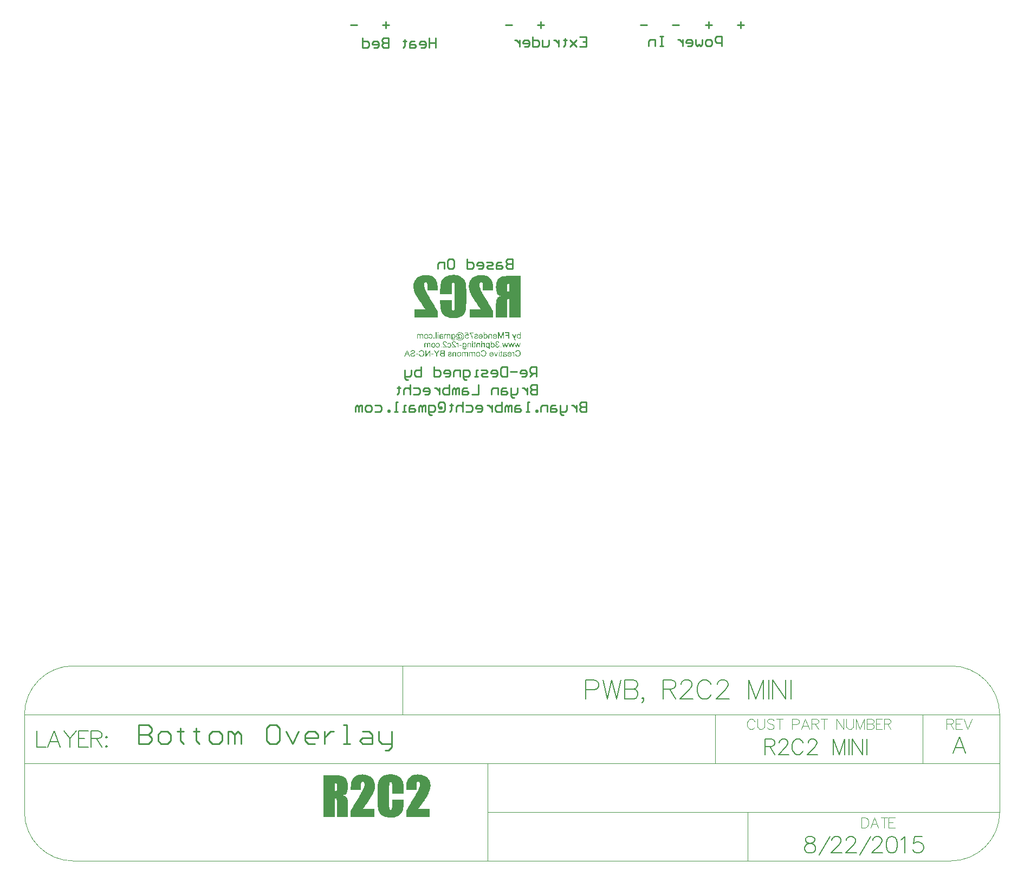
<source format=gbo>
%FSLAX44Y44*%
%MOMM*%
G71*
G01*
G75*
G04 Layer_Color=32896*
%ADD10C,0.2000*%
%ADD11R,1.5000X1.5000*%
%ADD12R,1.3500X0.4000*%
%ADD13R,1.2000X2.0000*%
%ADD14R,2.0500X0.2500*%
%ADD15R,0.2500X2.0500*%
%ADD16R,1.7500X2.2500*%
%ADD17R,1.4000X2.1000*%
%ADD18R,0.7000X0.8000*%
%ADD19C,0.1000*%
%ADD20R,1.5000X0.5000*%
%ADD21R,0.6000X1.8000*%
%ADD22R,3.3000X2.7000*%
%ADD23R,1.0000X2.7000*%
%ADD24R,2.5000X0.7000*%
%ADD25R,1.4500X0.5500*%
%ADD26R,1.7000X2.5000*%
%ADD27R,1.9000X1.5000*%
%ADD28R,1.1000X1.1000*%
%ADD29R,2.5000X2.5000*%
%ADD30R,0.2500X1.1500*%
%ADD31R,1.1500X0.2500*%
%ADD32R,1.8500X1.2500*%
%ADD33R,1.7500X6.0000*%
%ADD34R,1.2000X1.1000*%
%ADD35R,1.5000X1.9000*%
%ADD36R,1.6000X1.5000*%
%ADD37R,0.8500X3.3500*%
%ADD38R,1.6000X3.2000*%
%ADD39R,1.4000X1.9000*%
%ADD40R,1.9000X1.4000*%
%ADD41R,2.9000X0.8000*%
%ADD42R,1.1000X1.1000*%
%ADD43R,1.1000X1.2000*%
%ADD44R,1.2500X1.8500*%
%ADD45R,0.5000X1.5000*%
%ADD46R,1.5000X1.6000*%
%ADD47C,0.9000*%
%ADD48C,0.8000*%
%ADD49C,0.5000*%
%ADD50C,0.2500*%
%ADD51C,0.1500*%
%ADD52C,0.7500*%
%ADD53C,0.3000*%
%ADD54C,0.2540*%
%ADD55C,0.0254*%
%ADD56C,0.1905*%
%ADD57C,0.1194*%
%ADD58C,1.1000*%
%ADD59C,1.9000*%
%ADD60C,1.4000*%
%ADD61O,1.3500X2.3500*%
%ADD62C,1.6000*%
%ADD63C,2.9500*%
%ADD64R,1.6000X1.6000*%
%ADD65C,0.5500*%
%ADD66R,3.3000X1.1000*%
%ADD67R,9.0000X3.0000*%
%ADD68C,0.6000*%
%ADD69C,0.1778*%
%ADD70C,0.2032*%
%ADD71C,0.4000*%
%ADD72R,2.4000X0.5500*%
%ADD73R,2.4000X0.5500*%
%ADD74R,1.6016X1.6016*%
%ADD75R,1.4516X0.5016*%
%ADD76R,1.3016X2.1016*%
%ADD77R,2.1516X0.3516*%
%ADD78R,0.3516X2.1516*%
%ADD79R,1.8516X2.3516*%
%ADD80R,1.5016X2.2016*%
%ADD81R,0.8016X0.9016*%
%ADD82C,0.2016*%
%ADD83R,1.6016X0.6016*%
%ADD84R,0.7016X1.9016*%
%ADD85R,3.4016X2.8016*%
%ADD86R,1.1016X2.8016*%
%ADD87R,2.6016X0.8016*%
%ADD88R,1.5516X0.6516*%
%ADD89R,1.8016X2.6016*%
%ADD90R,2.0016X1.6016*%
%ADD91R,1.2016X1.2016*%
%ADD92R,2.6016X2.6016*%
%ADD93R,0.3516X1.2516*%
%ADD94R,1.2516X0.3516*%
%ADD95R,1.9516X1.3516*%
%ADD96R,1.8516X6.1016*%
%ADD97R,1.3016X1.2016*%
%ADD98R,1.6016X2.0016*%
%ADD99R,1.7016X1.6016*%
%ADD100R,0.9516X3.4516*%
%ADD101R,1.7016X3.3016*%
%ADD102R,1.5016X2.0016*%
%ADD103R,2.0016X1.5016*%
%ADD104R,3.0016X0.9016*%
%ADD105R,1.2016X1.2016*%
%ADD106R,1.2016X1.3016*%
%ADD107R,1.3516X1.9516*%
%ADD108R,0.6016X1.6016*%
%ADD109R,1.6016X1.7016*%
%ADD110C,2.8000*%
%ADD111C,1.2016*%
%ADD112C,2.0016*%
%ADD113C,1.5016*%
%ADD114O,1.4516X2.4516*%
%ADD115C,1.7016*%
%ADD116C,3.0516*%
%ADD117R,1.7016X1.7016*%
%ADD118C,0.1016*%
%ADD119C,0.6516*%
G36*
X1666309Y1335901D02*
X1666447Y1335873D01*
X1666586Y1335831D01*
X1666697Y1335790D01*
X1666780Y1335748D01*
X1666863Y1335707D01*
X1666905Y1335679D01*
X1666919Y1335665D01*
X1667044Y1335554D01*
X1667168Y1335415D01*
X1667293Y1335249D01*
X1667404Y1335096D01*
X1667515Y1334944D01*
X1667585Y1334819D01*
X1667640Y1334722D01*
X1667654Y1334708D01*
Y1335762D01*
X1668722D01*
Y1328800D01*
X1667543D01*
Y1332434D01*
X1667529Y1332711D01*
X1667515Y1332961D01*
X1667487Y1333197D01*
X1667446Y1333405D01*
X1667404Y1333571D01*
X1667376Y1333696D01*
X1667363Y1333779D01*
X1667349Y1333807D01*
X1667293Y1333959D01*
X1667224Y1334084D01*
X1667155Y1334195D01*
X1667085Y1334292D01*
X1667016Y1334361D01*
X1666974Y1334417D01*
X1666933Y1334445D01*
X1666919Y1334458D01*
X1666808Y1334542D01*
X1666683Y1334597D01*
X1666558Y1334639D01*
X1666461Y1334666D01*
X1666364Y1334680D01*
X1666295Y1334694D01*
X1666225D01*
X1666073Y1334680D01*
X1665920Y1334653D01*
X1665768Y1334611D01*
X1665643Y1334569D01*
X1665532Y1334528D01*
X1665449Y1334486D01*
X1665393Y1334458D01*
X1665379Y1334445D01*
X1664949Y1335526D01*
X1665185Y1335651D01*
X1665407Y1335748D01*
X1665601Y1335818D01*
X1665782Y1335873D01*
X1665934Y1335901D01*
X1666059Y1335915D01*
X1666156D01*
X1666309Y1335901D01*
D02*
G37*
G36*
X1694489Y1328800D02*
X1693144D01*
Y1330145D01*
X1694489D01*
Y1328800D01*
D02*
G37*
G36*
X1662453Y1349901D02*
X1662703Y1349873D01*
X1662939Y1349832D01*
X1663161Y1349762D01*
X1663369Y1349693D01*
X1663563Y1349610D01*
X1663743Y1349526D01*
X1663896Y1349429D01*
X1664048Y1349346D01*
X1664173Y1349249D01*
X1664284Y1349166D01*
X1664367Y1349096D01*
X1664436Y1349027D01*
X1664492Y1348985D01*
X1664520Y1348958D01*
X1664533Y1348944D01*
X1664686Y1348750D01*
X1664825Y1348542D01*
X1664949Y1348334D01*
X1665060Y1348112D01*
X1665144Y1347876D01*
X1665213Y1347654D01*
X1665324Y1347210D01*
X1665365Y1347016D01*
X1665393Y1346822D01*
X1665407Y1346656D01*
X1665421Y1346503D01*
X1665435Y1346378D01*
Y1346295D01*
Y1346226D01*
Y1346212D01*
X1665421Y1345907D01*
X1665393Y1345616D01*
X1665352Y1345338D01*
X1665296Y1345089D01*
X1665227Y1344853D01*
X1665157Y1344631D01*
X1665074Y1344437D01*
X1664991Y1344256D01*
X1664908Y1344104D01*
X1664825Y1343965D01*
X1664755Y1343854D01*
X1664686Y1343757D01*
X1664630Y1343674D01*
X1664589Y1343618D01*
X1664561Y1343591D01*
X1664547Y1343577D01*
X1664367Y1343410D01*
X1664187Y1343272D01*
X1663993Y1343147D01*
X1663784Y1343036D01*
X1663590Y1342953D01*
X1663382Y1342870D01*
X1662994Y1342759D01*
X1662814Y1342731D01*
X1662647Y1342703D01*
X1662495Y1342675D01*
X1662370Y1342661D01*
X1662273Y1342648D01*
X1662120D01*
X1661690Y1342675D01*
X1661302Y1342745D01*
X1660955Y1342828D01*
X1660817Y1342883D01*
X1660678Y1342939D01*
X1660553Y1342994D01*
X1660442Y1343050D01*
X1660359Y1343091D01*
X1660276Y1343133D01*
X1660220Y1343175D01*
X1660179Y1343202D01*
X1660151Y1343230D01*
X1660137D01*
X1659860Y1343480D01*
X1659638Y1343743D01*
X1659444Y1344021D01*
X1659305Y1344284D01*
X1659194Y1344520D01*
X1659153Y1344631D01*
X1659111Y1344714D01*
X1659083Y1344797D01*
X1659069Y1344853D01*
X1659055Y1344880D01*
Y1344894D01*
X1660276Y1345047D01*
X1660387Y1344783D01*
X1660512Y1344561D01*
X1660636Y1344367D01*
X1660747Y1344215D01*
X1660844Y1344104D01*
X1660928Y1344021D01*
X1660997Y1343965D01*
X1661011Y1343951D01*
X1661191Y1343840D01*
X1661371Y1343757D01*
X1661566Y1343702D01*
X1661732Y1343660D01*
X1661885Y1343632D01*
X1662009Y1343618D01*
X1662120D01*
X1662287Y1343632D01*
X1662439Y1343646D01*
X1662717Y1343716D01*
X1662966Y1343813D01*
X1663188Y1343923D01*
X1663355Y1344021D01*
X1663479Y1344118D01*
X1663563Y1344187D01*
X1663577Y1344215D01*
X1663590D01*
X1663784Y1344464D01*
X1663937Y1344742D01*
X1664048Y1345047D01*
X1664131Y1345324D01*
X1664173Y1345574D01*
X1664201Y1345685D01*
X1664214Y1345782D01*
Y1345865D01*
X1664228Y1345921D01*
Y1345962D01*
Y1345976D01*
X1659028D01*
X1659014Y1346115D01*
Y1346212D01*
Y1346267D01*
Y1346281D01*
X1659028Y1346600D01*
X1659055Y1346891D01*
X1659097Y1347169D01*
X1659153Y1347432D01*
X1659222Y1347668D01*
X1659291Y1347890D01*
X1659374Y1348084D01*
X1659458Y1348264D01*
X1659541Y1348431D01*
X1659624Y1348569D01*
X1659693Y1348680D01*
X1659763Y1348777D01*
X1659818Y1348861D01*
X1659860Y1348916D01*
X1659888Y1348944D01*
X1659901Y1348958D01*
X1660068Y1349124D01*
X1660248Y1349277D01*
X1660442Y1349402D01*
X1660636Y1349512D01*
X1660831Y1349610D01*
X1661011Y1349679D01*
X1661205Y1349748D01*
X1661371Y1349790D01*
X1661552Y1349832D01*
X1661704Y1349859D01*
X1661843Y1349887D01*
X1661954Y1349901D01*
X1662051Y1349915D01*
X1662190D01*
X1662453Y1349901D01*
D02*
G37*
G36*
X1584041D02*
X1584346Y1349845D01*
X1584638Y1349776D01*
X1584873Y1349707D01*
X1585081Y1349623D01*
X1585165Y1349582D01*
X1585234Y1349554D01*
X1585289Y1349526D01*
X1585331Y1349499D01*
X1585359Y1349485D01*
X1585373D01*
X1585636Y1349318D01*
X1585872Y1349110D01*
X1586066Y1348902D01*
X1586232Y1348694D01*
X1586357Y1348514D01*
X1586440Y1348361D01*
X1586468Y1348306D01*
X1586496Y1348264D01*
X1586510Y1348237D01*
Y1348223D01*
X1586635Y1347890D01*
X1586718Y1347557D01*
X1586787Y1347224D01*
X1586829Y1346919D01*
X1586843Y1346780D01*
X1586857Y1346656D01*
Y1346545D01*
X1586870Y1346448D01*
Y1346364D01*
Y1346309D01*
Y1346267D01*
Y1346253D01*
X1586857Y1345934D01*
X1586829Y1345643D01*
X1586787Y1345352D01*
X1586732Y1345102D01*
X1586676Y1344853D01*
X1586593Y1344645D01*
X1586524Y1344437D01*
X1586440Y1344256D01*
X1586357Y1344104D01*
X1586288Y1343965D01*
X1586205Y1343840D01*
X1586149Y1343743D01*
X1586094Y1343674D01*
X1586052Y1343618D01*
X1586024Y1343591D01*
X1586010Y1343577D01*
X1585844Y1343410D01*
X1585664Y1343272D01*
X1585484Y1343147D01*
X1585289Y1343036D01*
X1585095Y1342953D01*
X1584915Y1342870D01*
X1584541Y1342759D01*
X1584374Y1342731D01*
X1584221Y1342703D01*
X1584083Y1342675D01*
X1583958Y1342661D01*
X1583861Y1342648D01*
X1583722D01*
X1583514Y1342661D01*
X1583306Y1342675D01*
X1582946Y1342759D01*
X1582613Y1342856D01*
X1582335Y1342980D01*
X1582224Y1343050D01*
X1582113Y1343105D01*
X1582016Y1343161D01*
X1581947Y1343216D01*
X1581892Y1343258D01*
X1581850Y1343286D01*
X1581822Y1343299D01*
X1581808Y1343313D01*
X1581670Y1343452D01*
X1581545Y1343591D01*
X1581323Y1343896D01*
X1581143Y1344215D01*
X1581018Y1344506D01*
X1580921Y1344783D01*
X1580893Y1344894D01*
X1580865Y1345005D01*
X1580851Y1345089D01*
X1580838Y1345144D01*
X1580824Y1345186D01*
Y1345199D01*
X1581989Y1345352D01*
X1582044Y1345047D01*
X1582127Y1344769D01*
X1582238Y1344548D01*
X1582335Y1344367D01*
X1582433Y1344215D01*
X1582516Y1344118D01*
X1582557Y1344048D01*
X1582585Y1344034D01*
X1582765Y1343896D01*
X1582959Y1343799D01*
X1583154Y1343716D01*
X1583334Y1343674D01*
X1583486Y1343646D01*
X1583625Y1343632D01*
X1583708Y1343618D01*
X1583736D01*
X1583889Y1343632D01*
X1584041Y1343646D01*
X1584319Y1343716D01*
X1584554Y1343813D01*
X1584762Y1343937D01*
X1584915Y1344048D01*
X1585040Y1344145D01*
X1585109Y1344215D01*
X1585137Y1344243D01*
X1585234Y1344367D01*
X1585317Y1344520D01*
X1585442Y1344825D01*
X1585539Y1345172D01*
X1585594Y1345504D01*
X1585636Y1345810D01*
X1585650Y1345934D01*
Y1346059D01*
X1585664Y1346142D01*
Y1346226D01*
Y1346267D01*
Y1346281D01*
Y1346531D01*
X1585636Y1346767D01*
X1585608Y1346988D01*
X1585581Y1347183D01*
X1585539Y1347363D01*
X1585484Y1347529D01*
X1585442Y1347682D01*
X1585387Y1347820D01*
X1585331Y1347932D01*
X1585289Y1348029D01*
X1585234Y1348112D01*
X1585192Y1348181D01*
X1585165Y1348237D01*
X1585137Y1348278D01*
X1585109Y1348292D01*
Y1348306D01*
X1584998Y1348417D01*
X1584887Y1348514D01*
X1584651Y1348680D01*
X1584402Y1348791D01*
X1584180Y1348861D01*
X1583972Y1348916D01*
X1583819Y1348930D01*
X1583750Y1348944D01*
X1583667D01*
X1583459Y1348930D01*
X1583265Y1348888D01*
X1583098Y1348833D01*
X1582946Y1348764D01*
X1582835Y1348694D01*
X1582738Y1348639D01*
X1582682Y1348597D01*
X1582668Y1348583D01*
X1582530Y1348445D01*
X1582405Y1348278D01*
X1582294Y1348098D01*
X1582224Y1347932D01*
X1582155Y1347779D01*
X1582113Y1347654D01*
X1582100Y1347571D01*
X1582086Y1347557D01*
Y1347543D01*
X1580935Y1347724D01*
X1581032Y1348098D01*
X1581171Y1348417D01*
X1581323Y1348694D01*
X1581476Y1348916D01*
X1581628Y1349096D01*
X1581753Y1349221D01*
X1581836Y1349305D01*
X1581850Y1349332D01*
X1581864D01*
X1582155Y1349526D01*
X1582460Y1349665D01*
X1582765Y1349776D01*
X1583057Y1349845D01*
X1583320Y1349887D01*
X1583431Y1349901D01*
X1583514D01*
X1583597Y1349915D01*
X1583708D01*
X1584041Y1349901D01*
D02*
G37*
G36*
X1706582Y1342800D02*
X1705307D01*
Y1347155D01*
X1700799D01*
Y1348292D01*
X1705307D01*
Y1351260D01*
X1700092D01*
Y1352397D01*
X1706582D01*
Y1342800D01*
D02*
G37*
G36*
X1596218D02*
X1595039D01*
Y1349762D01*
X1596218D01*
Y1342800D01*
D02*
G37*
G36*
X1593264D02*
X1592085D01*
Y1352397D01*
X1593264D01*
Y1342800D01*
D02*
G37*
G36*
X1676960Y1349901D02*
X1677209Y1349859D01*
X1677431Y1349804D01*
X1677653Y1349734D01*
X1677847Y1349651D01*
X1678027Y1349554D01*
X1678194Y1349443D01*
X1678333Y1349346D01*
X1678471Y1349235D01*
X1678582Y1349124D01*
X1678679Y1349027D01*
X1678762Y1348944D01*
X1678818Y1348875D01*
X1678860Y1348819D01*
X1678887Y1348777D01*
X1678901Y1348764D01*
Y1349762D01*
X1679955D01*
Y1342800D01*
X1678776D01*
Y1346586D01*
Y1346822D01*
X1678748Y1347058D01*
X1678721Y1347252D01*
X1678693Y1347432D01*
X1678651Y1347599D01*
X1678610Y1347751D01*
X1678554Y1347890D01*
X1678499Y1348001D01*
X1678457Y1348098D01*
X1678402Y1348181D01*
X1678360Y1348250D01*
X1678319Y1348306D01*
X1678263Y1348375D01*
X1678235Y1348403D01*
X1678027Y1348569D01*
X1677805Y1348680D01*
X1677584Y1348764D01*
X1677389Y1348833D01*
X1677209Y1348861D01*
X1677070Y1348875D01*
X1677015Y1348888D01*
X1676946D01*
X1676779Y1348875D01*
X1676613Y1348861D01*
X1676474Y1348819D01*
X1676363Y1348777D01*
X1676266Y1348736D01*
X1676183Y1348708D01*
X1676141Y1348680D01*
X1676127Y1348667D01*
X1676003Y1348583D01*
X1675892Y1348486D01*
X1675808Y1348389D01*
X1675739Y1348306D01*
X1675697Y1348223D01*
X1675656Y1348153D01*
X1675628Y1348112D01*
Y1348098D01*
X1675587Y1347945D01*
X1675545Y1347779D01*
X1675517Y1347599D01*
X1675503Y1347418D01*
X1675490Y1347266D01*
Y1347141D01*
Y1347044D01*
Y1347030D01*
Y1347016D01*
Y1342800D01*
X1674311D01*
Y1347072D01*
Y1347363D01*
X1674324Y1347599D01*
X1674338Y1347793D01*
Y1347959D01*
X1674352Y1348070D01*
X1674366Y1348153D01*
X1674380Y1348209D01*
Y1348223D01*
X1674422Y1348403D01*
X1674491Y1348569D01*
X1674546Y1348708D01*
X1674602Y1348847D01*
X1674671Y1348944D01*
X1674713Y1349013D01*
X1674741Y1349069D01*
X1674754Y1349083D01*
X1674865Y1349221D01*
X1674990Y1349332D01*
X1675115Y1349443D01*
X1675254Y1349526D01*
X1675365Y1349596D01*
X1675462Y1349637D01*
X1675517Y1349665D01*
X1675545Y1349679D01*
X1675739Y1349762D01*
X1675947Y1349818D01*
X1676141Y1349859D01*
X1676322Y1349887D01*
X1676474Y1349901D01*
X1676585Y1349915D01*
X1676696D01*
X1676960Y1349901D01*
D02*
G37*
G36*
X1651109Y1351135D02*
X1646407D01*
X1646740Y1350733D01*
X1647059Y1350303D01*
X1647337Y1349887D01*
X1647600Y1349485D01*
X1647711Y1349305D01*
X1647808Y1349138D01*
X1647905Y1348985D01*
X1647975Y1348861D01*
X1648030Y1348750D01*
X1648072Y1348680D01*
X1648099Y1348625D01*
X1648113Y1348611D01*
X1648391Y1348056D01*
X1648640Y1347502D01*
X1648848Y1346975D01*
X1648931Y1346739D01*
X1649015Y1346503D01*
X1649098Y1346295D01*
X1649153Y1346101D01*
X1649209Y1345934D01*
X1649250Y1345796D01*
X1649292Y1345671D01*
X1649320Y1345588D01*
X1649334Y1345532D01*
Y1345518D01*
X1649472Y1344950D01*
X1649528Y1344672D01*
X1649569Y1344423D01*
X1649611Y1344187D01*
X1649653Y1343951D01*
X1649680Y1343757D01*
X1649708Y1343563D01*
X1649722Y1343396D01*
X1649736Y1343244D01*
X1649750Y1343105D01*
Y1342994D01*
X1649764Y1342911D01*
Y1342856D01*
Y1342814D01*
Y1342800D01*
X1648557D01*
X1648515Y1343327D01*
X1648446Y1343813D01*
X1648377Y1344256D01*
X1648335Y1344464D01*
X1648293Y1344659D01*
X1648266Y1344825D01*
X1648224Y1344978D01*
X1648196Y1345116D01*
X1648169Y1345227D01*
X1648141Y1345310D01*
X1648127Y1345380D01*
X1648113Y1345421D01*
Y1345435D01*
X1647905Y1346073D01*
X1647683Y1346669D01*
X1647572Y1346961D01*
X1647461Y1347238D01*
X1647337Y1347488D01*
X1647226Y1347737D01*
X1647129Y1347959D01*
X1647032Y1348153D01*
X1646948Y1348320D01*
X1646879Y1348472D01*
X1646810Y1348597D01*
X1646768Y1348680D01*
X1646740Y1348736D01*
X1646726Y1348750D01*
X1646560Y1349041D01*
X1646394Y1349332D01*
X1646227Y1349596D01*
X1646061Y1349845D01*
X1645908Y1350067D01*
X1645756Y1350289D01*
X1645603Y1350483D01*
X1645478Y1350650D01*
X1645353Y1350816D01*
X1645242Y1350955D01*
X1645132Y1351066D01*
X1645048Y1351163D01*
X1644993Y1351246D01*
X1644937Y1351302D01*
X1644910Y1351329D01*
X1644896Y1351343D01*
Y1352272D01*
X1651109D01*
Y1351135D01*
D02*
G37*
G36*
X1664242Y1328800D02*
X1663063D01*
Y1335762D01*
X1664242D01*
Y1328800D01*
D02*
G37*
G36*
X1625300Y1335901D02*
X1625438Y1335873D01*
X1625577Y1335831D01*
X1625688Y1335790D01*
X1625771Y1335748D01*
X1625854Y1335707D01*
X1625896Y1335679D01*
X1625910Y1335665D01*
X1626035Y1335554D01*
X1626160Y1335415D01*
X1626284Y1335249D01*
X1626395Y1335096D01*
X1626506Y1334944D01*
X1626576Y1334819D01*
X1626631Y1334722D01*
X1626645Y1334708D01*
Y1335762D01*
X1627713D01*
Y1328800D01*
X1626534D01*
Y1332434D01*
X1626520Y1332711D01*
X1626506Y1332961D01*
X1626478Y1333197D01*
X1626437Y1333405D01*
X1626395Y1333571D01*
X1626368Y1333696D01*
X1626354Y1333779D01*
X1626340Y1333807D01*
X1626284Y1333959D01*
X1626215Y1334084D01*
X1626146Y1334195D01*
X1626076Y1334292D01*
X1626007Y1334361D01*
X1625965Y1334417D01*
X1625924Y1334445D01*
X1625910Y1334458D01*
X1625799Y1334542D01*
X1625674Y1334597D01*
X1625549Y1334639D01*
X1625452Y1334666D01*
X1625355Y1334680D01*
X1625286Y1334694D01*
X1625217D01*
X1625064Y1334680D01*
X1624911Y1334653D01*
X1624759Y1334611D01*
X1624634Y1334569D01*
X1624523Y1334528D01*
X1624440Y1334486D01*
X1624384Y1334458D01*
X1624371Y1334445D01*
X1623941Y1335526D01*
X1624176Y1335651D01*
X1624398Y1335748D01*
X1624592Y1335818D01*
X1624773Y1335873D01*
X1624925Y1335901D01*
X1625050Y1335915D01*
X1625147D01*
X1625300Y1335901D01*
D02*
G37*
G36*
X1698483Y1342800D02*
X1697263D01*
Y1350969D01*
X1694489Y1342800D01*
X1693352D01*
X1690551Y1350830D01*
Y1342800D01*
X1689330D01*
Y1352397D01*
X1691036D01*
X1693338Y1345712D01*
X1693463Y1345352D01*
X1693560Y1345047D01*
X1693657Y1344783D01*
X1693726Y1344561D01*
X1693782Y1344395D01*
X1693824Y1344270D01*
X1693837Y1344201D01*
X1693851Y1344173D01*
X1693907Y1344367D01*
X1693976Y1344589D01*
X1694059Y1344825D01*
X1694129Y1345061D01*
X1694198Y1345269D01*
X1694253Y1345435D01*
X1694281Y1345504D01*
X1694295Y1345546D01*
X1694309Y1345574D01*
Y1345588D01*
X1696583Y1352397D01*
X1698483D01*
Y1342800D01*
D02*
G37*
G36*
X1601072Y1349901D02*
X1601363Y1349873D01*
X1601640Y1349832D01*
X1601862Y1349790D01*
X1602056Y1349748D01*
X1602195Y1349707D01*
X1602250Y1349693D01*
X1602292Y1349679D01*
X1602306Y1349665D01*
X1602320D01*
X1602556Y1349568D01*
X1602764Y1349443D01*
X1602944Y1349332D01*
X1603096Y1349221D01*
X1603207Y1349110D01*
X1603291Y1349027D01*
X1603346Y1348972D01*
X1603360Y1348958D01*
X1603485Y1348777D01*
X1603596Y1348583D01*
X1603679Y1348389D01*
X1603748Y1348209D01*
X1603804Y1348029D01*
X1603845Y1347904D01*
X1603859Y1347848D01*
Y1347807D01*
X1603873Y1347793D01*
Y1347779D01*
X1602722Y1347626D01*
X1602639Y1347876D01*
X1602556Y1348098D01*
X1602458Y1348278D01*
X1602375Y1348417D01*
X1602292Y1348528D01*
X1602223Y1348597D01*
X1602167Y1348639D01*
X1602153Y1348653D01*
X1601987Y1348750D01*
X1601793Y1348819D01*
X1601585Y1348875D01*
X1601391Y1348902D01*
X1601196Y1348930D01*
X1601058Y1348944D01*
X1600919D01*
X1600600Y1348930D01*
X1600323Y1348888D01*
X1600101Y1348819D01*
X1599907Y1348750D01*
X1599768Y1348667D01*
X1599657Y1348611D01*
X1599588Y1348556D01*
X1599574Y1348542D01*
X1599463Y1348417D01*
X1599380Y1348264D01*
X1599310Y1348098D01*
X1599269Y1347932D01*
X1599241Y1347779D01*
X1599227Y1347640D01*
Y1347557D01*
Y1347543D01*
Y1347529D01*
Y1347502D01*
Y1347446D01*
Y1347349D01*
X1599241Y1347266D01*
Y1347238D01*
Y1347224D01*
X1599380Y1347183D01*
X1599532Y1347141D01*
X1599851Y1347058D01*
X1600212Y1346988D01*
X1600545Y1346919D01*
X1600711Y1346891D01*
X1600864Y1346877D01*
X1601002Y1346850D01*
X1601113Y1346836D01*
X1601210Y1346822D01*
X1601280D01*
X1601335Y1346808D01*
X1601349D01*
X1601599Y1346780D01*
X1601807Y1346739D01*
X1601987Y1346711D01*
X1602126Y1346683D01*
X1602237Y1346669D01*
X1602320Y1346642D01*
X1602375Y1346628D01*
X1602389D01*
X1602569Y1346572D01*
X1602722Y1346517D01*
X1602874Y1346448D01*
X1602999Y1346392D01*
X1603110Y1346337D01*
X1603180Y1346281D01*
X1603235Y1346253D01*
X1603249Y1346239D01*
X1603388Y1346142D01*
X1603499Y1346031D01*
X1603609Y1345921D01*
X1603693Y1345810D01*
X1603762Y1345712D01*
X1603818Y1345629D01*
X1603845Y1345574D01*
X1603859Y1345560D01*
X1603929Y1345407D01*
X1603984Y1345241D01*
X1604026Y1345089D01*
X1604053Y1344936D01*
X1604067Y1344811D01*
X1604081Y1344714D01*
Y1344659D01*
Y1344631D01*
X1604067Y1344464D01*
X1604053Y1344326D01*
X1603984Y1344034D01*
X1603887Y1343799D01*
X1603776Y1343591D01*
X1603665Y1343424D01*
X1603568Y1343299D01*
X1603499Y1343230D01*
X1603471Y1343202D01*
X1603221Y1343022D01*
X1602944Y1342883D01*
X1602639Y1342786D01*
X1602361Y1342717D01*
X1602112Y1342675D01*
X1602001Y1342661D01*
X1601904D01*
X1601821Y1342648D01*
X1601710D01*
X1601460Y1342661D01*
X1601210Y1342689D01*
X1600988Y1342717D01*
X1600794Y1342759D01*
X1600642Y1342800D01*
X1600517Y1342842D01*
X1600434Y1342856D01*
X1600406Y1342870D01*
X1600170Y1342967D01*
X1599948Y1343091D01*
X1599740Y1343230D01*
X1599532Y1343355D01*
X1599366Y1343480D01*
X1599241Y1343577D01*
X1599158Y1343646D01*
X1599144Y1343674D01*
X1599130D01*
X1599102Y1343494D01*
X1599075Y1343327D01*
X1599047Y1343175D01*
X1599005Y1343050D01*
X1598964Y1342939D01*
X1598936Y1342870D01*
X1598922Y1342814D01*
X1598908Y1342800D01*
X1597674D01*
X1597743Y1342953D01*
X1597813Y1343105D01*
X1597868Y1343244D01*
X1597896Y1343369D01*
X1597937Y1343480D01*
X1597951Y1343563D01*
X1597965Y1343618D01*
Y1343632D01*
X1597979Y1343729D01*
X1597993Y1343854D01*
Y1343993D01*
X1598007Y1344145D01*
X1598021Y1344492D01*
Y1344839D01*
X1598034Y1345172D01*
Y1345324D01*
Y1345449D01*
Y1345560D01*
Y1345643D01*
Y1345699D01*
Y1345712D01*
Y1347294D01*
Y1347557D01*
X1598048Y1347793D01*
X1598062Y1347973D01*
Y1348126D01*
X1598076Y1348237D01*
X1598090Y1348320D01*
X1598104Y1348361D01*
Y1348375D01*
X1598145Y1348556D01*
X1598201Y1348708D01*
X1598256Y1348833D01*
X1598326Y1348958D01*
X1598381Y1349041D01*
X1598423Y1349110D01*
X1598450Y1349152D01*
X1598464Y1349166D01*
X1598575Y1349277D01*
X1598700Y1349388D01*
X1598839Y1349471D01*
X1598978Y1349554D01*
X1599102Y1349610D01*
X1599199Y1349651D01*
X1599269Y1349679D01*
X1599297Y1349693D01*
X1599518Y1349762D01*
X1599754Y1349818D01*
X1599990Y1349859D01*
X1600226Y1349887D01*
X1600434Y1349901D01*
X1600586Y1349915D01*
X1600739D01*
X1601072Y1349901D01*
D02*
G37*
G36*
X1601266Y1328800D02*
X1599921D01*
Y1330145D01*
X1601266D01*
Y1328800D01*
D02*
G37*
G36*
X1715278Y1342800D02*
X1715333Y1342675D01*
X1715361Y1342578D01*
X1715389Y1342523D01*
Y1342509D01*
X1715472Y1342273D01*
X1715555Y1342079D01*
X1715611Y1341913D01*
X1715666Y1341802D01*
X1715694Y1341718D01*
X1715722Y1341663D01*
X1715749Y1341635D01*
Y1341621D01*
X1715860Y1341469D01*
X1715985Y1341358D01*
X1716041Y1341316D01*
X1716082Y1341288D01*
X1716110Y1341261D01*
X1716124D01*
X1716221Y1341219D01*
X1716318Y1341178D01*
X1716526Y1341136D01*
X1716609D01*
X1716679Y1341122D01*
X1716748D01*
X1716970Y1341136D01*
X1717192Y1341178D01*
X1717275Y1341205D01*
X1717344Y1341219D01*
X1717400Y1341233D01*
X1717414D01*
X1717289Y1340137D01*
X1717136Y1340082D01*
X1716998Y1340054D01*
X1716873Y1340027D01*
X1716762Y1339999D01*
X1716665D01*
X1716595Y1339985D01*
X1716540D01*
X1716332Y1339999D01*
X1716152Y1340027D01*
X1715985Y1340068D01*
X1715847Y1340124D01*
X1715722Y1340179D01*
X1715638Y1340221D01*
X1715583Y1340248D01*
X1715569Y1340262D01*
X1715417Y1340373D01*
X1715292Y1340512D01*
X1715167Y1340651D01*
X1715056Y1340789D01*
X1714973Y1340914D01*
X1714904Y1341011D01*
X1714862Y1341080D01*
X1714848Y1341108D01*
X1714806Y1341205D01*
X1714751Y1341302D01*
X1714640Y1341538D01*
X1714529Y1341802D01*
X1714432Y1342065D01*
X1714335Y1342301D01*
X1714293Y1342412D01*
X1714252Y1342509D01*
X1714224Y1342578D01*
X1714196Y1342634D01*
X1714182Y1342675D01*
Y1342689D01*
X1711533Y1349762D01*
X1712712D01*
X1714210Y1345699D01*
X1714321Y1345407D01*
X1714404Y1345130D01*
X1714501Y1344853D01*
X1714571Y1344617D01*
X1714626Y1344409D01*
X1714654Y1344326D01*
X1714668Y1344256D01*
X1714682Y1344201D01*
X1714695Y1344159D01*
X1714709Y1344132D01*
Y1344118D01*
X1714792Y1344437D01*
X1714876Y1344728D01*
X1714959Y1345005D01*
X1715042Y1345241D01*
X1715112Y1345435D01*
X1715139Y1345518D01*
X1715167Y1345588D01*
X1715181Y1345657D01*
X1715195Y1345699D01*
X1715209Y1345712D01*
Y1345726D01*
X1716665Y1349762D01*
X1717913D01*
X1715278Y1342800D01*
D02*
G37*
G36*
X1658265Y1335901D02*
X1658515Y1335859D01*
X1658736Y1335804D01*
X1658958Y1335734D01*
X1659153Y1335651D01*
X1659333Y1335554D01*
X1659499Y1335443D01*
X1659638Y1335346D01*
X1659777Y1335235D01*
X1659888Y1335124D01*
X1659985Y1335027D01*
X1660068Y1334944D01*
X1660123Y1334875D01*
X1660165Y1334819D01*
X1660193Y1334778D01*
X1660206Y1334764D01*
Y1335762D01*
X1661261D01*
Y1328800D01*
X1660082D01*
Y1332586D01*
Y1332822D01*
X1660054Y1333058D01*
X1660026Y1333252D01*
X1659998Y1333432D01*
X1659957Y1333599D01*
X1659915Y1333751D01*
X1659860Y1333890D01*
X1659804Y1334001D01*
X1659763Y1334098D01*
X1659707Y1334181D01*
X1659666Y1334250D01*
X1659624Y1334306D01*
X1659568Y1334375D01*
X1659541Y1334403D01*
X1659333Y1334569D01*
X1659111Y1334680D01*
X1658889Y1334764D01*
X1658695Y1334833D01*
X1658515Y1334861D01*
X1658376Y1334875D01*
X1658320Y1334888D01*
X1658251D01*
X1658085Y1334875D01*
X1657918Y1334861D01*
X1657780Y1334819D01*
X1657669Y1334778D01*
X1657572Y1334736D01*
X1657488Y1334708D01*
X1657447Y1334680D01*
X1657433Y1334666D01*
X1657308Y1334583D01*
X1657197Y1334486D01*
X1657114Y1334389D01*
X1657045Y1334306D01*
X1657003Y1334223D01*
X1656961Y1334153D01*
X1656933Y1334112D01*
Y1334098D01*
X1656892Y1333945D01*
X1656850Y1333779D01*
X1656823Y1333599D01*
X1656809Y1333418D01*
X1656795Y1333266D01*
Y1333141D01*
Y1333044D01*
Y1333030D01*
Y1333016D01*
Y1328800D01*
X1655616D01*
Y1333072D01*
Y1333363D01*
X1655630Y1333599D01*
X1655644Y1333793D01*
Y1333959D01*
X1655658Y1334070D01*
X1655672Y1334153D01*
X1655685Y1334209D01*
Y1334223D01*
X1655727Y1334403D01*
X1655796Y1334569D01*
X1655852Y1334708D01*
X1655907Y1334847D01*
X1655977Y1334944D01*
X1656018Y1335013D01*
X1656046Y1335069D01*
X1656060Y1335083D01*
X1656171Y1335221D01*
X1656296Y1335332D01*
X1656420Y1335443D01*
X1656559Y1335526D01*
X1656670Y1335596D01*
X1656767Y1335637D01*
X1656823Y1335665D01*
X1656850Y1335679D01*
X1657045Y1335762D01*
X1657253Y1335818D01*
X1657447Y1335859D01*
X1657627Y1335887D01*
X1657780Y1335901D01*
X1657890Y1335915D01*
X1658001D01*
X1658265Y1335901D01*
D02*
G37*
G36*
X1684837Y1349901D02*
X1685086Y1349873D01*
X1685322Y1349832D01*
X1685544Y1349762D01*
X1685752Y1349693D01*
X1685946Y1349610D01*
X1686127Y1349526D01*
X1686279Y1349429D01*
X1686432Y1349346D01*
X1686556Y1349249D01*
X1686667Y1349166D01*
X1686751Y1349096D01*
X1686820Y1349027D01*
X1686875Y1348985D01*
X1686903Y1348958D01*
X1686917Y1348944D01*
X1687070Y1348750D01*
X1687208Y1348542D01*
X1687333Y1348334D01*
X1687444Y1348112D01*
X1687527Y1347876D01*
X1687597Y1347654D01*
X1687708Y1347210D01*
X1687749Y1347016D01*
X1687777Y1346822D01*
X1687791Y1346656D01*
X1687805Y1346503D01*
X1687818Y1346378D01*
Y1346295D01*
Y1346226D01*
Y1346212D01*
X1687805Y1345907D01*
X1687777Y1345616D01*
X1687735Y1345338D01*
X1687680Y1345089D01*
X1687610Y1344853D01*
X1687541Y1344631D01*
X1687458Y1344437D01*
X1687375Y1344256D01*
X1687292Y1344104D01*
X1687208Y1343965D01*
X1687139Y1343854D01*
X1687070Y1343757D01*
X1687014Y1343674D01*
X1686973Y1343618D01*
X1686945Y1343591D01*
X1686931Y1343577D01*
X1686751Y1343410D01*
X1686570Y1343272D01*
X1686376Y1343147D01*
X1686168Y1343036D01*
X1685974Y1342953D01*
X1685766Y1342870D01*
X1685378Y1342759D01*
X1685197Y1342731D01*
X1685031Y1342703D01*
X1684878Y1342675D01*
X1684754Y1342661D01*
X1684657Y1342648D01*
X1684504D01*
X1684074Y1342675D01*
X1683686Y1342745D01*
X1683339Y1342828D01*
X1683200Y1342883D01*
X1683062Y1342939D01*
X1682937Y1342994D01*
X1682826Y1343050D01*
X1682743Y1343091D01*
X1682659Y1343133D01*
X1682604Y1343175D01*
X1682562Y1343202D01*
X1682535Y1343230D01*
X1682521D01*
X1682243Y1343480D01*
X1682021Y1343743D01*
X1681827Y1344021D01*
X1681689Y1344284D01*
X1681578Y1344520D01*
X1681536Y1344631D01*
X1681494Y1344714D01*
X1681467Y1344797D01*
X1681453Y1344853D01*
X1681439Y1344880D01*
Y1344894D01*
X1682659Y1345047D01*
X1682770Y1344783D01*
X1682895Y1344561D01*
X1683020Y1344367D01*
X1683131Y1344215D01*
X1683228Y1344104D01*
X1683311Y1344021D01*
X1683381Y1343965D01*
X1683394Y1343951D01*
X1683575Y1343840D01*
X1683755Y1343757D01*
X1683949Y1343702D01*
X1684116Y1343660D01*
X1684268Y1343632D01*
X1684393Y1343618D01*
X1684504D01*
X1684670Y1343632D01*
X1684823Y1343646D01*
X1685100Y1343716D01*
X1685350Y1343813D01*
X1685572Y1343923D01*
X1685738Y1344021D01*
X1685863Y1344118D01*
X1685946Y1344187D01*
X1685960Y1344215D01*
X1685974D01*
X1686168Y1344464D01*
X1686321Y1344742D01*
X1686432Y1345047D01*
X1686515Y1345324D01*
X1686556Y1345574D01*
X1686584Y1345685D01*
X1686598Y1345782D01*
Y1345865D01*
X1686612Y1345921D01*
Y1345962D01*
Y1345976D01*
X1681411D01*
X1681397Y1346115D01*
Y1346212D01*
Y1346267D01*
Y1346281D01*
X1681411Y1346600D01*
X1681439Y1346891D01*
X1681481Y1347169D01*
X1681536Y1347432D01*
X1681605Y1347668D01*
X1681675Y1347890D01*
X1681758Y1348084D01*
X1681841Y1348264D01*
X1681924Y1348431D01*
X1682008Y1348569D01*
X1682077Y1348680D01*
X1682146Y1348777D01*
X1682202Y1348861D01*
X1682243Y1348916D01*
X1682271Y1348944D01*
X1682285Y1348958D01*
X1682451Y1349124D01*
X1682632Y1349277D01*
X1682826Y1349402D01*
X1683020Y1349512D01*
X1683214Y1349610D01*
X1683394Y1349679D01*
X1683589Y1349748D01*
X1683755Y1349790D01*
X1683935Y1349832D01*
X1684088Y1349859D01*
X1684227Y1349887D01*
X1684337Y1349901D01*
X1684435Y1349915D01*
X1684573D01*
X1684837Y1349901D01*
D02*
G37*
G36*
X1644091Y1335901D02*
X1644341Y1335859D01*
X1644563Y1335804D01*
X1644785Y1335734D01*
X1644979Y1335651D01*
X1645159Y1335554D01*
X1645326Y1335443D01*
X1645464Y1335346D01*
X1645603Y1335235D01*
X1645714Y1335124D01*
X1645811Y1335027D01*
X1645894Y1334944D01*
X1645950Y1334875D01*
X1645991Y1334819D01*
X1646019Y1334778D01*
X1646033Y1334764D01*
Y1335762D01*
X1647087D01*
Y1328800D01*
X1645908D01*
Y1332586D01*
Y1332822D01*
X1645880Y1333058D01*
X1645853Y1333252D01*
X1645825Y1333432D01*
X1645783Y1333599D01*
X1645742Y1333751D01*
X1645686Y1333890D01*
X1645631Y1334001D01*
X1645589Y1334098D01*
X1645534Y1334181D01*
X1645492Y1334250D01*
X1645450Y1334306D01*
X1645395Y1334375D01*
X1645367Y1334403D01*
X1645159Y1334569D01*
X1644937Y1334680D01*
X1644716Y1334764D01*
X1644521Y1334833D01*
X1644341Y1334861D01*
X1644202Y1334875D01*
X1644147Y1334888D01*
X1644077D01*
X1643911Y1334875D01*
X1643745Y1334861D01*
X1643606Y1334819D01*
X1643495Y1334778D01*
X1643398Y1334736D01*
X1643315Y1334708D01*
X1643273Y1334680D01*
X1643259Y1334666D01*
X1643134Y1334583D01*
X1643024Y1334486D01*
X1642940Y1334389D01*
X1642871Y1334306D01*
X1642829Y1334223D01*
X1642788Y1334153D01*
X1642760Y1334112D01*
Y1334098D01*
X1642718Y1333945D01*
X1642677Y1333779D01*
X1642649Y1333599D01*
X1642635Y1333418D01*
X1642621Y1333266D01*
Y1333141D01*
Y1333044D01*
Y1333030D01*
Y1333016D01*
Y1328800D01*
X1641443D01*
Y1333072D01*
Y1333363D01*
X1641456Y1333599D01*
X1641470Y1333793D01*
Y1333959D01*
X1641484Y1334070D01*
X1641498Y1334153D01*
X1641512Y1334209D01*
Y1334223D01*
X1641553Y1334403D01*
X1641623Y1334569D01*
X1641678Y1334708D01*
X1641734Y1334847D01*
X1641803Y1334944D01*
X1641845Y1335013D01*
X1641873Y1335069D01*
X1641886Y1335083D01*
X1641997Y1335221D01*
X1642122Y1335332D01*
X1642247Y1335443D01*
X1642386Y1335526D01*
X1642496Y1335596D01*
X1642594Y1335637D01*
X1642649Y1335665D01*
X1642677Y1335679D01*
X1642871Y1335762D01*
X1643079Y1335818D01*
X1643273Y1335859D01*
X1643454Y1335887D01*
X1643606Y1335901D01*
X1643717Y1335915D01*
X1643828D01*
X1644091Y1335901D01*
D02*
G37*
G36*
X1650069Y1328800D02*
X1648890D01*
Y1335762D01*
X1650069D01*
Y1328800D01*
D02*
G37*
G36*
X1632636Y1331685D02*
X1628989D01*
Y1332864D01*
X1632636D01*
Y1331685D01*
D02*
G37*
G36*
X1722614Y1328800D02*
X1721366D01*
X1719965Y1334153D01*
X1719688Y1332961D01*
X1718579Y1328800D01*
X1717372D01*
X1715181Y1335762D01*
X1716332D01*
X1717525Y1331726D01*
X1717927Y1330381D01*
X1718273Y1331713D01*
X1719314Y1335762D01*
X1720520D01*
X1721630Y1331671D01*
X1721685Y1331435D01*
X1721741Y1331227D01*
X1721782Y1331047D01*
X1721824Y1330894D01*
X1721865Y1330756D01*
X1721893Y1330645D01*
X1721921Y1330548D01*
X1721935Y1330464D01*
X1721949Y1330395D01*
X1721962Y1330353D01*
X1721976Y1330284D01*
X1721990Y1330256D01*
Y1330242D01*
X1722379Y1331740D01*
X1723488Y1335762D01*
X1724722D01*
X1722614Y1328800D01*
D02*
G37*
G36*
X1637407Y1335901D02*
X1637712Y1335845D01*
X1637989Y1335762D01*
X1638225Y1335679D01*
X1638419Y1335596D01*
X1638558Y1335513D01*
X1638613Y1335485D01*
X1638655Y1335457D01*
X1638669Y1335443D01*
X1638683D01*
X1638918Y1335263D01*
X1639126Y1335041D01*
X1639307Y1334833D01*
X1639459Y1334625D01*
X1639570Y1334431D01*
X1639653Y1334278D01*
X1639681Y1334223D01*
X1639709Y1334181D01*
X1639723Y1334153D01*
Y1334140D01*
X1639848Y1333820D01*
X1639931Y1333502D01*
X1640000Y1333197D01*
X1640042Y1332919D01*
X1640070Y1332670D01*
Y1332572D01*
X1640083Y1332475D01*
Y1332406D01*
Y1332350D01*
Y1332323D01*
Y1332309D01*
X1640070Y1332045D01*
X1640056Y1331782D01*
X1639959Y1331310D01*
X1639903Y1331089D01*
X1639834Y1330894D01*
X1639765Y1330700D01*
X1639695Y1330534D01*
X1639626Y1330367D01*
X1639556Y1330229D01*
X1639487Y1330118D01*
X1639432Y1330007D01*
X1639376Y1329937D01*
X1639335Y1329868D01*
X1639321Y1329840D01*
X1639307Y1329826D01*
X1639154Y1329646D01*
X1638988Y1329494D01*
X1638808Y1329355D01*
X1638627Y1329230D01*
X1638433Y1329133D01*
X1638253Y1329050D01*
X1638073Y1328981D01*
X1637892Y1328925D01*
X1637726Y1328883D01*
X1637573Y1328856D01*
X1637435Y1328828D01*
X1637310Y1328814D01*
X1637213D01*
X1637143Y1328800D01*
X1637074D01*
X1636866Y1328814D01*
X1636658Y1328842D01*
X1636464Y1328883D01*
X1636284Y1328939D01*
X1635965Y1329091D01*
X1635673Y1329258D01*
X1635562Y1329341D01*
X1635451Y1329424D01*
X1635354Y1329507D01*
X1635285Y1329577D01*
X1635229Y1329632D01*
X1635188Y1329674D01*
X1635160Y1329702D01*
X1635146Y1329716D01*
Y1329507D01*
Y1329327D01*
X1635160Y1329147D01*
Y1328994D01*
Y1328856D01*
X1635174Y1328731D01*
Y1328620D01*
X1635188Y1328523D01*
X1635202Y1328384D01*
X1635216Y1328273D01*
X1635229Y1328218D01*
Y1328204D01*
X1635299Y1327996D01*
X1635396Y1327816D01*
X1635493Y1327663D01*
X1635590Y1327524D01*
X1635687Y1327427D01*
X1635770Y1327344D01*
X1635826Y1327302D01*
X1635840Y1327289D01*
X1636020Y1327178D01*
X1636228Y1327094D01*
X1636436Y1327039D01*
X1636630Y1326997D01*
X1636824Y1326970D01*
X1636963Y1326956D01*
X1637102D01*
X1637365Y1326970D01*
X1637615Y1327011D01*
X1637823Y1327067D01*
X1637989Y1327136D01*
X1638128Y1327191D01*
X1638225Y1327247D01*
X1638280Y1327289D01*
X1638308Y1327302D01*
X1638419Y1327399D01*
X1638502Y1327524D01*
X1638572Y1327649D01*
X1638627Y1327774D01*
X1638655Y1327899D01*
X1638683Y1327996D01*
X1638697Y1328051D01*
Y1328079D01*
X1639848Y1328232D01*
Y1328024D01*
X1639820Y1327843D01*
X1639792Y1327663D01*
X1639751Y1327497D01*
X1639626Y1327205D01*
X1639487Y1326970D01*
X1639348Y1326789D01*
X1639238Y1326664D01*
X1639140Y1326581D01*
X1639126Y1326567D01*
X1639113Y1326553D01*
X1638808Y1326359D01*
X1638475Y1326221D01*
X1638142Y1326124D01*
X1637823Y1326054D01*
X1637670Y1326026D01*
X1637532Y1326013D01*
X1637421Y1325999D01*
X1637310D01*
X1637227Y1325985D01*
X1637102D01*
X1636727Y1325999D01*
X1636381Y1326054D01*
X1636075Y1326110D01*
X1635826Y1326193D01*
X1635618Y1326262D01*
X1635535Y1326290D01*
X1635465Y1326332D01*
X1635410Y1326346D01*
X1635368Y1326373D01*
X1635354Y1326387D01*
X1635340D01*
X1635091Y1326540D01*
X1634869Y1326720D01*
X1634689Y1326900D01*
X1634536Y1327067D01*
X1634425Y1327219D01*
X1634356Y1327344D01*
X1634300Y1327427D01*
X1634286Y1327441D01*
Y1327455D01*
X1634231Y1327594D01*
X1634176Y1327746D01*
X1634134Y1327913D01*
X1634092Y1328093D01*
X1634037Y1328481D01*
X1633995Y1328856D01*
X1633981Y1329036D01*
X1633967Y1329202D01*
Y1329355D01*
X1633954Y1329480D01*
Y1329591D01*
Y1329674D01*
Y1329729D01*
Y1329743D01*
Y1335762D01*
X1635035D01*
Y1334902D01*
X1635188Y1335083D01*
X1635354Y1335235D01*
X1635521Y1335374D01*
X1635687Y1335485D01*
X1635867Y1335582D01*
X1636034Y1335665D01*
X1636200Y1335734D01*
X1636353Y1335790D01*
X1636505Y1335831D01*
X1636644Y1335859D01*
X1636769Y1335887D01*
X1636866Y1335901D01*
X1636949Y1335915D01*
X1637074D01*
X1637407Y1335901D01*
D02*
G37*
G36*
X1580796D02*
X1581032Y1335859D01*
X1581240Y1335818D01*
X1581420Y1335762D01*
X1581573Y1335693D01*
X1581684Y1335651D01*
X1581753Y1335610D01*
X1581781Y1335596D01*
X1581975Y1335471D01*
X1582141Y1335332D01*
X1582294Y1335193D01*
X1582419Y1335055D01*
X1582516Y1334944D01*
X1582599Y1334847D01*
X1582641Y1334791D01*
X1582654Y1334764D01*
Y1335762D01*
X1583708D01*
Y1328800D01*
X1582530D01*
Y1332406D01*
X1582516Y1332739D01*
X1582502Y1333030D01*
X1582474Y1333280D01*
X1582433Y1333488D01*
X1582391Y1333640D01*
X1582363Y1333751D01*
X1582349Y1333820D01*
X1582335Y1333848D01*
X1582252Y1334029D01*
X1582155Y1334181D01*
X1582058Y1334320D01*
X1581961Y1334431D01*
X1581864Y1334514D01*
X1581795Y1334569D01*
X1581739Y1334611D01*
X1581725Y1334625D01*
X1581559Y1334708D01*
X1581406Y1334778D01*
X1581240Y1334819D01*
X1581101Y1334861D01*
X1580990Y1334875D01*
X1580893Y1334888D01*
X1580810D01*
X1580574Y1334875D01*
X1580380Y1334833D01*
X1580214Y1334764D01*
X1580089Y1334694D01*
X1579992Y1334611D01*
X1579922Y1334556D01*
X1579881Y1334500D01*
X1579867Y1334486D01*
X1579770Y1334320D01*
X1579700Y1334140D01*
X1579645Y1333945D01*
X1579617Y1333751D01*
X1579590Y1333585D01*
X1579576Y1333432D01*
Y1333377D01*
Y1333349D01*
Y1333321D01*
Y1333307D01*
Y1328800D01*
X1578397D01*
Y1332836D01*
X1578369Y1333210D01*
X1578314Y1333529D01*
X1578244Y1333793D01*
X1578147Y1334015D01*
X1578064Y1334181D01*
X1577981Y1334292D01*
X1577925Y1334361D01*
X1577911Y1334389D01*
X1577717Y1334556D01*
X1577509Y1334680D01*
X1577301Y1334764D01*
X1577107Y1334833D01*
X1576941Y1334861D01*
X1576802Y1334875D01*
X1576747Y1334888D01*
X1576677D01*
X1576525Y1334875D01*
X1576400Y1334861D01*
X1576275Y1334833D01*
X1576178Y1334791D01*
X1576081Y1334750D01*
X1576025Y1334722D01*
X1575984Y1334708D01*
X1575970Y1334694D01*
X1575859Y1334611D01*
X1575776Y1334528D01*
X1575706Y1334445D01*
X1575651Y1334361D01*
X1575609Y1334292D01*
X1575582Y1334237D01*
X1575554Y1334195D01*
Y1334181D01*
X1575512Y1334056D01*
X1575484Y1333890D01*
X1575471Y1333723D01*
X1575457Y1333557D01*
X1575443Y1333405D01*
Y1333280D01*
Y1333197D01*
Y1333183D01*
Y1333169D01*
Y1328800D01*
X1574264D01*
Y1333571D01*
Y1333793D01*
X1574292Y1333987D01*
X1574319Y1334181D01*
X1574347Y1334348D01*
X1574389Y1334514D01*
X1574444Y1334653D01*
X1574486Y1334778D01*
X1574541Y1334902D01*
X1574597Y1334999D01*
X1574639Y1335096D01*
X1574736Y1335221D01*
X1574791Y1335305D01*
X1574819Y1335332D01*
X1575041Y1335526D01*
X1575304Y1335665D01*
X1575568Y1335776D01*
X1575817Y1335845D01*
X1576053Y1335887D01*
X1576150Y1335901D01*
X1576247D01*
X1576317Y1335915D01*
X1576414D01*
X1576663Y1335901D01*
X1576885Y1335859D01*
X1577107Y1335804D01*
X1577315Y1335721D01*
X1577509Y1335623D01*
X1577690Y1335526D01*
X1577842Y1335415D01*
X1577995Y1335305D01*
X1578133Y1335180D01*
X1578244Y1335069D01*
X1578341Y1334972D01*
X1578425Y1334875D01*
X1578494Y1334791D01*
X1578535Y1334736D01*
X1578563Y1334694D01*
X1578577Y1334680D01*
X1578660Y1334888D01*
X1578771Y1335069D01*
X1578896Y1335221D01*
X1579007Y1335346D01*
X1579118Y1335457D01*
X1579201Y1335526D01*
X1579257Y1335568D01*
X1579284Y1335582D01*
X1579478Y1335693D01*
X1579687Y1335776D01*
X1579895Y1335831D01*
X1580103Y1335873D01*
X1580269Y1335901D01*
X1580422Y1335915D01*
X1580546D01*
X1580796Y1335901D01*
D02*
G37*
G36*
X1712934Y1328800D02*
X1711686D01*
X1710285Y1334153D01*
X1710008Y1332961D01*
X1708898Y1328800D01*
X1707692D01*
X1705501Y1335762D01*
X1706652D01*
X1707844Y1331726D01*
X1708247Y1330381D01*
X1708593Y1331713D01*
X1709633Y1335762D01*
X1710840D01*
X1711949Y1331671D01*
X1712005Y1331435D01*
X1712060Y1331227D01*
X1712102Y1331047D01*
X1712144Y1330894D01*
X1712185Y1330756D01*
X1712213Y1330645D01*
X1712241Y1330548D01*
X1712255Y1330464D01*
X1712269Y1330395D01*
X1712282Y1330353D01*
X1712296Y1330284D01*
X1712310Y1330256D01*
Y1330242D01*
X1712698Y1331740D01*
X1713808Y1335762D01*
X1715042D01*
X1712934Y1328800D01*
D02*
G37*
G36*
X1595386Y1335901D02*
X1595691Y1335845D01*
X1595982Y1335776D01*
X1596218Y1335707D01*
X1596426Y1335623D01*
X1596509Y1335582D01*
X1596578Y1335554D01*
X1596634Y1335526D01*
X1596675Y1335499D01*
X1596703Y1335485D01*
X1596717D01*
X1596980Y1335318D01*
X1597216Y1335110D01*
X1597410Y1334902D01*
X1597577Y1334694D01*
X1597702Y1334514D01*
X1597785Y1334361D01*
X1597813Y1334306D01*
X1597840Y1334264D01*
X1597854Y1334237D01*
Y1334223D01*
X1597979Y1333890D01*
X1598062Y1333557D01*
X1598132Y1333224D01*
X1598173Y1332919D01*
X1598187Y1332780D01*
X1598201Y1332656D01*
Y1332545D01*
X1598215Y1332448D01*
Y1332364D01*
Y1332309D01*
Y1332267D01*
Y1332253D01*
X1598201Y1331934D01*
X1598173Y1331643D01*
X1598132Y1331352D01*
X1598076Y1331102D01*
X1598021Y1330853D01*
X1597937Y1330645D01*
X1597868Y1330437D01*
X1597785Y1330256D01*
X1597702Y1330104D01*
X1597632Y1329965D01*
X1597549Y1329840D01*
X1597494Y1329743D01*
X1597438Y1329674D01*
X1597397Y1329618D01*
X1597369Y1329591D01*
X1597355Y1329577D01*
X1597189Y1329410D01*
X1597008Y1329272D01*
X1596828Y1329147D01*
X1596634Y1329036D01*
X1596440Y1328953D01*
X1596259Y1328869D01*
X1595885Y1328759D01*
X1595718Y1328731D01*
X1595566Y1328703D01*
X1595427Y1328675D01*
X1595302Y1328661D01*
X1595205Y1328648D01*
X1595067D01*
X1594859Y1328661D01*
X1594651Y1328675D01*
X1594290Y1328759D01*
X1593957Y1328856D01*
X1593680Y1328981D01*
X1593569Y1329050D01*
X1593458Y1329105D01*
X1593361Y1329161D01*
X1593291Y1329216D01*
X1593236Y1329258D01*
X1593194Y1329286D01*
X1593167Y1329299D01*
X1593153Y1329313D01*
X1593014Y1329452D01*
X1592889Y1329591D01*
X1592667Y1329896D01*
X1592487Y1330215D01*
X1592362Y1330506D01*
X1592265Y1330783D01*
X1592238Y1330894D01*
X1592210Y1331005D01*
X1592196Y1331089D01*
X1592182Y1331144D01*
X1592168Y1331186D01*
Y1331199D01*
X1593333Y1331352D01*
X1593389Y1331047D01*
X1593472Y1330770D01*
X1593583Y1330548D01*
X1593680Y1330367D01*
X1593777Y1330215D01*
X1593860Y1330118D01*
X1593902Y1330048D01*
X1593929Y1330034D01*
X1594110Y1329896D01*
X1594304Y1329799D01*
X1594498Y1329716D01*
X1594678Y1329674D01*
X1594831Y1329646D01*
X1594969Y1329632D01*
X1595053Y1329618D01*
X1595081D01*
X1595233Y1329632D01*
X1595386Y1329646D01*
X1595663Y1329716D01*
X1595899Y1329813D01*
X1596107Y1329937D01*
X1596259Y1330048D01*
X1596384Y1330145D01*
X1596453Y1330215D01*
X1596481Y1330242D01*
X1596578Y1330367D01*
X1596662Y1330520D01*
X1596786Y1330825D01*
X1596883Y1331172D01*
X1596939Y1331505D01*
X1596980Y1331810D01*
X1596994Y1331934D01*
Y1332059D01*
X1597008Y1332142D01*
Y1332226D01*
Y1332267D01*
Y1332281D01*
Y1332531D01*
X1596980Y1332767D01*
X1596953Y1332988D01*
X1596925Y1333183D01*
X1596883Y1333363D01*
X1596828Y1333529D01*
X1596786Y1333682D01*
X1596731Y1333820D01*
X1596675Y1333931D01*
X1596634Y1334029D01*
X1596578Y1334112D01*
X1596537Y1334181D01*
X1596509Y1334237D01*
X1596481Y1334278D01*
X1596453Y1334292D01*
Y1334306D01*
X1596342Y1334417D01*
X1596232Y1334514D01*
X1595996Y1334680D01*
X1595746Y1334791D01*
X1595524Y1334861D01*
X1595316Y1334916D01*
X1595164Y1334930D01*
X1595094Y1334944D01*
X1595011D01*
X1594803Y1334930D01*
X1594609Y1334888D01*
X1594442Y1334833D01*
X1594290Y1334764D01*
X1594179Y1334694D01*
X1594082Y1334639D01*
X1594026Y1334597D01*
X1594013Y1334583D01*
X1593874Y1334445D01*
X1593749Y1334278D01*
X1593638Y1334098D01*
X1593569Y1333931D01*
X1593499Y1333779D01*
X1593458Y1333654D01*
X1593444Y1333571D01*
X1593430Y1333557D01*
Y1333543D01*
X1592279Y1333723D01*
X1592376Y1334098D01*
X1592515Y1334417D01*
X1592667Y1334694D01*
X1592820Y1334916D01*
X1592973Y1335096D01*
X1593097Y1335221D01*
X1593181Y1335305D01*
X1593194Y1335332D01*
X1593208D01*
X1593499Y1335526D01*
X1593805Y1335665D01*
X1594110Y1335776D01*
X1594401Y1335845D01*
X1594664Y1335887D01*
X1594775Y1335901D01*
X1594859D01*
X1594942Y1335915D01*
X1595053D01*
X1595386Y1335901D01*
D02*
G37*
G36*
X1613290D02*
X1613595Y1335845D01*
X1613886Y1335776D01*
X1614122Y1335707D01*
X1614330Y1335623D01*
X1614413Y1335582D01*
X1614482Y1335554D01*
X1614538Y1335526D01*
X1614579Y1335499D01*
X1614607Y1335485D01*
X1614621D01*
X1614885Y1335318D01*
X1615120Y1335110D01*
X1615314Y1334902D01*
X1615481Y1334694D01*
X1615606Y1334514D01*
X1615689Y1334361D01*
X1615717Y1334306D01*
X1615744Y1334264D01*
X1615758Y1334237D01*
Y1334223D01*
X1615883Y1333890D01*
X1615966Y1333557D01*
X1616036Y1333224D01*
X1616077Y1332919D01*
X1616091Y1332780D01*
X1616105Y1332656D01*
Y1332545D01*
X1616119Y1332448D01*
Y1332364D01*
Y1332309D01*
Y1332267D01*
Y1332253D01*
X1616105Y1331934D01*
X1616077Y1331643D01*
X1616036Y1331352D01*
X1615980Y1331102D01*
X1615925Y1330853D01*
X1615842Y1330645D01*
X1615772Y1330437D01*
X1615689Y1330256D01*
X1615606Y1330104D01*
X1615536Y1329965D01*
X1615453Y1329840D01*
X1615398Y1329743D01*
X1615342Y1329674D01*
X1615301Y1329618D01*
X1615273Y1329591D01*
X1615259Y1329577D01*
X1615093Y1329410D01*
X1614912Y1329272D01*
X1614732Y1329147D01*
X1614538Y1329036D01*
X1614344Y1328953D01*
X1614163Y1328869D01*
X1613789Y1328759D01*
X1613622Y1328731D01*
X1613470Y1328703D01*
X1613331Y1328675D01*
X1613206Y1328661D01*
X1613109Y1328648D01*
X1612971D01*
X1612763Y1328661D01*
X1612555Y1328675D01*
X1612194Y1328759D01*
X1611861Y1328856D01*
X1611584Y1328981D01*
X1611473Y1329050D01*
X1611362Y1329105D01*
X1611265Y1329161D01*
X1611196Y1329216D01*
X1611140Y1329258D01*
X1611098Y1329286D01*
X1611071Y1329299D01*
X1611057Y1329313D01*
X1610918Y1329452D01*
X1610793Y1329591D01*
X1610571Y1329896D01*
X1610391Y1330215D01*
X1610266Y1330506D01*
X1610169Y1330783D01*
X1610142Y1330894D01*
X1610114Y1331005D01*
X1610100Y1331089D01*
X1610086Y1331144D01*
X1610072Y1331186D01*
Y1331199D01*
X1611237Y1331352D01*
X1611293Y1331047D01*
X1611376Y1330770D01*
X1611487Y1330548D01*
X1611584Y1330367D01*
X1611681Y1330215D01*
X1611764Y1330118D01*
X1611806Y1330048D01*
X1611833Y1330034D01*
X1612014Y1329896D01*
X1612208Y1329799D01*
X1612402Y1329716D01*
X1612582Y1329674D01*
X1612735Y1329646D01*
X1612874Y1329632D01*
X1612957Y1329618D01*
X1612985D01*
X1613137Y1329632D01*
X1613290Y1329646D01*
X1613567Y1329716D01*
X1613803Y1329813D01*
X1614011Y1329937D01*
X1614163Y1330048D01*
X1614288Y1330145D01*
X1614358Y1330215D01*
X1614385Y1330242D01*
X1614482Y1330367D01*
X1614566Y1330520D01*
X1614690Y1330825D01*
X1614787Y1331172D01*
X1614843Y1331505D01*
X1614885Y1331810D01*
X1614898Y1331934D01*
Y1332059D01*
X1614912Y1332142D01*
Y1332226D01*
Y1332267D01*
Y1332281D01*
Y1332531D01*
X1614885Y1332767D01*
X1614857Y1332988D01*
X1614829Y1333183D01*
X1614787Y1333363D01*
X1614732Y1333529D01*
X1614690Y1333682D01*
X1614635Y1333820D01*
X1614579Y1333931D01*
X1614538Y1334029D01*
X1614482Y1334112D01*
X1614441Y1334181D01*
X1614413Y1334237D01*
X1614385Y1334278D01*
X1614358Y1334292D01*
Y1334306D01*
X1614247Y1334417D01*
X1614136Y1334514D01*
X1613900Y1334680D01*
X1613650Y1334791D01*
X1613428Y1334861D01*
X1613220Y1334916D01*
X1613068Y1334930D01*
X1612999Y1334944D01*
X1612915D01*
X1612707Y1334930D01*
X1612513Y1334888D01*
X1612347Y1334833D01*
X1612194Y1334764D01*
X1612083Y1334694D01*
X1611986Y1334639D01*
X1611931Y1334597D01*
X1611917Y1334583D01*
X1611778Y1334445D01*
X1611653Y1334278D01*
X1611542Y1334098D01*
X1611473Y1333931D01*
X1611404Y1333779D01*
X1611362Y1333654D01*
X1611348Y1333571D01*
X1611334Y1333557D01*
Y1333543D01*
X1610183Y1333723D01*
X1610280Y1334098D01*
X1610419Y1334417D01*
X1610571Y1334694D01*
X1610724Y1334916D01*
X1610877Y1335096D01*
X1611001Y1335221D01*
X1611085Y1335305D01*
X1611098Y1335332D01*
X1611112D01*
X1611404Y1335526D01*
X1611709Y1335665D01*
X1612014Y1335776D01*
X1612305Y1335845D01*
X1612569Y1335887D01*
X1612679Y1335901D01*
X1612763D01*
X1612846Y1335915D01*
X1612957D01*
X1613290Y1335901D01*
D02*
G37*
G36*
X1703254Y1328800D02*
X1702006D01*
X1700605Y1334153D01*
X1700328Y1332961D01*
X1699218Y1328800D01*
X1698012D01*
X1695820Y1335762D01*
X1696972D01*
X1698164Y1331726D01*
X1698566Y1330381D01*
X1698913Y1331713D01*
X1699953Y1335762D01*
X1701160D01*
X1702269Y1331671D01*
X1702325Y1331435D01*
X1702380Y1331227D01*
X1702422Y1331047D01*
X1702464Y1330894D01*
X1702505Y1330756D01*
X1702533Y1330645D01*
X1702561Y1330548D01*
X1702574Y1330464D01*
X1702588Y1330395D01*
X1702602Y1330353D01*
X1702616Y1330284D01*
X1702630Y1330256D01*
Y1330242D01*
X1703018Y1331740D01*
X1704128Y1335762D01*
X1705362D01*
X1703254Y1328800D01*
D02*
G37*
G36*
X1653605Y1337482D02*
Y1335762D01*
X1654479D01*
Y1334847D01*
X1653605D01*
Y1330825D01*
Y1330631D01*
Y1330464D01*
X1653591Y1330312D01*
X1653577Y1330159D01*
Y1330034D01*
X1653564Y1329924D01*
X1653536Y1329743D01*
X1653508Y1329605D01*
X1653494Y1329507D01*
X1653466Y1329452D01*
Y1329438D01*
X1653411Y1329313D01*
X1653328Y1329216D01*
X1653244Y1329119D01*
X1653175Y1329050D01*
X1653092Y1328981D01*
X1653036Y1328939D01*
X1652995Y1328911D01*
X1652981Y1328897D01*
X1652829Y1328828D01*
X1652676Y1328786D01*
X1652509Y1328745D01*
X1652343Y1328731D01*
X1652204Y1328717D01*
X1652094Y1328703D01*
X1651983D01*
X1651677Y1328717D01*
X1651525Y1328731D01*
X1651386Y1328759D01*
X1651261Y1328772D01*
X1651164Y1328786D01*
X1651109Y1328800D01*
X1651081D01*
X1651234Y1329840D01*
X1651345Y1329826D01*
X1651456Y1329813D01*
X1651553D01*
X1651622Y1329799D01*
X1651761D01*
X1651941Y1329813D01*
X1652066Y1329840D01*
X1652135Y1329868D01*
X1652163Y1329882D01*
X1652260Y1329951D01*
X1652315Y1330021D01*
X1652357Y1330076D01*
X1652371Y1330104D01*
X1652385Y1330173D01*
X1652399Y1330270D01*
X1652412Y1330492D01*
X1652426Y1330589D01*
Y1330672D01*
Y1330728D01*
Y1330756D01*
Y1334847D01*
X1651234D01*
Y1335762D01*
X1652426D01*
Y1338189D01*
X1653605Y1337482D01*
D02*
G37*
G36*
X1606466Y1338425D02*
X1606702Y1338411D01*
X1606924Y1338369D01*
X1607132Y1338328D01*
X1607326Y1338272D01*
X1607507Y1338217D01*
X1607673Y1338147D01*
X1607825Y1338078D01*
X1607964Y1338009D01*
X1608075Y1337939D01*
X1608172Y1337884D01*
X1608255Y1337829D01*
X1608325Y1337787D01*
X1608366Y1337745D01*
X1608394Y1337731D01*
X1608408Y1337718D01*
X1608547Y1337579D01*
X1608672Y1337426D01*
X1608796Y1337260D01*
X1608893Y1337094D01*
X1609060Y1336761D01*
X1609171Y1336428D01*
X1609212Y1336275D01*
X1609254Y1336123D01*
X1609282Y1335998D01*
X1609310Y1335887D01*
X1609323Y1335790D01*
Y1335721D01*
X1609337Y1335679D01*
Y1335665D01*
X1608131Y1335540D01*
X1608103Y1335859D01*
X1608047Y1336137D01*
X1607964Y1336386D01*
X1607867Y1336580D01*
X1607784Y1336747D01*
X1607701Y1336858D01*
X1607645Y1336927D01*
X1607617Y1336955D01*
X1607410Y1337121D01*
X1607188Y1337246D01*
X1606952Y1337343D01*
X1606744Y1337399D01*
X1606550Y1337440D01*
X1606383Y1337454D01*
X1606328Y1337468D01*
X1606245D01*
X1605953Y1337454D01*
X1605690Y1337399D01*
X1605468Y1337315D01*
X1605274Y1337232D01*
X1605121Y1337135D01*
X1605024Y1337066D01*
X1604955Y1337010D01*
X1604927Y1336983D01*
X1604761Y1336788D01*
X1604636Y1336594D01*
X1604539Y1336400D01*
X1604483Y1336206D01*
X1604442Y1336053D01*
X1604428Y1335915D01*
X1604414Y1335831D01*
Y1335818D01*
Y1335804D01*
X1604442Y1335554D01*
X1604497Y1335291D01*
X1604594Y1335055D01*
X1604691Y1334833D01*
X1604802Y1334653D01*
X1604899Y1334500D01*
X1604927Y1334445D01*
X1604955Y1334403D01*
X1604982Y1334389D01*
Y1334375D01*
X1605094Y1334223D01*
X1605232Y1334070D01*
X1605385Y1333904D01*
X1605551Y1333737D01*
X1605898Y1333405D01*
X1606245Y1333072D01*
X1606425Y1332919D01*
X1606577Y1332780D01*
X1606730Y1332656D01*
X1606855Y1332545D01*
X1606952Y1332461D01*
X1607035Y1332392D01*
X1607090Y1332350D01*
X1607104Y1332337D01*
X1607451Y1332045D01*
X1607770Y1331768D01*
X1608034Y1331518D01*
X1608242Y1331310D01*
X1608422Y1331130D01*
X1608547Y1331005D01*
X1608616Y1330922D01*
X1608644Y1330908D01*
Y1330894D01*
X1608838Y1330659D01*
X1608990Y1330437D01*
X1609129Y1330215D01*
X1609240Y1330021D01*
X1609323Y1329854D01*
X1609379Y1329729D01*
X1609406Y1329646D01*
X1609420Y1329632D01*
Y1329618D01*
X1609476Y1329466D01*
X1609504Y1329327D01*
X1609531Y1329189D01*
X1609545Y1329064D01*
X1609559Y1328953D01*
Y1328869D01*
Y1328814D01*
Y1328800D01*
X1603194D01*
Y1329937D01*
X1607923D01*
X1607756Y1330173D01*
X1607673Y1330270D01*
X1607604Y1330367D01*
X1607534Y1330450D01*
X1607479Y1330506D01*
X1607437Y1330548D01*
X1607423Y1330562D01*
X1607354Y1330631D01*
X1607271Y1330700D01*
X1607077Y1330880D01*
X1606855Y1331089D01*
X1606619Y1331297D01*
X1606397Y1331477D01*
X1606300Y1331560D01*
X1606217Y1331643D01*
X1606147Y1331699D01*
X1606092Y1331740D01*
X1606064Y1331768D01*
X1606050Y1331782D01*
X1605829Y1331976D01*
X1605607Y1332156D01*
X1605412Y1332337D01*
X1605232Y1332489D01*
X1605066Y1332642D01*
X1604927Y1332780D01*
X1604788Y1332905D01*
X1604677Y1333016D01*
X1604566Y1333127D01*
X1604483Y1333210D01*
X1604414Y1333280D01*
X1604345Y1333349D01*
X1604275Y1333432D01*
X1604247Y1333460D01*
X1604053Y1333696D01*
X1603887Y1333904D01*
X1603748Y1334112D01*
X1603637Y1334278D01*
X1603554Y1334431D01*
X1603499Y1334542D01*
X1603471Y1334611D01*
X1603457Y1334639D01*
X1603374Y1334847D01*
X1603318Y1335055D01*
X1603263Y1335249D01*
X1603235Y1335415D01*
X1603221Y1335568D01*
X1603207Y1335679D01*
Y1335748D01*
Y1335776D01*
X1603221Y1335984D01*
X1603249Y1336178D01*
X1603277Y1336372D01*
X1603332Y1336539D01*
X1603471Y1336872D01*
X1603609Y1337135D01*
X1603693Y1337260D01*
X1603762Y1337357D01*
X1603831Y1337454D01*
X1603901Y1337523D01*
X1603956Y1337579D01*
X1603984Y1337634D01*
X1604012Y1337648D01*
X1604026Y1337662D01*
X1604178Y1337801D01*
X1604345Y1337926D01*
X1604525Y1338023D01*
X1604705Y1338106D01*
X1605066Y1338245D01*
X1605426Y1338342D01*
X1605579Y1338369D01*
X1605731Y1338397D01*
X1605870Y1338411D01*
X1605981Y1338425D01*
X1606078Y1338439D01*
X1606217D01*
X1606466Y1338425D01*
D02*
G37*
G36*
X1655685Y1349887D02*
X1655852Y1349873D01*
X1656004Y1349845D01*
X1656129Y1349818D01*
X1656226Y1349790D01*
X1656282Y1349776D01*
X1656310Y1349762D01*
X1656476Y1349707D01*
X1656628Y1349651D01*
X1656753Y1349596D01*
X1656864Y1349540D01*
X1656947Y1349499D01*
X1657003Y1349457D01*
X1657045Y1349443D01*
X1657058Y1349429D01*
X1657197Y1349332D01*
X1657308Y1349221D01*
X1657405Y1349096D01*
X1657488Y1348999D01*
X1657558Y1348902D01*
X1657599Y1348833D01*
X1657627Y1348777D01*
X1657641Y1348764D01*
X1657710Y1348611D01*
X1657766Y1348472D01*
X1657793Y1348320D01*
X1657821Y1348195D01*
X1657835Y1348070D01*
X1657849Y1347987D01*
Y1347932D01*
Y1347904D01*
X1657835Y1347710D01*
X1657807Y1347543D01*
X1657766Y1347377D01*
X1657724Y1347238D01*
X1657682Y1347127D01*
X1657641Y1347030D01*
X1657613Y1346975D01*
X1657599Y1346961D01*
X1657488Y1346808D01*
X1657363Y1346683D01*
X1657239Y1346572D01*
X1657114Y1346475D01*
X1657003Y1346406D01*
X1656920Y1346351D01*
X1656864Y1346323D01*
X1656837Y1346309D01*
X1656739Y1346267D01*
X1656615Y1346212D01*
X1656337Y1346115D01*
X1656046Y1346031D01*
X1655741Y1345934D01*
X1655477Y1345865D01*
X1655352Y1345824D01*
X1655242Y1345796D01*
X1655158Y1345768D01*
X1655089Y1345754D01*
X1655047Y1345740D01*
X1655034D01*
X1654853Y1345699D01*
X1654701Y1345657D01*
X1654562Y1345616D01*
X1654437Y1345574D01*
X1654326Y1345546D01*
X1654229Y1345504D01*
X1654063Y1345449D01*
X1653952Y1345407D01*
X1653882Y1345366D01*
X1653841Y1345352D01*
X1653827Y1345338D01*
X1653702Y1345255D01*
X1653619Y1345144D01*
X1653550Y1345047D01*
X1653508Y1344950D01*
X1653480Y1344853D01*
X1653466Y1344783D01*
Y1344728D01*
Y1344714D01*
X1653480Y1344548D01*
X1653522Y1344409D01*
X1653591Y1344270D01*
X1653661Y1344159D01*
X1653744Y1344062D01*
X1653799Y1343993D01*
X1653855Y1343951D01*
X1653869Y1343937D01*
X1654035Y1343826D01*
X1654215Y1343757D01*
X1654423Y1343702D01*
X1654617Y1343660D01*
X1654798Y1343632D01*
X1654937Y1343618D01*
X1655075D01*
X1655366Y1343632D01*
X1655616Y1343674D01*
X1655824Y1343729D01*
X1656004Y1343799D01*
X1656143Y1343868D01*
X1656254Y1343923D01*
X1656310Y1343965D01*
X1656337Y1343979D01*
X1656490Y1344132D01*
X1656615Y1344312D01*
X1656698Y1344492D01*
X1656767Y1344659D01*
X1656823Y1344811D01*
X1656850Y1344950D01*
X1656878Y1345033D01*
Y1345047D01*
Y1345061D01*
X1658043Y1344880D01*
X1657946Y1344492D01*
X1657821Y1344145D01*
X1657669Y1343868D01*
X1657516Y1343632D01*
X1657377Y1343438D01*
X1657253Y1343313D01*
X1657169Y1343230D01*
X1657155Y1343216D01*
X1657142Y1343202D01*
X1657003Y1343105D01*
X1656850Y1343022D01*
X1656517Y1342883D01*
X1656171Y1342786D01*
X1655838Y1342717D01*
X1655685Y1342689D01*
X1655547Y1342675D01*
X1655408Y1342661D01*
X1655297D01*
X1655200Y1342648D01*
X1655075D01*
X1654770Y1342661D01*
X1654507Y1342689D01*
X1654257Y1342731D01*
X1654035Y1342786D01*
X1653855Y1342842D01*
X1653716Y1342883D01*
X1653633Y1342911D01*
X1653619Y1342925D01*
X1653605D01*
X1653369Y1343050D01*
X1653175Y1343175D01*
X1653009Y1343313D01*
X1652856Y1343438D01*
X1652745Y1343549D01*
X1652676Y1343646D01*
X1652621Y1343702D01*
X1652607Y1343729D01*
X1652496Y1343923D01*
X1652412Y1344132D01*
X1652343Y1344312D01*
X1652301Y1344478D01*
X1652274Y1344631D01*
X1652260Y1344742D01*
Y1344811D01*
Y1344839D01*
X1652274Y1345061D01*
X1652301Y1345255D01*
X1652357Y1345421D01*
X1652399Y1345574D01*
X1652454Y1345699D01*
X1652509Y1345782D01*
X1652537Y1345837D01*
X1652551Y1345851D01*
X1652662Y1345990D01*
X1652787Y1346115D01*
X1652912Y1346226D01*
X1653036Y1346309D01*
X1653161Y1346378D01*
X1653244Y1346420D01*
X1653300Y1346448D01*
X1653328Y1346461D01*
X1653425Y1346503D01*
X1653536Y1346545D01*
X1653799Y1346642D01*
X1654091Y1346739D01*
X1654382Y1346822D01*
X1654645Y1346905D01*
X1654770Y1346933D01*
X1654867Y1346961D01*
X1654950Y1346988D01*
X1655020Y1347002D01*
X1655061Y1347016D01*
X1655075D01*
X1655228Y1347058D01*
X1655366Y1347099D01*
X1655491Y1347127D01*
X1655602Y1347169D01*
X1655782Y1347210D01*
X1655921Y1347252D01*
X1656018Y1347294D01*
X1656074Y1347307D01*
X1656101Y1347321D01*
X1656115D01*
X1656226Y1347377D01*
X1656323Y1347418D01*
X1656407Y1347474D01*
X1656462Y1347515D01*
X1656517Y1347557D01*
X1656545Y1347599D01*
X1656559Y1347612D01*
X1656573Y1347626D01*
X1656656Y1347765D01*
X1656698Y1347904D01*
Y1347959D01*
X1656712Y1348001D01*
Y1348029D01*
Y1348042D01*
X1656698Y1348167D01*
X1656656Y1348292D01*
X1656601Y1348403D01*
X1656531Y1348486D01*
X1656476Y1348569D01*
X1656420Y1348625D01*
X1656379Y1348653D01*
X1656365Y1348667D01*
X1656212Y1348764D01*
X1656032Y1348833D01*
X1655838Y1348875D01*
X1655658Y1348916D01*
X1655477Y1348930D01*
X1655339Y1348944D01*
X1655200D01*
X1654964Y1348930D01*
X1654742Y1348902D01*
X1654562Y1348847D01*
X1654423Y1348791D01*
X1654299Y1348736D01*
X1654215Y1348680D01*
X1654160Y1348653D01*
X1654146Y1348639D01*
X1654007Y1348514D01*
X1653910Y1348375D01*
X1653827Y1348237D01*
X1653758Y1348112D01*
X1653716Y1347987D01*
X1653688Y1347890D01*
X1653674Y1347834D01*
Y1347807D01*
X1652523Y1347959D01*
X1652579Y1348195D01*
X1652634Y1348403D01*
X1652704Y1348583D01*
X1652773Y1348750D01*
X1652842Y1348861D01*
X1652898Y1348958D01*
X1652926Y1349013D01*
X1652939Y1349027D01*
X1653064Y1349166D01*
X1653203Y1349291D01*
X1653356Y1349402D01*
X1653508Y1349499D01*
X1653647Y1349568D01*
X1653758Y1349623D01*
X1653827Y1349651D01*
X1653841Y1349665D01*
X1653855D01*
X1654091Y1349748D01*
X1654340Y1349804D01*
X1654576Y1349859D01*
X1654798Y1349887D01*
X1655006Y1349901D01*
X1655158Y1349915D01*
X1655491D01*
X1655685Y1349887D01*
D02*
G37*
G36*
X1577232Y1349901D02*
X1577454Y1349887D01*
X1577884Y1349790D01*
X1578258Y1349665D01*
X1578425Y1349596D01*
X1578577Y1349526D01*
X1578716Y1349457D01*
X1578827Y1349388D01*
X1578938Y1349318D01*
X1579021Y1349263D01*
X1579090Y1349207D01*
X1579146Y1349166D01*
X1579173Y1349152D01*
X1579187Y1349138D01*
X1579381Y1348958D01*
X1579534Y1348750D01*
X1579687Y1348528D01*
X1579798Y1348306D01*
X1579908Y1348070D01*
X1579992Y1347820D01*
X1580061Y1347585D01*
X1580116Y1347363D01*
X1580172Y1347141D01*
X1580200Y1346947D01*
X1580227Y1346753D01*
X1580241Y1346600D01*
Y1346461D01*
X1580255Y1346364D01*
Y1346309D01*
Y1346281D01*
X1580241Y1345962D01*
X1580214Y1345657D01*
X1580172Y1345380D01*
X1580116Y1345116D01*
X1580047Y1344880D01*
X1579978Y1344659D01*
X1579895Y1344451D01*
X1579811Y1344270D01*
X1579728Y1344104D01*
X1579645Y1343965D01*
X1579576Y1343854D01*
X1579506Y1343757D01*
X1579451Y1343674D01*
X1579409Y1343618D01*
X1579381Y1343591D01*
X1579368Y1343577D01*
X1579187Y1343410D01*
X1579007Y1343272D01*
X1578813Y1343147D01*
X1578619Y1343036D01*
X1578425Y1342953D01*
X1578217Y1342870D01*
X1577842Y1342759D01*
X1577676Y1342731D01*
X1577509Y1342703D01*
X1577370Y1342675D01*
X1577246Y1342661D01*
X1577135Y1342648D01*
X1576996D01*
X1576663Y1342661D01*
X1576358Y1342717D01*
X1576067Y1342786D01*
X1575831Y1342856D01*
X1575623Y1342939D01*
X1575540Y1342967D01*
X1575471Y1342994D01*
X1575401Y1343022D01*
X1575360Y1343050D01*
X1575346Y1343064D01*
X1575332D01*
X1575054Y1343244D01*
X1574819Y1343438D01*
X1574611Y1343632D01*
X1574444Y1343826D01*
X1574319Y1343993D01*
X1574222Y1344132D01*
X1574195Y1344187D01*
X1574167Y1344229D01*
X1574153Y1344243D01*
Y1344256D01*
X1574014Y1344575D01*
X1573917Y1344922D01*
X1573834Y1345269D01*
X1573793Y1345616D01*
X1573765Y1345768D01*
Y1345907D01*
X1573751Y1346045D01*
X1573737Y1346156D01*
Y1346253D01*
Y1346323D01*
Y1346364D01*
Y1346378D01*
X1573751Y1346683D01*
X1573779Y1346961D01*
X1573820Y1347224D01*
X1573876Y1347474D01*
X1573945Y1347710D01*
X1574028Y1347918D01*
X1574111Y1348126D01*
X1574195Y1348292D01*
X1574278Y1348445D01*
X1574361Y1348583D01*
X1574444Y1348708D01*
X1574514Y1348805D01*
X1574569Y1348875D01*
X1574611Y1348930D01*
X1574639Y1348958D01*
X1574652Y1348972D01*
X1574833Y1349138D01*
X1575013Y1349277D01*
X1575207Y1349415D01*
X1575401Y1349512D01*
X1575595Y1349610D01*
X1575789Y1349679D01*
X1576164Y1349804D01*
X1576344Y1349832D01*
X1576497Y1349859D01*
X1576635Y1349887D01*
X1576760Y1349901D01*
X1576857Y1349915D01*
X1576996D01*
X1577232Y1349901D01*
D02*
G37*
G36*
X1589921Y1342800D02*
X1588576D01*
Y1344145D01*
X1589921D01*
Y1342800D01*
D02*
G37*
G36*
X1668084Y1348958D02*
X1668209Y1349110D01*
X1668347Y1349235D01*
X1668472Y1349360D01*
X1668611Y1349457D01*
X1668722Y1349526D01*
X1668805Y1349596D01*
X1668860Y1349623D01*
X1668888Y1349637D01*
X1669068Y1349734D01*
X1669263Y1349804D01*
X1669457Y1349845D01*
X1669637Y1349887D01*
X1669789Y1349901D01*
X1669901Y1349915D01*
X1670011D01*
X1670316Y1349901D01*
X1670608Y1349845D01*
X1670871Y1349776D01*
X1671093Y1349693D01*
X1671287Y1349596D01*
X1671426Y1349526D01*
X1671481Y1349499D01*
X1671523Y1349471D01*
X1671537Y1349457D01*
X1671551D01*
X1671801Y1349277D01*
X1672009Y1349055D01*
X1672189Y1348847D01*
X1672328Y1348639D01*
X1672438Y1348445D01*
X1672522Y1348292D01*
X1672549Y1348237D01*
X1672577Y1348195D01*
X1672591Y1348167D01*
Y1348153D01*
X1672702Y1347834D01*
X1672785Y1347502D01*
X1672854Y1347183D01*
X1672896Y1346891D01*
X1672924Y1346642D01*
Y1346531D01*
X1672938Y1346448D01*
Y1346364D01*
Y1346309D01*
Y1346281D01*
Y1346267D01*
X1672924Y1345879D01*
X1672882Y1345518D01*
X1672813Y1345199D01*
X1672744Y1344922D01*
X1672716Y1344797D01*
X1672688Y1344700D01*
X1672646Y1344603D01*
X1672619Y1344520D01*
X1672591Y1344464D01*
X1672577Y1344423D01*
X1672563Y1344395D01*
Y1344381D01*
X1672411Y1344090D01*
X1672230Y1343840D01*
X1672050Y1343618D01*
X1671870Y1343438D01*
X1671717Y1343299D01*
X1671592Y1343188D01*
X1671509Y1343133D01*
X1671495Y1343105D01*
X1671481D01*
X1671218Y1342953D01*
X1670954Y1342842D01*
X1670691Y1342759D01*
X1670455Y1342703D01*
X1670261Y1342675D01*
X1670095Y1342661D01*
X1670039Y1342648D01*
X1669956D01*
X1669720Y1342661D01*
X1669498Y1342689D01*
X1669290Y1342745D01*
X1669110Y1342814D01*
X1668930Y1342883D01*
X1668763Y1342967D01*
X1668625Y1343064D01*
X1668500Y1343161D01*
X1668375Y1343258D01*
X1668278Y1343355D01*
X1668195Y1343438D01*
X1668125Y1343508D01*
X1668070Y1343577D01*
X1668028Y1343632D01*
X1668014Y1343660D01*
X1668000Y1343674D01*
Y1342800D01*
X1666905D01*
Y1352397D01*
X1668084D01*
Y1348958D01*
D02*
G37*
G36*
X1629987Y1352550D02*
X1630348Y1352522D01*
X1630708Y1352480D01*
X1631041Y1352411D01*
X1631360Y1352342D01*
X1631651Y1352272D01*
X1631929Y1352175D01*
X1632178Y1352092D01*
X1632400Y1352009D01*
X1632594Y1351926D01*
X1632775Y1351842D01*
X1632914Y1351773D01*
X1633024Y1351704D01*
X1633108Y1351662D01*
X1633163Y1351634D01*
X1633177Y1351620D01*
X1633441Y1351440D01*
X1633690Y1351232D01*
X1633926Y1351024D01*
X1634148Y1350802D01*
X1634356Y1350567D01*
X1634536Y1350345D01*
X1634702Y1350123D01*
X1634855Y1349915D01*
X1634994Y1349707D01*
X1635105Y1349512D01*
X1635216Y1349346D01*
X1635285Y1349194D01*
X1635354Y1349069D01*
X1635396Y1348985D01*
X1635424Y1348916D01*
X1635437Y1348902D01*
X1635549Y1348625D01*
X1635645Y1348347D01*
X1635812Y1347807D01*
X1635923Y1347294D01*
X1635978Y1347058D01*
X1636006Y1346836D01*
X1636034Y1346628D01*
X1636048Y1346434D01*
X1636075Y1346267D01*
Y1346129D01*
X1636089Y1346004D01*
Y1345921D01*
Y1345865D01*
Y1345851D01*
X1636062Y1345324D01*
X1636006Y1344839D01*
X1635923Y1344381D01*
X1635867Y1344173D01*
X1635812Y1343979D01*
X1635770Y1343813D01*
X1635715Y1343660D01*
X1635673Y1343521D01*
X1635632Y1343410D01*
X1635604Y1343313D01*
X1635576Y1343244D01*
X1635549Y1343202D01*
Y1343188D01*
X1635368Y1342842D01*
X1635160Y1342509D01*
X1634938Y1342218D01*
X1634730Y1341968D01*
X1634536Y1341760D01*
X1634453Y1341677D01*
X1634384Y1341608D01*
X1634328Y1341538D01*
X1634286Y1341497D01*
X1634259Y1341483D01*
X1634245Y1341469D01*
X1633912Y1341205D01*
X1633551Y1340983D01*
X1633205Y1340789D01*
X1632886Y1340623D01*
X1632733Y1340567D01*
X1632594Y1340498D01*
X1632470Y1340456D01*
X1632373Y1340415D01*
X1632276Y1340387D01*
X1632220Y1340359D01*
X1632178Y1340345D01*
X1632165D01*
X1631693Y1340221D01*
X1631221Y1340124D01*
X1630764Y1340068D01*
X1630556Y1340040D01*
X1630362Y1340013D01*
X1630168Y1339999D01*
X1630001Y1339985D01*
X1629849D01*
X1629724Y1339971D01*
X1629474D01*
X1628905Y1339985D01*
X1628642Y1340013D01*
X1628392Y1340040D01*
X1628143Y1340068D01*
X1627921Y1340110D01*
X1627727Y1340137D01*
X1627533Y1340179D01*
X1627366Y1340221D01*
X1627214Y1340262D01*
X1627089Y1340290D01*
X1626978Y1340318D01*
X1626895Y1340345D01*
X1626839Y1340373D01*
X1626797Y1340387D01*
X1626784D01*
X1626382Y1340553D01*
X1626007Y1340748D01*
X1625674Y1340928D01*
X1625397Y1341108D01*
X1625272Y1341192D01*
X1625175Y1341275D01*
X1625078Y1341344D01*
X1624995Y1341400D01*
X1624939Y1341455D01*
X1624897Y1341497D01*
X1624870Y1341510D01*
X1624856Y1341524D01*
X1624565Y1341788D01*
X1624329Y1342037D01*
X1624121Y1342273D01*
X1623968Y1342481D01*
X1623844Y1342661D01*
X1623760Y1342800D01*
X1623733Y1342842D01*
X1623705Y1342883D01*
X1623691Y1342897D01*
Y1342911D01*
X1624870D01*
X1625106Y1342620D01*
X1625383Y1342356D01*
X1625674Y1342107D01*
X1625965Y1341913D01*
X1626215Y1341746D01*
X1626326Y1341677D01*
X1626423Y1341621D01*
X1626506Y1341580D01*
X1626562Y1341552D01*
X1626603Y1341538D01*
X1626617Y1341524D01*
X1627075Y1341330D01*
X1627546Y1341192D01*
X1628032Y1341080D01*
X1628490Y1341011D01*
X1628698Y1340997D01*
X1628878Y1340970D01*
X1629058Y1340956D01*
X1629197D01*
X1629322Y1340942D01*
X1629488D01*
X1630070Y1340970D01*
X1630625Y1341025D01*
X1630875Y1341067D01*
X1631124Y1341122D01*
X1631346Y1341164D01*
X1631554Y1341219D01*
X1631749Y1341275D01*
X1631915Y1341316D01*
X1632054Y1341372D01*
X1632178Y1341413D01*
X1632276Y1341441D01*
X1632359Y1341469D01*
X1632400Y1341497D01*
X1632414D01*
X1632650Y1341608D01*
X1632872Y1341732D01*
X1633094Y1341857D01*
X1633288Y1341996D01*
X1633468Y1342135D01*
X1633635Y1342287D01*
X1633773Y1342426D01*
X1633912Y1342564D01*
X1634037Y1342689D01*
X1634134Y1342814D01*
X1634217Y1342925D01*
X1634300Y1343008D01*
X1634356Y1343091D01*
X1634397Y1343147D01*
X1634411Y1343188D01*
X1634425Y1343202D01*
X1634550Y1343424D01*
X1634647Y1343646D01*
X1634744Y1343882D01*
X1634827Y1344118D01*
X1634952Y1344575D01*
X1635035Y1345019D01*
X1635063Y1345213D01*
X1635077Y1345394D01*
X1635091Y1345560D01*
X1635105Y1345699D01*
X1635119Y1345810D01*
Y1345893D01*
Y1345948D01*
Y1345962D01*
X1635105Y1346239D01*
X1635091Y1346517D01*
X1635008Y1347058D01*
X1634952Y1347307D01*
X1634897Y1347543D01*
X1634841Y1347765D01*
X1634772Y1347959D01*
X1634702Y1348153D01*
X1634647Y1348320D01*
X1634592Y1348459D01*
X1634536Y1348583D01*
X1634494Y1348680D01*
X1634453Y1348764D01*
X1634439Y1348805D01*
X1634425Y1348819D01*
X1634286Y1349069D01*
X1634148Y1349291D01*
X1633981Y1349512D01*
X1633829Y1349707D01*
X1633662Y1349901D01*
X1633496Y1350067D01*
X1633343Y1350220D01*
X1633191Y1350358D01*
X1633038Y1350483D01*
X1632900Y1350580D01*
X1632789Y1350677D01*
X1632678Y1350747D01*
X1632594Y1350816D01*
X1632525Y1350858D01*
X1632484Y1350872D01*
X1632470Y1350885D01*
X1632234Y1351010D01*
X1631984Y1351121D01*
X1631735Y1351218D01*
X1631485Y1351302D01*
X1631013Y1351426D01*
X1630792Y1351482D01*
X1630584Y1351523D01*
X1630389Y1351551D01*
X1630209Y1351565D01*
X1630057Y1351579D01*
X1629918Y1351593D01*
X1629807Y1351607D01*
X1629654D01*
X1629169Y1351579D01*
X1628698Y1351523D01*
X1628281Y1351426D01*
X1628101Y1351371D01*
X1627921Y1351329D01*
X1627768Y1351274D01*
X1627616Y1351218D01*
X1627491Y1351177D01*
X1627394Y1351121D01*
X1627311Y1351093D01*
X1627255Y1351066D01*
X1627214Y1351038D01*
X1627200D01*
X1626811Y1350816D01*
X1626465Y1350567D01*
X1626187Y1350303D01*
X1625952Y1350067D01*
X1625771Y1349845D01*
X1625702Y1349748D01*
X1625633Y1349665D01*
X1625591Y1349610D01*
X1625563Y1349554D01*
X1625535Y1349526D01*
Y1349512D01*
X1625341Y1349152D01*
X1625203Y1348791D01*
X1625106Y1348459D01*
X1625036Y1348139D01*
X1625009Y1348001D01*
X1624995Y1347876D01*
X1624981Y1347751D01*
Y1347654D01*
X1624967Y1347585D01*
Y1347529D01*
Y1347488D01*
Y1347474D01*
X1624981Y1347127D01*
X1625036Y1346794D01*
X1625106Y1346489D01*
X1625189Y1346212D01*
X1625272Y1345990D01*
X1625314Y1345893D01*
X1625341Y1345810D01*
X1625369Y1345740D01*
X1625397Y1345699D01*
X1625411Y1345671D01*
Y1345657D01*
X1625591Y1345352D01*
X1625771Y1345075D01*
X1625965Y1344825D01*
X1626160Y1344631D01*
X1626326Y1344464D01*
X1626465Y1344353D01*
X1626520Y1344312D01*
X1626562Y1344284D01*
X1626576Y1344256D01*
X1626590D01*
X1626784Y1344132D01*
X1626964Y1344034D01*
X1627117Y1343965D01*
X1627241Y1343923D01*
X1627352Y1343896D01*
X1627422Y1343868D01*
X1627491D01*
X1627630Y1343882D01*
X1627727Y1343937D01*
X1627796Y1343979D01*
X1627824Y1343993D01*
X1627893Y1344090D01*
X1627935Y1344187D01*
X1627949Y1344270D01*
Y1344284D01*
Y1344298D01*
Y1344326D01*
X1627935Y1344367D01*
Y1344423D01*
X1627921Y1344492D01*
X1627893Y1344659D01*
X1627852Y1344839D01*
X1627810Y1345019D01*
X1627782Y1345172D01*
X1627768Y1345227D01*
Y1345269D01*
X1627754Y1345296D01*
Y1345310D01*
X1626811Y1349720D01*
X1627990D01*
X1628212Y1348708D01*
X1628351Y1348916D01*
X1628503Y1349096D01*
X1628656Y1349249D01*
X1628795Y1349388D01*
X1628919Y1349485D01*
X1629017Y1349554D01*
X1629072Y1349596D01*
X1629100Y1349610D01*
X1629294Y1349707D01*
X1629488Y1349790D01*
X1629668Y1349845D01*
X1629835Y1349873D01*
X1629973Y1349901D01*
X1630084Y1349915D01*
X1630181D01*
X1630459Y1349887D01*
X1630736Y1349832D01*
X1631000Y1349748D01*
X1631235Y1349651D01*
X1631430Y1349554D01*
X1631582Y1349471D01*
X1631638Y1349443D01*
X1631679Y1349415D01*
X1631707Y1349388D01*
X1631721D01*
X1631998Y1349166D01*
X1632262Y1348916D01*
X1632484Y1348653D01*
X1632678Y1348403D01*
X1632844Y1348167D01*
X1632900Y1348070D01*
X1632955Y1347987D01*
X1632997Y1347904D01*
X1633024Y1347848D01*
X1633052Y1347820D01*
Y1347807D01*
X1633232Y1347418D01*
X1633357Y1347044D01*
X1633454Y1346697D01*
X1633510Y1346378D01*
X1633538Y1346239D01*
X1633551Y1346115D01*
X1633565Y1346004D01*
Y1345907D01*
X1633579Y1345824D01*
Y1345768D01*
Y1345740D01*
Y1345726D01*
X1633565Y1345421D01*
X1633524Y1345130D01*
X1633468Y1344867D01*
X1633413Y1344631D01*
X1633357Y1344437D01*
X1633302Y1344298D01*
X1633274Y1344243D01*
X1633260Y1344201D01*
X1633246Y1344187D01*
Y1344173D01*
X1633108Y1343923D01*
X1632955Y1343716D01*
X1632816Y1343535D01*
X1632678Y1343383D01*
X1632553Y1343272D01*
X1632442Y1343188D01*
X1632386Y1343133D01*
X1632359Y1343119D01*
X1632151Y1343008D01*
X1631943Y1342925D01*
X1631749Y1342870D01*
X1631582Y1342828D01*
X1631430Y1342800D01*
X1631319Y1342786D01*
X1631221D01*
X1631013Y1342800D01*
X1630819Y1342828D01*
X1630639Y1342883D01*
X1630486Y1342939D01*
X1630348Y1342980D01*
X1630251Y1343036D01*
X1630181Y1343064D01*
X1630154Y1343078D01*
X1629960Y1343202D01*
X1629779Y1343327D01*
X1629613Y1343466D01*
X1629474Y1343591D01*
X1629363Y1343702D01*
X1629266Y1343785D01*
X1629211Y1343840D01*
X1629197Y1343868D01*
X1629183Y1343729D01*
X1629169Y1343605D01*
X1629155Y1343508D01*
X1629127Y1343438D01*
X1629113Y1343369D01*
X1629100Y1343327D01*
X1629086Y1343313D01*
Y1343299D01*
X1628961Y1343133D01*
X1628822Y1343008D01*
X1628767Y1342967D01*
X1628711Y1342939D01*
X1628684Y1342911D01*
X1628670D01*
X1628559Y1342870D01*
X1628434Y1342828D01*
X1628198Y1342786D01*
X1628087D01*
X1628004Y1342772D01*
X1627935D01*
X1627671Y1342786D01*
X1627422Y1342828D01*
X1627172Y1342897D01*
X1626936Y1342980D01*
X1626714Y1343078D01*
X1626492Y1343188D01*
X1626298Y1343313D01*
X1626118Y1343438D01*
X1625938Y1343549D01*
X1625799Y1343674D01*
X1625660Y1343785D01*
X1625549Y1343882D01*
X1625466Y1343965D01*
X1625397Y1344034D01*
X1625355Y1344076D01*
X1625341Y1344090D01*
X1625106Y1344367D01*
X1624897Y1344659D01*
X1624717Y1344950D01*
X1624565Y1345241D01*
X1624426Y1345518D01*
X1624329Y1345810D01*
X1624232Y1346073D01*
X1624162Y1346323D01*
X1624107Y1346559D01*
X1624065Y1346780D01*
X1624038Y1346975D01*
X1624010Y1347141D01*
Y1347280D01*
X1623996Y1347377D01*
Y1347432D01*
Y1347460D01*
Y1347710D01*
X1624024Y1347945D01*
X1624093Y1348403D01*
X1624204Y1348819D01*
X1624260Y1348999D01*
X1624315Y1349180D01*
X1624371Y1349346D01*
X1624426Y1349485D01*
X1624482Y1349610D01*
X1624537Y1349720D01*
X1624579Y1349804D01*
X1624606Y1349859D01*
X1624620Y1349901D01*
X1624634Y1349915D01*
X1624787Y1350150D01*
X1624939Y1350372D01*
X1625106Y1350594D01*
X1625272Y1350775D01*
X1625438Y1350955D01*
X1625619Y1351121D01*
X1625785Y1351274D01*
X1625938Y1351399D01*
X1626090Y1351523D01*
X1626229Y1351620D01*
X1626368Y1351704D01*
X1626465Y1351773D01*
X1626562Y1351828D01*
X1626631Y1351870D01*
X1626673Y1351884D01*
X1626687Y1351898D01*
X1626936Y1352009D01*
X1627186Y1352120D01*
X1627685Y1352286D01*
X1628170Y1352397D01*
X1628406Y1352439D01*
X1628628Y1352480D01*
X1628836Y1352508D01*
X1629017Y1352536D01*
X1629183Y1352550D01*
X1629322D01*
X1629446Y1352563D01*
X1629599D01*
X1629987Y1352550D01*
D02*
G37*
G36*
X1688817Y1338411D02*
X1689191Y1338342D01*
X1689510Y1338231D01*
X1689788Y1338120D01*
X1689913Y1338050D01*
X1690010Y1337995D01*
X1690107Y1337939D01*
X1690176Y1337884D01*
X1690232Y1337842D01*
X1690273Y1337815D01*
X1690301Y1337801D01*
X1690315Y1337787D01*
X1690578Y1337523D01*
X1690786Y1337232D01*
X1690953Y1336927D01*
X1691091Y1336622D01*
X1691175Y1336358D01*
X1691216Y1336248D01*
X1691244Y1336150D01*
X1691258Y1336067D01*
X1691272Y1336012D01*
X1691286Y1335970D01*
Y1335956D01*
X1690107Y1335748D01*
X1690051Y1336053D01*
X1689968Y1336317D01*
X1689871Y1336539D01*
X1689774Y1336719D01*
X1689677Y1336858D01*
X1689594Y1336955D01*
X1689538Y1337024D01*
X1689524Y1337038D01*
X1689344Y1337177D01*
X1689150Y1337288D01*
X1688970Y1337357D01*
X1688789Y1337413D01*
X1688623Y1337440D01*
X1688498Y1337468D01*
X1688387D01*
X1688137Y1337454D01*
X1687915Y1337399D01*
X1687721Y1337329D01*
X1687555Y1337260D01*
X1687430Y1337177D01*
X1687333Y1337107D01*
X1687264Y1337052D01*
X1687250Y1337038D01*
X1687097Y1336872D01*
X1686986Y1336691D01*
X1686917Y1336511D01*
X1686862Y1336345D01*
X1686834Y1336192D01*
X1686806Y1336081D01*
Y1335998D01*
Y1335984D01*
Y1335970D01*
Y1335818D01*
X1686834Y1335679D01*
X1686903Y1335443D01*
X1687000Y1335235D01*
X1687111Y1335055D01*
X1687222Y1334930D01*
X1687319Y1334833D01*
X1687388Y1334778D01*
X1687402Y1334764D01*
X1687416D01*
X1687652Y1334639D01*
X1687874Y1334542D01*
X1688110Y1334472D01*
X1688318Y1334431D01*
X1688498Y1334403D01*
X1688651Y1334375D01*
X1688831D01*
X1688886Y1334389D01*
X1688956D01*
X1689094Y1333349D01*
X1688914Y1333391D01*
X1688748Y1333418D01*
X1688609Y1333446D01*
X1688484Y1333460D01*
X1688387Y1333474D01*
X1688262D01*
X1687971Y1333446D01*
X1687708Y1333391D01*
X1687472Y1333307D01*
X1687278Y1333210D01*
X1687125Y1333113D01*
X1687014Y1333030D01*
X1686945Y1332975D01*
X1686917Y1332947D01*
X1686737Y1332739D01*
X1686598Y1332517D01*
X1686501Y1332295D01*
X1686445Y1332073D01*
X1686404Y1331893D01*
X1686390Y1331740D01*
X1686376Y1331685D01*
Y1331643D01*
Y1331615D01*
Y1331602D01*
X1686404Y1331297D01*
X1686473Y1331019D01*
X1686556Y1330783D01*
X1686667Y1330575D01*
X1686778Y1330409D01*
X1686862Y1330284D01*
X1686931Y1330201D01*
X1686959Y1330173D01*
X1687180Y1329979D01*
X1687416Y1329840D01*
X1687652Y1329743D01*
X1687874Y1329674D01*
X1688068Y1329632D01*
X1688221Y1329618D01*
X1688276Y1329605D01*
X1688359D01*
X1688609Y1329618D01*
X1688845Y1329674D01*
X1689053Y1329743D01*
X1689219Y1329826D01*
X1689358Y1329896D01*
X1689469Y1329965D01*
X1689524Y1330021D01*
X1689552Y1330034D01*
X1689718Y1330229D01*
X1689857Y1330450D01*
X1689982Y1330686D01*
X1690079Y1330936D01*
X1690148Y1331144D01*
X1690176Y1331241D01*
X1690190Y1331324D01*
X1690204Y1331394D01*
X1690218Y1331449D01*
X1690232Y1331477D01*
Y1331491D01*
X1691410Y1331338D01*
X1691383Y1331116D01*
X1691341Y1330908D01*
X1691216Y1330520D01*
X1691064Y1330187D01*
X1690981Y1330048D01*
X1690897Y1329910D01*
X1690814Y1329785D01*
X1690731Y1329688D01*
X1690661Y1329591D01*
X1690592Y1329521D01*
X1690551Y1329466D01*
X1690509Y1329424D01*
X1690481Y1329397D01*
X1690467Y1329383D01*
X1690301Y1329258D01*
X1690134Y1329133D01*
X1689968Y1329036D01*
X1689788Y1328953D01*
X1689441Y1328814D01*
X1689108Y1328731D01*
X1688956Y1328703D01*
X1688817Y1328675D01*
X1688692Y1328661D01*
X1688581Y1328648D01*
X1688498Y1328634D01*
X1688373D01*
X1688110Y1328648D01*
X1687874Y1328675D01*
X1687638Y1328717D01*
X1687416Y1328772D01*
X1687208Y1328842D01*
X1687028Y1328911D01*
X1686848Y1328994D01*
X1686695Y1329078D01*
X1686543Y1329147D01*
X1686418Y1329230D01*
X1686307Y1329299D01*
X1686224Y1329369D01*
X1686154Y1329424D01*
X1686099Y1329466D01*
X1686071Y1329494D01*
X1686057Y1329507D01*
X1685891Y1329674D01*
X1685752Y1329854D01*
X1685627Y1330034D01*
X1685516Y1330215D01*
X1685433Y1330381D01*
X1685350Y1330562D01*
X1685239Y1330894D01*
X1685211Y1331047D01*
X1685184Y1331186D01*
X1685156Y1331310D01*
X1685142Y1331421D01*
X1685128Y1331505D01*
Y1331574D01*
Y1331615D01*
Y1331629D01*
X1685142Y1331962D01*
X1685197Y1332267D01*
X1685281Y1332531D01*
X1685364Y1332753D01*
X1685447Y1332933D01*
X1685530Y1333072D01*
X1685586Y1333155D01*
X1685600Y1333183D01*
X1685794Y1333391D01*
X1686002Y1333571D01*
X1686224Y1333710D01*
X1686445Y1333820D01*
X1686640Y1333904D01*
X1686792Y1333959D01*
X1686848Y1333973D01*
X1686889Y1333987D01*
X1686917Y1334001D01*
X1686931D01*
X1686695Y1334126D01*
X1686501Y1334250D01*
X1686335Y1334389D01*
X1686196Y1334514D01*
X1686085Y1334625D01*
X1686002Y1334722D01*
X1685960Y1334778D01*
X1685946Y1334805D01*
X1685835Y1334999D01*
X1685752Y1335193D01*
X1685683Y1335388D01*
X1685641Y1335568D01*
X1685613Y1335721D01*
X1685600Y1335831D01*
Y1335915D01*
Y1335942D01*
X1685613Y1336178D01*
X1685655Y1336414D01*
X1685710Y1336622D01*
X1685780Y1336802D01*
X1685849Y1336955D01*
X1685905Y1337080D01*
X1685946Y1337149D01*
X1685960Y1337177D01*
X1686099Y1337385D01*
X1686265Y1337565D01*
X1686432Y1337718D01*
X1686598Y1337856D01*
X1686737Y1337953D01*
X1686862Y1338036D01*
X1686945Y1338078D01*
X1686959Y1338092D01*
X1686973D01*
X1687222Y1338203D01*
X1687472Y1338286D01*
X1687721Y1338356D01*
X1687943Y1338397D01*
X1688124Y1338425D01*
X1688276Y1338439D01*
X1688623D01*
X1688817Y1338411D01*
D02*
G37*
G36*
X1620640Y1338425D02*
X1620876Y1338411D01*
X1621098Y1338369D01*
X1621306Y1338328D01*
X1621500Y1338272D01*
X1621680Y1338217D01*
X1621846Y1338147D01*
X1621999Y1338078D01*
X1622138Y1338009D01*
X1622249Y1337939D01*
X1622346Y1337884D01*
X1622429Y1337829D01*
X1622498Y1337787D01*
X1622540Y1337745D01*
X1622568Y1337731D01*
X1622581Y1337718D01*
X1622720Y1337579D01*
X1622845Y1337426D01*
X1622970Y1337260D01*
X1623067Y1337094D01*
X1623233Y1336761D01*
X1623344Y1336428D01*
X1623386Y1336275D01*
X1623427Y1336123D01*
X1623455Y1335998D01*
X1623483Y1335887D01*
X1623497Y1335790D01*
Y1335721D01*
X1623511Y1335679D01*
Y1335665D01*
X1622304Y1335540D01*
X1622276Y1335859D01*
X1622221Y1336137D01*
X1622138Y1336386D01*
X1622041Y1336580D01*
X1621957Y1336747D01*
X1621874Y1336858D01*
X1621819Y1336927D01*
X1621791Y1336955D01*
X1621583Y1337121D01*
X1621361Y1337246D01*
X1621125Y1337343D01*
X1620917Y1337399D01*
X1620723Y1337440D01*
X1620557Y1337454D01*
X1620501Y1337468D01*
X1620418D01*
X1620127Y1337454D01*
X1619863Y1337399D01*
X1619641Y1337315D01*
X1619447Y1337232D01*
X1619295Y1337135D01*
X1619198Y1337066D01*
X1619128Y1337010D01*
X1619100Y1336983D01*
X1618934Y1336788D01*
X1618809Y1336594D01*
X1618712Y1336400D01*
X1618657Y1336206D01*
X1618615Y1336053D01*
X1618601Y1335915D01*
X1618587Y1335831D01*
Y1335818D01*
Y1335804D01*
X1618615Y1335554D01*
X1618671Y1335291D01*
X1618768Y1335055D01*
X1618865Y1334833D01*
X1618976Y1334653D01*
X1619073Y1334500D01*
X1619100Y1334445D01*
X1619128Y1334403D01*
X1619156Y1334389D01*
Y1334375D01*
X1619267Y1334223D01*
X1619406Y1334070D01*
X1619558Y1333904D01*
X1619725Y1333737D01*
X1620071Y1333405D01*
X1620418Y1333072D01*
X1620598Y1332919D01*
X1620751Y1332780D01*
X1620903Y1332656D01*
X1621028Y1332545D01*
X1621125Y1332461D01*
X1621208Y1332392D01*
X1621264Y1332350D01*
X1621278Y1332337D01*
X1621625Y1332045D01*
X1621944Y1331768D01*
X1622207Y1331518D01*
X1622415Y1331310D01*
X1622595Y1331130D01*
X1622720Y1331005D01*
X1622789Y1330922D01*
X1622817Y1330908D01*
Y1330894D01*
X1623011Y1330659D01*
X1623164Y1330437D01*
X1623303Y1330215D01*
X1623414Y1330021D01*
X1623497Y1329854D01*
X1623552Y1329729D01*
X1623580Y1329646D01*
X1623594Y1329632D01*
Y1329618D01*
X1623649Y1329466D01*
X1623677Y1329327D01*
X1623705Y1329189D01*
X1623719Y1329064D01*
X1623733Y1328953D01*
Y1328869D01*
Y1328814D01*
Y1328800D01*
X1617367D01*
Y1329937D01*
X1622096D01*
X1621930Y1330173D01*
X1621846Y1330270D01*
X1621777Y1330367D01*
X1621708Y1330450D01*
X1621652Y1330506D01*
X1621611Y1330548D01*
X1621597Y1330562D01*
X1621528Y1330631D01*
X1621444Y1330700D01*
X1621250Y1330880D01*
X1621028Y1331089D01*
X1620793Y1331297D01*
X1620571Y1331477D01*
X1620473Y1331560D01*
X1620390Y1331643D01*
X1620321Y1331699D01*
X1620266Y1331740D01*
X1620238Y1331768D01*
X1620224Y1331782D01*
X1620002Y1331976D01*
X1619780Y1332156D01*
X1619586Y1332337D01*
X1619406Y1332489D01*
X1619239Y1332642D01*
X1619100Y1332780D01*
X1618962Y1332905D01*
X1618851Y1333016D01*
X1618740Y1333127D01*
X1618657Y1333210D01*
X1618587Y1333280D01*
X1618518Y1333349D01*
X1618449Y1333432D01*
X1618421Y1333460D01*
X1618227Y1333696D01*
X1618060Y1333904D01*
X1617922Y1334112D01*
X1617811Y1334278D01*
X1617728Y1334431D01*
X1617672Y1334542D01*
X1617644Y1334611D01*
X1617630Y1334639D01*
X1617547Y1334847D01*
X1617492Y1335055D01*
X1617436Y1335249D01*
X1617409Y1335415D01*
X1617395Y1335568D01*
X1617381Y1335679D01*
Y1335748D01*
Y1335776D01*
X1617395Y1335984D01*
X1617422Y1336178D01*
X1617450Y1336372D01*
X1617506Y1336539D01*
X1617644Y1336872D01*
X1617783Y1337135D01*
X1617866Y1337260D01*
X1617936Y1337357D01*
X1618005Y1337454D01*
X1618074Y1337523D01*
X1618130Y1337579D01*
X1618158Y1337634D01*
X1618185Y1337648D01*
X1618199Y1337662D01*
X1618352Y1337801D01*
X1618518Y1337926D01*
X1618698Y1338023D01*
X1618879Y1338106D01*
X1619239Y1338245D01*
X1619600Y1338342D01*
X1619752Y1338369D01*
X1619905Y1338397D01*
X1620044Y1338411D01*
X1620155Y1338425D01*
X1620252Y1338439D01*
X1620390D01*
X1620640Y1338425D01*
D02*
G37*
G36*
X1664242Y1337052D02*
X1663063D01*
Y1338397D01*
X1664242D01*
Y1337052D01*
D02*
G37*
G36*
X1650069D02*
X1648890D01*
Y1338397D01*
X1650069D01*
Y1337052D01*
D02*
G37*
G36*
X1686834Y1314800D02*
X1685710D01*
X1683062Y1321762D01*
X1684282D01*
X1685821Y1317504D01*
X1685918Y1317227D01*
X1686016Y1316978D01*
X1686085Y1316742D01*
X1686154Y1316561D01*
X1686196Y1316395D01*
X1686237Y1316284D01*
X1686251Y1316215D01*
X1686265Y1316187D01*
X1686348Y1316451D01*
X1686418Y1316714D01*
X1686501Y1316950D01*
X1686570Y1317158D01*
X1686626Y1317338D01*
X1686667Y1317477D01*
X1686681Y1317518D01*
X1686695Y1317560D01*
X1686709Y1317574D01*
Y1317588D01*
X1688207Y1321762D01*
X1689455D01*
X1686834Y1314800D01*
D02*
G37*
G36*
X1665562Y1441997D02*
X1667136Y1441812D01*
X1668617Y1441534D01*
X1669913Y1441256D01*
X1670932Y1440978D01*
X1671765Y1440701D01*
X1672228Y1440515D01*
X1672413Y1440423D01*
X1673709Y1439775D01*
X1674820Y1438941D01*
X1675838Y1438201D01*
X1676764Y1437368D01*
X1677412Y1436720D01*
X1677875Y1436164D01*
X1678246Y1435794D01*
X1678338Y1435609D01*
X1679079Y1434405D01*
X1679727Y1433294D01*
X1680190Y1432276D01*
X1680560Y1431257D01*
X1680838Y1430517D01*
X1681023Y1429868D01*
X1681116Y1429498D01*
Y1429313D01*
X1681301Y1428109D01*
X1681393Y1426721D01*
X1681579Y1425239D01*
Y1423943D01*
X1681671Y1422647D01*
Y1421721D01*
Y1421351D01*
Y1421073D01*
Y1420888D01*
Y1420795D01*
Y1417647D01*
X1665747D01*
Y1424499D01*
Y1425795D01*
X1665654Y1426906D01*
X1665562Y1427832D01*
X1665377Y1428480D01*
X1665284Y1428943D01*
X1665191Y1429313D01*
X1665099Y1429406D01*
Y1429498D01*
X1664821Y1429868D01*
X1664451Y1430239D01*
X1663803Y1430517D01*
X1663247Y1430702D01*
X1662599D01*
X1662136Y1430517D01*
X1661488Y1430239D01*
X1661118Y1429868D01*
X1661025Y1429776D01*
Y1429683D01*
X1660747Y1429220D01*
X1660562Y1428757D01*
X1660377Y1427646D01*
X1660284Y1427184D01*
Y1426721D01*
Y1426443D01*
Y1426350D01*
X1660377Y1425054D01*
X1660747Y1423573D01*
X1661210Y1421999D01*
X1661766Y1420517D01*
X1662321Y1419221D01*
X1662784Y1418203D01*
X1662969Y1417740D01*
X1663155Y1417462D01*
X1663247Y1417277D01*
Y1417184D01*
X1663525Y1416536D01*
X1663895Y1415888D01*
X1664358Y1415055D01*
X1664821Y1414129D01*
X1666025Y1412092D01*
X1667321Y1409778D01*
X1668802Y1407278D01*
X1670376Y1404686D01*
X1673524Y1399316D01*
X1675098Y1396724D01*
X1676579Y1394224D01*
X1677968Y1392002D01*
X1679171Y1389965D01*
X1679727Y1389039D01*
X1680190Y1388299D01*
X1680653Y1387558D01*
X1681023Y1387003D01*
X1681301Y1386539D01*
X1681486Y1386169D01*
X1681579Y1385984D01*
X1681671Y1385892D01*
Y1375800D01*
X1645101D01*
Y1388206D01*
X1662507D01*
X1660099Y1391539D01*
X1657970Y1394594D01*
X1656118Y1397372D01*
X1654452Y1399872D01*
X1652878Y1402186D01*
X1651582Y1404130D01*
X1650471Y1405982D01*
X1649545Y1407556D01*
X1648712Y1408852D01*
X1648064Y1409963D01*
X1647508Y1410889D01*
X1647138Y1411629D01*
X1646860Y1412278D01*
X1646675Y1412648D01*
X1646490Y1412833D01*
Y1412926D01*
X1645564Y1415240D01*
X1644916Y1417370D01*
X1644360Y1419406D01*
X1644082Y1421166D01*
X1643897Y1422647D01*
X1643805Y1423295D01*
X1643712Y1423758D01*
Y1424221D01*
Y1424499D01*
Y1424684D01*
Y1424776D01*
X1643805Y1426165D01*
X1643897Y1427461D01*
X1644545Y1429868D01*
X1645286Y1431905D01*
X1646212Y1433757D01*
X1646767Y1434498D01*
X1647230Y1435146D01*
X1647601Y1435701D01*
X1647971Y1436257D01*
X1648341Y1436627D01*
X1648619Y1436905D01*
X1648712Y1436997D01*
X1648804Y1437090D01*
X1649823Y1438016D01*
X1650934Y1438756D01*
X1652045Y1439404D01*
X1653248Y1439960D01*
X1655748Y1440886D01*
X1658155Y1441441D01*
X1659266Y1441719D01*
X1660377Y1441812D01*
X1661303Y1441904D01*
X1662136Y1441997D01*
X1662784Y1442089D01*
X1663710D01*
X1665562Y1441997D01*
D02*
G37*
G36*
X1564709Y1317685D02*
X1561061D01*
Y1318864D01*
X1564709D01*
Y1317685D01*
D02*
G37*
G36*
X1583459Y1314800D02*
X1582238D01*
Y1322331D01*
X1577218Y1314800D01*
X1575901D01*
Y1324397D01*
X1577121D01*
Y1316853D01*
X1582155Y1324397D01*
X1583459D01*
Y1314800D01*
D02*
G37*
G36*
X1695238Y1323482D02*
Y1321762D01*
X1696112D01*
Y1320847D01*
X1695238D01*
Y1316825D01*
Y1316631D01*
Y1316464D01*
X1695224Y1316312D01*
X1695210Y1316159D01*
Y1316035D01*
X1695197Y1315923D01*
X1695169Y1315743D01*
X1695141Y1315605D01*
X1695127Y1315508D01*
X1695099Y1315452D01*
Y1315438D01*
X1695044Y1315313D01*
X1694961Y1315216D01*
X1694877Y1315119D01*
X1694808Y1315050D01*
X1694725Y1314980D01*
X1694669Y1314939D01*
X1694628Y1314911D01*
X1694614Y1314897D01*
X1694461Y1314828D01*
X1694309Y1314786D01*
X1694142Y1314745D01*
X1693976Y1314731D01*
X1693837Y1314717D01*
X1693726Y1314703D01*
X1693616D01*
X1693310Y1314717D01*
X1693158Y1314731D01*
X1693019Y1314759D01*
X1692894Y1314772D01*
X1692797Y1314786D01*
X1692742Y1314800D01*
X1692714D01*
X1692867Y1315840D01*
X1692977Y1315827D01*
X1693089Y1315813D01*
X1693185D01*
X1693255Y1315799D01*
X1693394D01*
X1693574Y1315813D01*
X1693699Y1315840D01*
X1693768Y1315868D01*
X1693796Y1315882D01*
X1693893Y1315951D01*
X1693948Y1316021D01*
X1693990Y1316076D01*
X1694004Y1316104D01*
X1694018Y1316173D01*
X1694032Y1316270D01*
X1694045Y1316492D01*
X1694059Y1316589D01*
Y1316672D01*
Y1316728D01*
Y1316756D01*
Y1320847D01*
X1692867D01*
Y1321762D01*
X1694059D01*
Y1324189D01*
X1695238Y1323482D01*
D02*
G37*
G36*
X1570076Y1324536D02*
X1570520Y1324467D01*
X1570908Y1324383D01*
X1571088Y1324328D01*
X1571255Y1324272D01*
X1571407Y1324217D01*
X1571546Y1324161D01*
X1571657Y1324120D01*
X1571768Y1324078D01*
X1571837Y1324037D01*
X1571893Y1324009D01*
X1571934Y1323995D01*
X1571948Y1323981D01*
X1572322Y1323745D01*
X1572641Y1323468D01*
X1572919Y1323191D01*
X1573154Y1322913D01*
X1573335Y1322664D01*
X1573404Y1322553D01*
X1573460Y1322455D01*
X1573515Y1322386D01*
X1573543Y1322331D01*
X1573557Y1322289D01*
X1573571Y1322275D01*
X1573765Y1321845D01*
X1573903Y1321402D01*
X1574001Y1320958D01*
X1574070Y1320556D01*
X1574098Y1320375D01*
X1574111Y1320195D01*
X1574125Y1320056D01*
Y1319918D01*
X1574139Y1319821D01*
Y1319737D01*
Y1319682D01*
Y1319668D01*
X1574111Y1319169D01*
X1574056Y1318683D01*
X1573987Y1318253D01*
X1573931Y1318045D01*
X1573890Y1317865D01*
X1573848Y1317699D01*
X1573793Y1317546D01*
X1573751Y1317407D01*
X1573723Y1317296D01*
X1573681Y1317213D01*
X1573668Y1317144D01*
X1573640Y1317102D01*
Y1317088D01*
X1573432Y1316672D01*
X1573196Y1316298D01*
X1572946Y1315979D01*
X1572822Y1315854D01*
X1572711Y1315729D01*
X1572600Y1315618D01*
X1572489Y1315521D01*
X1572392Y1315438D01*
X1572309Y1315383D01*
X1572253Y1315327D01*
X1572198Y1315286D01*
X1572170Y1315272D01*
X1572156Y1315258D01*
X1571962Y1315147D01*
X1571768Y1315050D01*
X1571352Y1314897D01*
X1570936Y1314786D01*
X1570533Y1314717D01*
X1570339Y1314689D01*
X1570173Y1314662D01*
X1570020Y1314648D01*
X1569895D01*
X1569785Y1314634D01*
X1569632D01*
X1569355Y1314648D01*
X1569091Y1314675D01*
X1568842Y1314703D01*
X1568606Y1314759D01*
X1568384Y1314828D01*
X1568176Y1314897D01*
X1567982Y1314967D01*
X1567801Y1315050D01*
X1567649Y1315119D01*
X1567496Y1315188D01*
X1567385Y1315258D01*
X1567274Y1315327D01*
X1567205Y1315383D01*
X1567136Y1315410D01*
X1567108Y1315438D01*
X1567094Y1315452D01*
X1566900Y1315618D01*
X1566734Y1315785D01*
X1566581Y1315979D01*
X1566428Y1316173D01*
X1566179Y1316561D01*
X1565985Y1316950D01*
X1565901Y1317130D01*
X1565832Y1317296D01*
X1565777Y1317449D01*
X1565735Y1317574D01*
X1565693Y1317685D01*
X1565666Y1317768D01*
X1565652Y1317823D01*
Y1317837D01*
X1566928Y1318156D01*
X1566983Y1317934D01*
X1567052Y1317726D01*
X1567122Y1317532D01*
X1567191Y1317352D01*
X1567274Y1317186D01*
X1567357Y1317047D01*
X1567455Y1316908D01*
X1567538Y1316783D01*
X1567607Y1316672D01*
X1567690Y1316589D01*
X1567760Y1316506D01*
X1567815Y1316437D01*
X1567871Y1316395D01*
X1567912Y1316353D01*
X1567926Y1316340D01*
X1567940Y1316326D01*
X1568079Y1316215D01*
X1568231Y1316132D01*
X1568536Y1315979D01*
X1568828Y1315868D01*
X1569119Y1315799D01*
X1569368Y1315743D01*
X1569465Y1315729D01*
X1569563D01*
X1569646Y1315715D01*
X1569743D01*
X1570062Y1315729D01*
X1570367Y1315785D01*
X1570644Y1315854D01*
X1570894Y1315937D01*
X1571088Y1316021D01*
X1571171Y1316062D01*
X1571241Y1316090D01*
X1571296Y1316118D01*
X1571338Y1316145D01*
X1571366Y1316159D01*
X1571379D01*
X1571643Y1316353D01*
X1571865Y1316561D01*
X1572059Y1316797D01*
X1572211Y1317019D01*
X1572336Y1317213D01*
X1572419Y1317380D01*
X1572447Y1317449D01*
X1572475Y1317491D01*
X1572489Y1317518D01*
Y1317532D01*
X1572600Y1317893D01*
X1572683Y1318253D01*
X1572752Y1318614D01*
X1572794Y1318947D01*
X1572808Y1319099D01*
X1572822Y1319238D01*
Y1319363D01*
X1572836Y1319460D01*
Y1319543D01*
Y1319612D01*
Y1319654D01*
Y1319668D01*
X1572822Y1320029D01*
X1572794Y1320361D01*
X1572738Y1320667D01*
X1572683Y1320944D01*
X1572641Y1321180D01*
X1572614Y1321277D01*
X1572586Y1321360D01*
X1572572Y1321429D01*
X1572558Y1321471D01*
X1572544Y1321499D01*
Y1321512D01*
X1572406Y1321832D01*
X1572253Y1322123D01*
X1572087Y1322359D01*
X1571906Y1322567D01*
X1571754Y1322733D01*
X1571629Y1322844D01*
X1571532Y1322913D01*
X1571518Y1322941D01*
X1571504D01*
X1571213Y1323121D01*
X1570894Y1323260D01*
X1570589Y1323357D01*
X1570298Y1323412D01*
X1570034Y1323454D01*
X1569923Y1323468D01*
X1569826D01*
X1569757Y1323482D01*
X1569646D01*
X1569299Y1323468D01*
X1568980Y1323412D01*
X1568717Y1323329D01*
X1568481Y1323246D01*
X1568301Y1323149D01*
X1568162Y1323080D01*
X1568079Y1323024D01*
X1568051Y1322996D01*
X1567829Y1322788D01*
X1567621Y1322553D01*
X1567455Y1322303D01*
X1567316Y1322053D01*
X1567205Y1321832D01*
X1567163Y1321720D01*
X1567136Y1321637D01*
X1567108Y1321568D01*
X1567080Y1321512D01*
X1567066Y1321485D01*
Y1321471D01*
X1565818Y1321762D01*
X1565901Y1322012D01*
X1565985Y1322234D01*
X1566095Y1322442D01*
X1566193Y1322650D01*
X1566304Y1322830D01*
X1566428Y1322996D01*
X1566539Y1323163D01*
X1566650Y1323302D01*
X1566761Y1323412D01*
X1566858Y1323523D01*
X1566955Y1323620D01*
X1567025Y1323690D01*
X1567094Y1323759D01*
X1567150Y1323801D01*
X1567177Y1323815D01*
X1567191Y1323828D01*
X1567385Y1323953D01*
X1567579Y1324078D01*
X1567774Y1324175D01*
X1567982Y1324258D01*
X1568398Y1324383D01*
X1568772Y1324467D01*
X1568952Y1324508D01*
X1569105Y1324522D01*
X1569258Y1324536D01*
X1569382Y1324550D01*
X1569479Y1324563D01*
X1569618D01*
X1570076Y1324536D01*
D02*
G37*
G36*
X1707775Y1321901D02*
X1708025Y1321873D01*
X1708260Y1321832D01*
X1708482Y1321762D01*
X1708690Y1321693D01*
X1708885Y1321610D01*
X1709065Y1321526D01*
X1709217Y1321429D01*
X1709370Y1321346D01*
X1709495Y1321249D01*
X1709606Y1321166D01*
X1709689Y1321096D01*
X1709758Y1321027D01*
X1709814Y1320986D01*
X1709841Y1320958D01*
X1709855Y1320944D01*
X1710008Y1320750D01*
X1710147Y1320542D01*
X1710271Y1320334D01*
X1710382Y1320112D01*
X1710466Y1319876D01*
X1710535Y1319654D01*
X1710646Y1319210D01*
X1710688Y1319016D01*
X1710715Y1318822D01*
X1710729Y1318656D01*
X1710743Y1318503D01*
X1710757Y1318378D01*
Y1318295D01*
Y1318226D01*
Y1318212D01*
X1710743Y1317907D01*
X1710715Y1317616D01*
X1710674Y1317338D01*
X1710618Y1317088D01*
X1710549Y1316853D01*
X1710479Y1316631D01*
X1710396Y1316437D01*
X1710313Y1316256D01*
X1710230Y1316104D01*
X1710147Y1315965D01*
X1710077Y1315854D01*
X1710008Y1315757D01*
X1709952Y1315674D01*
X1709911Y1315618D01*
X1709883Y1315591D01*
X1709869Y1315577D01*
X1709689Y1315410D01*
X1709509Y1315272D01*
X1709315Y1315147D01*
X1709106Y1315036D01*
X1708912Y1314953D01*
X1708704Y1314870D01*
X1708316Y1314759D01*
X1708136Y1314731D01*
X1707969Y1314703D01*
X1707817Y1314675D01*
X1707692Y1314662D01*
X1707595Y1314648D01*
X1707442D01*
X1707012Y1314675D01*
X1706624Y1314745D01*
X1706277Y1314828D01*
X1706139Y1314883D01*
X1706000Y1314939D01*
X1705875Y1314994D01*
X1705764Y1315050D01*
X1705681Y1315091D01*
X1705598Y1315133D01*
X1705542Y1315175D01*
X1705501Y1315202D01*
X1705473Y1315230D01*
X1705459D01*
X1705182Y1315480D01*
X1704960Y1315743D01*
X1704766Y1316021D01*
X1704627Y1316284D01*
X1704516Y1316520D01*
X1704474Y1316631D01*
X1704433Y1316714D01*
X1704405Y1316797D01*
X1704391Y1316853D01*
X1704377Y1316880D01*
Y1316894D01*
X1705598Y1317047D01*
X1705709Y1316783D01*
X1705833Y1316561D01*
X1705958Y1316367D01*
X1706069Y1316215D01*
X1706166Y1316104D01*
X1706250Y1316021D01*
X1706319Y1315965D01*
X1706333Y1315951D01*
X1706513Y1315840D01*
X1706693Y1315757D01*
X1706888Y1315702D01*
X1707054Y1315660D01*
X1707207Y1315632D01*
X1707331Y1315618D01*
X1707442D01*
X1707609Y1315632D01*
X1707761Y1315646D01*
X1708039Y1315715D01*
X1708288Y1315813D01*
X1708510Y1315923D01*
X1708676Y1316021D01*
X1708801Y1316118D01*
X1708885Y1316187D01*
X1708898Y1316215D01*
X1708912D01*
X1709106Y1316464D01*
X1709259Y1316742D01*
X1709370Y1317047D01*
X1709453Y1317324D01*
X1709495Y1317574D01*
X1709523Y1317685D01*
X1709536Y1317782D01*
Y1317865D01*
X1709550Y1317921D01*
Y1317962D01*
Y1317976D01*
X1704350D01*
X1704336Y1318115D01*
Y1318212D01*
Y1318267D01*
Y1318281D01*
X1704350Y1318600D01*
X1704377Y1318891D01*
X1704419Y1319169D01*
X1704474Y1319432D01*
X1704544Y1319668D01*
X1704613Y1319890D01*
X1704696Y1320084D01*
X1704780Y1320264D01*
X1704863Y1320431D01*
X1704946Y1320569D01*
X1705015Y1320680D01*
X1705085Y1320777D01*
X1705140Y1320861D01*
X1705182Y1320916D01*
X1705209Y1320944D01*
X1705223Y1320958D01*
X1705390Y1321124D01*
X1705570Y1321277D01*
X1705764Y1321402D01*
X1705958Y1321512D01*
X1706152Y1321610D01*
X1706333Y1321679D01*
X1706527Y1321748D01*
X1706693Y1321790D01*
X1706874Y1321832D01*
X1707026Y1321859D01*
X1707165Y1321887D01*
X1707276Y1321901D01*
X1707373Y1321915D01*
X1707512D01*
X1707775Y1321901D01*
D02*
G37*
G36*
X1720659Y1324536D02*
X1721103Y1324467D01*
X1721491Y1324383D01*
X1721671Y1324328D01*
X1721838Y1324272D01*
X1721990Y1324217D01*
X1722129Y1324161D01*
X1722240Y1324120D01*
X1722351Y1324078D01*
X1722420Y1324037D01*
X1722476Y1324009D01*
X1722517Y1323995D01*
X1722531Y1323981D01*
X1722905Y1323745D01*
X1723224Y1323468D01*
X1723502Y1323191D01*
X1723738Y1322913D01*
X1723918Y1322664D01*
X1723987Y1322553D01*
X1724043Y1322455D01*
X1724098Y1322386D01*
X1724126Y1322331D01*
X1724140Y1322289D01*
X1724154Y1322275D01*
X1724348Y1321845D01*
X1724487Y1321402D01*
X1724584Y1320958D01*
X1724653Y1320556D01*
X1724681Y1320375D01*
X1724695Y1320195D01*
X1724708Y1320056D01*
Y1319918D01*
X1724722Y1319821D01*
Y1319737D01*
Y1319682D01*
Y1319668D01*
X1724695Y1319169D01*
X1724639Y1318683D01*
X1724570Y1318253D01*
X1724514Y1318045D01*
X1724473Y1317865D01*
X1724431Y1317699D01*
X1724376Y1317546D01*
X1724334Y1317407D01*
X1724306Y1317296D01*
X1724265Y1317213D01*
X1724251Y1317144D01*
X1724223Y1317102D01*
Y1317088D01*
X1724015Y1316672D01*
X1723779Y1316298D01*
X1723530Y1315979D01*
X1723405Y1315854D01*
X1723294Y1315729D01*
X1723183Y1315618D01*
X1723072Y1315521D01*
X1722975Y1315438D01*
X1722892Y1315383D01*
X1722836Y1315327D01*
X1722781Y1315286D01*
X1722753Y1315272D01*
X1722739Y1315258D01*
X1722545Y1315147D01*
X1722351Y1315050D01*
X1721935Y1314897D01*
X1721519Y1314786D01*
X1721116Y1314717D01*
X1720922Y1314689D01*
X1720756Y1314662D01*
X1720603Y1314648D01*
X1720479D01*
X1720368Y1314634D01*
X1720215D01*
X1719938Y1314648D01*
X1719674Y1314675D01*
X1719425Y1314703D01*
X1719189Y1314759D01*
X1718967Y1314828D01*
X1718759Y1314897D01*
X1718565Y1314967D01*
X1718384Y1315050D01*
X1718232Y1315119D01*
X1718079Y1315188D01*
X1717968Y1315258D01*
X1717857Y1315327D01*
X1717788Y1315383D01*
X1717719Y1315410D01*
X1717691Y1315438D01*
X1717677Y1315452D01*
X1717483Y1315618D01*
X1717317Y1315785D01*
X1717164Y1315979D01*
X1717012Y1316173D01*
X1716762Y1316561D01*
X1716568Y1316950D01*
X1716485Y1317130D01*
X1716415Y1317296D01*
X1716360Y1317449D01*
X1716318Y1317574D01*
X1716276Y1317685D01*
X1716249Y1317768D01*
X1716235Y1317823D01*
Y1317837D01*
X1717511Y1318156D01*
X1717566Y1317934D01*
X1717635Y1317726D01*
X1717705Y1317532D01*
X1717774Y1317352D01*
X1717857Y1317186D01*
X1717941Y1317047D01*
X1718038Y1316908D01*
X1718121Y1316783D01*
X1718190Y1316672D01*
X1718273Y1316589D01*
X1718343Y1316506D01*
X1718398Y1316437D01*
X1718454Y1316395D01*
X1718495Y1316353D01*
X1718509Y1316340D01*
X1718523Y1316326D01*
X1718662Y1316215D01*
X1718814Y1316132D01*
X1719119Y1315979D01*
X1719411Y1315868D01*
X1719702Y1315799D01*
X1719952Y1315743D01*
X1720049Y1315729D01*
X1720146D01*
X1720229Y1315715D01*
X1720326D01*
X1720645Y1315729D01*
X1720950Y1315785D01*
X1721227Y1315854D01*
X1721477Y1315937D01*
X1721671Y1316021D01*
X1721754Y1316062D01*
X1721824Y1316090D01*
X1721879Y1316118D01*
X1721921Y1316145D01*
X1721949Y1316159D01*
X1721962D01*
X1722226Y1316353D01*
X1722448Y1316561D01*
X1722642Y1316797D01*
X1722795Y1317019D01*
X1722919Y1317213D01*
X1723003Y1317380D01*
X1723030Y1317449D01*
X1723058Y1317491D01*
X1723072Y1317518D01*
Y1317532D01*
X1723183Y1317893D01*
X1723266Y1318253D01*
X1723335Y1318614D01*
X1723377Y1318947D01*
X1723391Y1319099D01*
X1723405Y1319238D01*
Y1319363D01*
X1723419Y1319460D01*
Y1319543D01*
Y1319612D01*
Y1319654D01*
Y1319668D01*
X1723405Y1320029D01*
X1723377Y1320361D01*
X1723322Y1320667D01*
X1723266Y1320944D01*
X1723224Y1321180D01*
X1723197Y1321277D01*
X1723169Y1321360D01*
X1723155Y1321429D01*
X1723141Y1321471D01*
X1723127Y1321499D01*
Y1321512D01*
X1722989Y1321832D01*
X1722836Y1322123D01*
X1722670Y1322359D01*
X1722489Y1322567D01*
X1722337Y1322733D01*
X1722212Y1322844D01*
X1722115Y1322913D01*
X1722101Y1322941D01*
X1722087D01*
X1721796Y1323121D01*
X1721477Y1323260D01*
X1721172Y1323357D01*
X1720881Y1323412D01*
X1720617Y1323454D01*
X1720506Y1323468D01*
X1720409D01*
X1720340Y1323482D01*
X1720229D01*
X1719882Y1323468D01*
X1719563Y1323412D01*
X1719300Y1323329D01*
X1719064Y1323246D01*
X1718884Y1323149D01*
X1718745Y1323080D01*
X1718662Y1323024D01*
X1718634Y1322996D01*
X1718412Y1322788D01*
X1718204Y1322553D01*
X1718038Y1322303D01*
X1717899Y1322053D01*
X1717788Y1321832D01*
X1717746Y1321720D01*
X1717719Y1321637D01*
X1717691Y1321568D01*
X1717663Y1321512D01*
X1717649Y1321485D01*
Y1321471D01*
X1716401Y1321762D01*
X1716485Y1322012D01*
X1716568Y1322234D01*
X1716679Y1322442D01*
X1716776Y1322650D01*
X1716887Y1322830D01*
X1717012Y1322996D01*
X1717122Y1323163D01*
X1717233Y1323302D01*
X1717344Y1323412D01*
X1717441Y1323523D01*
X1717538Y1323620D01*
X1717608Y1323690D01*
X1717677Y1323759D01*
X1717733Y1323801D01*
X1717760Y1323815D01*
X1717774Y1323828D01*
X1717968Y1323953D01*
X1718163Y1324078D01*
X1718357Y1324175D01*
X1718565Y1324258D01*
X1718981Y1324383D01*
X1719355Y1324467D01*
X1719536Y1324508D01*
X1719688Y1324522D01*
X1719841Y1324536D01*
X1719965Y1324550D01*
X1720063Y1324563D01*
X1720201D01*
X1720659Y1324536D01*
D02*
G37*
G36*
X1666974D02*
X1667418Y1324467D01*
X1667806Y1324383D01*
X1667987Y1324328D01*
X1668153Y1324272D01*
X1668306Y1324217D01*
X1668444Y1324161D01*
X1668555Y1324120D01*
X1668666Y1324078D01*
X1668736Y1324037D01*
X1668791Y1324009D01*
X1668833Y1323995D01*
X1668846Y1323981D01*
X1669221Y1323745D01*
X1669540Y1323468D01*
X1669817Y1323191D01*
X1670053Y1322913D01*
X1670233Y1322664D01*
X1670303Y1322553D01*
X1670358Y1322455D01*
X1670414Y1322386D01*
X1670441Y1322331D01*
X1670455Y1322289D01*
X1670469Y1322275D01*
X1670663Y1321845D01*
X1670802Y1321402D01*
X1670899Y1320958D01*
X1670968Y1320556D01*
X1670996Y1320375D01*
X1671010Y1320195D01*
X1671024Y1320056D01*
Y1319918D01*
X1671038Y1319821D01*
Y1319737D01*
Y1319682D01*
Y1319668D01*
X1671010Y1319169D01*
X1670954Y1318683D01*
X1670885Y1318253D01*
X1670830Y1318045D01*
X1670788Y1317865D01*
X1670746Y1317699D01*
X1670691Y1317546D01*
X1670649Y1317407D01*
X1670622Y1317296D01*
X1670580Y1317213D01*
X1670566Y1317144D01*
X1670538Y1317102D01*
Y1317088D01*
X1670330Y1316672D01*
X1670095Y1316298D01*
X1669845Y1315979D01*
X1669720Y1315854D01*
X1669609Y1315729D01*
X1669498Y1315618D01*
X1669387Y1315521D01*
X1669290Y1315438D01*
X1669207Y1315383D01*
X1669152Y1315327D01*
X1669096Y1315286D01*
X1669068Y1315272D01*
X1669055Y1315258D01*
X1668860Y1315147D01*
X1668666Y1315050D01*
X1668250Y1314897D01*
X1667834Y1314786D01*
X1667432Y1314717D01*
X1667238Y1314689D01*
X1667071Y1314662D01*
X1666919Y1314648D01*
X1666794D01*
X1666683Y1314634D01*
X1666530D01*
X1666253Y1314648D01*
X1665990Y1314675D01*
X1665740Y1314703D01*
X1665504Y1314759D01*
X1665282Y1314828D01*
X1665074Y1314897D01*
X1664880Y1314967D01*
X1664700Y1315050D01*
X1664547Y1315119D01*
X1664395Y1315188D01*
X1664284Y1315258D01*
X1664173Y1315327D01*
X1664104Y1315383D01*
X1664034Y1315410D01*
X1664006Y1315438D01*
X1663993Y1315452D01*
X1663798Y1315618D01*
X1663632Y1315785D01*
X1663479Y1315979D01*
X1663327Y1316173D01*
X1663077Y1316561D01*
X1662883Y1316950D01*
X1662800Y1317130D01*
X1662731Y1317296D01*
X1662675Y1317449D01*
X1662634Y1317574D01*
X1662592Y1317685D01*
X1662564Y1317768D01*
X1662550Y1317823D01*
Y1317837D01*
X1663826Y1318156D01*
X1663882Y1317934D01*
X1663951Y1317726D01*
X1664020Y1317532D01*
X1664090Y1317352D01*
X1664173Y1317186D01*
X1664256Y1317047D01*
X1664353Y1316908D01*
X1664436Y1316783D01*
X1664506Y1316672D01*
X1664589Y1316589D01*
X1664658Y1316506D01*
X1664714Y1316437D01*
X1664769Y1316395D01*
X1664811Y1316353D01*
X1664825Y1316340D01*
X1664839Y1316326D01*
X1664977Y1316215D01*
X1665130Y1316132D01*
X1665435Y1315979D01*
X1665726Y1315868D01*
X1666017Y1315799D01*
X1666267Y1315743D01*
X1666364Y1315729D01*
X1666461D01*
X1666544Y1315715D01*
X1666641D01*
X1666960Y1315729D01*
X1667265Y1315785D01*
X1667543Y1315854D01*
X1667793Y1315937D01*
X1667987Y1316021D01*
X1668070Y1316062D01*
X1668139Y1316090D01*
X1668195Y1316118D01*
X1668236Y1316145D01*
X1668264Y1316159D01*
X1668278D01*
X1668541Y1316353D01*
X1668763Y1316561D01*
X1668957Y1316797D01*
X1669110Y1317019D01*
X1669235Y1317213D01*
X1669318Y1317380D01*
X1669346Y1317449D01*
X1669373Y1317491D01*
X1669387Y1317518D01*
Y1317532D01*
X1669498Y1317893D01*
X1669581Y1318253D01*
X1669651Y1318614D01*
X1669693Y1318947D01*
X1669706Y1319099D01*
X1669720Y1319238D01*
Y1319363D01*
X1669734Y1319460D01*
Y1319543D01*
Y1319612D01*
Y1319654D01*
Y1319668D01*
X1669720Y1320029D01*
X1669693Y1320361D01*
X1669637Y1320667D01*
X1669581Y1320944D01*
X1669540Y1321180D01*
X1669512Y1321277D01*
X1669484Y1321360D01*
X1669471Y1321429D01*
X1669457Y1321471D01*
X1669443Y1321499D01*
Y1321512D01*
X1669304Y1321832D01*
X1669152Y1322123D01*
X1668985Y1322359D01*
X1668805Y1322567D01*
X1668652Y1322733D01*
X1668528Y1322844D01*
X1668430Y1322913D01*
X1668417Y1322941D01*
X1668403D01*
X1668112Y1323121D01*
X1667793Y1323260D01*
X1667487Y1323357D01*
X1667196Y1323412D01*
X1666933Y1323454D01*
X1666822Y1323468D01*
X1666725D01*
X1666655Y1323482D01*
X1666544D01*
X1666198Y1323468D01*
X1665879Y1323412D01*
X1665615Y1323329D01*
X1665379Y1323246D01*
X1665199Y1323149D01*
X1665060Y1323080D01*
X1664977Y1323024D01*
X1664949Y1322996D01*
X1664728Y1322788D01*
X1664520Y1322553D01*
X1664353Y1322303D01*
X1664214Y1322053D01*
X1664104Y1321832D01*
X1664062Y1321720D01*
X1664034Y1321637D01*
X1664006Y1321568D01*
X1663979Y1321512D01*
X1663965Y1321485D01*
Y1321471D01*
X1662717Y1321762D01*
X1662800Y1322012D01*
X1662883Y1322234D01*
X1662994Y1322442D01*
X1663091Y1322650D01*
X1663202Y1322830D01*
X1663327Y1322996D01*
X1663438Y1323163D01*
X1663549Y1323302D01*
X1663660Y1323412D01*
X1663757Y1323523D01*
X1663854Y1323620D01*
X1663923Y1323690D01*
X1663993Y1323759D01*
X1664048Y1323801D01*
X1664076Y1323815D01*
X1664090Y1323828D01*
X1664284Y1323953D01*
X1664478Y1324078D01*
X1664672Y1324175D01*
X1664880Y1324258D01*
X1665296Y1324383D01*
X1665671Y1324467D01*
X1665851Y1324508D01*
X1666004Y1324522D01*
X1666156Y1324536D01*
X1666281Y1324550D01*
X1666378Y1324563D01*
X1666517D01*
X1666974Y1324536D01*
D02*
G37*
G36*
X1639598Y1321901D02*
X1639834Y1321859D01*
X1640042Y1321818D01*
X1640222Y1321762D01*
X1640375Y1321693D01*
X1640486Y1321651D01*
X1640555Y1321610D01*
X1640583Y1321596D01*
X1640777Y1321471D01*
X1640943Y1321332D01*
X1641096Y1321194D01*
X1641221Y1321055D01*
X1641318Y1320944D01*
X1641401Y1320847D01*
X1641443Y1320791D01*
X1641456Y1320764D01*
Y1321762D01*
X1642510D01*
Y1314800D01*
X1641332D01*
Y1318406D01*
X1641318Y1318739D01*
X1641304Y1319030D01*
X1641276Y1319280D01*
X1641234Y1319488D01*
X1641193Y1319640D01*
X1641165Y1319751D01*
X1641151Y1319821D01*
X1641137Y1319848D01*
X1641054Y1320029D01*
X1640957Y1320181D01*
X1640860Y1320320D01*
X1640763Y1320431D01*
X1640666Y1320514D01*
X1640597Y1320569D01*
X1640541Y1320611D01*
X1640527Y1320625D01*
X1640361Y1320708D01*
X1640208Y1320777D01*
X1640042Y1320819D01*
X1639903Y1320861D01*
X1639792Y1320874D01*
X1639695Y1320888D01*
X1639612D01*
X1639376Y1320874D01*
X1639182Y1320833D01*
X1639016Y1320764D01*
X1638891Y1320694D01*
X1638794Y1320611D01*
X1638724Y1320556D01*
X1638683Y1320500D01*
X1638669Y1320486D01*
X1638572Y1320320D01*
X1638502Y1320139D01*
X1638447Y1319945D01*
X1638419Y1319751D01*
X1638392Y1319585D01*
X1638378Y1319432D01*
Y1319377D01*
Y1319349D01*
Y1319321D01*
Y1319307D01*
Y1314800D01*
X1637199D01*
Y1318836D01*
X1637171Y1319210D01*
X1637116Y1319529D01*
X1637046Y1319793D01*
X1636949Y1320015D01*
X1636866Y1320181D01*
X1636783Y1320292D01*
X1636727Y1320361D01*
X1636713Y1320389D01*
X1636519Y1320556D01*
X1636311Y1320680D01*
X1636103Y1320764D01*
X1635909Y1320833D01*
X1635743Y1320861D01*
X1635604Y1320874D01*
X1635549Y1320888D01*
X1635479D01*
X1635327Y1320874D01*
X1635202Y1320861D01*
X1635077Y1320833D01*
X1634980Y1320791D01*
X1634883Y1320750D01*
X1634827Y1320722D01*
X1634786Y1320708D01*
X1634772Y1320694D01*
X1634661Y1320611D01*
X1634578Y1320528D01*
X1634508Y1320445D01*
X1634453Y1320361D01*
X1634411Y1320292D01*
X1634384Y1320237D01*
X1634356Y1320195D01*
Y1320181D01*
X1634314Y1320056D01*
X1634286Y1319890D01*
X1634273Y1319724D01*
X1634259Y1319557D01*
X1634245Y1319404D01*
Y1319280D01*
Y1319196D01*
Y1319183D01*
Y1319169D01*
Y1314800D01*
X1633066D01*
Y1319571D01*
Y1319793D01*
X1633094Y1319987D01*
X1633121Y1320181D01*
X1633149Y1320347D01*
X1633191Y1320514D01*
X1633246Y1320653D01*
X1633288Y1320777D01*
X1633343Y1320902D01*
X1633399Y1320999D01*
X1633441Y1321096D01*
X1633538Y1321221D01*
X1633593Y1321304D01*
X1633621Y1321332D01*
X1633843Y1321526D01*
X1634106Y1321665D01*
X1634370Y1321776D01*
X1634619Y1321845D01*
X1634855Y1321887D01*
X1634952Y1321901D01*
X1635049D01*
X1635119Y1321915D01*
X1635216D01*
X1635465Y1321901D01*
X1635687Y1321859D01*
X1635909Y1321804D01*
X1636117Y1321720D01*
X1636311Y1321623D01*
X1636492Y1321526D01*
X1636644Y1321415D01*
X1636797Y1321304D01*
X1636935Y1321180D01*
X1637046Y1321069D01*
X1637143Y1320972D01*
X1637227Y1320874D01*
X1637296Y1320791D01*
X1637337Y1320736D01*
X1637365Y1320694D01*
X1637379Y1320680D01*
X1637462Y1320888D01*
X1637573Y1321069D01*
X1637698Y1321221D01*
X1637809Y1321346D01*
X1637920Y1321457D01*
X1638003Y1321526D01*
X1638059Y1321568D01*
X1638086Y1321582D01*
X1638280Y1321693D01*
X1638489Y1321776D01*
X1638697Y1321832D01*
X1638905Y1321873D01*
X1639071Y1321901D01*
X1639224Y1321915D01*
X1639348D01*
X1639598Y1321901D01*
D02*
G37*
G36*
X1724722Y1375800D02*
X1706576D01*
Y1404501D01*
X1705835D01*
X1705280Y1404315D01*
X1704817Y1404223D01*
X1704447Y1404038D01*
X1704169Y1403853D01*
X1703984Y1403667D01*
X1703891Y1403575D01*
Y1403482D01*
X1703706Y1402927D01*
X1703521Y1402186D01*
X1703428Y1401260D01*
X1703336Y1400242D01*
X1703243Y1399316D01*
Y1398483D01*
Y1397927D01*
Y1397835D01*
Y1397742D01*
Y1375800D01*
X1686208D01*
Y1393391D01*
Y1394779D01*
Y1396076D01*
Y1397187D01*
X1686300Y1398205D01*
Y1399038D01*
X1686393Y1399872D01*
Y1400520D01*
Y1401075D01*
X1686485Y1402001D01*
X1686578Y1402556D01*
X1686671Y1402834D01*
Y1402927D01*
X1686856Y1403667D01*
X1687226Y1404315D01*
X1687967Y1405704D01*
X1688337Y1406167D01*
X1688707Y1406630D01*
X1688893Y1406908D01*
X1688985Y1407000D01*
X1689819Y1407741D01*
X1690744Y1408297D01*
X1691855Y1408759D01*
X1692874Y1409037D01*
X1693800Y1409222D01*
X1694633Y1409315D01*
X1695188Y1409408D01*
X1695374D01*
X1693614Y1409593D01*
X1692133Y1409870D01*
X1690930Y1410333D01*
X1690004Y1410889D01*
X1689263Y1411352D01*
X1688707Y1411815D01*
X1688430Y1412185D01*
X1688337Y1412278D01*
X1687967Y1412833D01*
X1687596Y1413574D01*
X1687134Y1415148D01*
X1686763Y1416907D01*
X1686485Y1418666D01*
X1686300Y1420240D01*
Y1420980D01*
X1686208Y1421629D01*
Y1422091D01*
Y1422462D01*
Y1422740D01*
Y1422832D01*
Y1424313D01*
X1686300Y1425702D01*
X1686485Y1426998D01*
X1686671Y1428202D01*
X1686856Y1429313D01*
X1687041Y1430331D01*
X1687319Y1431165D01*
X1687596Y1431998D01*
X1687874Y1432646D01*
X1688059Y1433294D01*
X1688337Y1433849D01*
X1688522Y1434220D01*
X1688707Y1434590D01*
X1688893Y1434775D01*
X1688985Y1434960D01*
X1690096Y1436349D01*
X1691300Y1437368D01*
X1692503Y1438293D01*
X1693614Y1438941D01*
X1694633Y1439404D01*
X1695374Y1439682D01*
X1695929Y1439867D01*
X1696114D01*
X1697040Y1440052D01*
X1698058Y1440238D01*
X1699169Y1440330D01*
X1700466Y1440423D01*
X1703150Y1440608D01*
X1705835Y1440793D01*
X1708242D01*
X1709353Y1440886D01*
X1724722D01*
Y1375800D01*
D02*
G37*
G36*
X1691702Y1323052D02*
X1690523D01*
Y1324397D01*
X1691702D01*
Y1323052D01*
D02*
G37*
G36*
X1650776Y1321901D02*
X1651012Y1321859D01*
X1651220Y1321818D01*
X1651400Y1321762D01*
X1651553Y1321693D01*
X1651664Y1321651D01*
X1651733Y1321610D01*
X1651761Y1321596D01*
X1651955Y1321471D01*
X1652121Y1321332D01*
X1652274Y1321194D01*
X1652399Y1321055D01*
X1652496Y1320944D01*
X1652579Y1320847D01*
X1652621Y1320791D01*
X1652634Y1320764D01*
Y1321762D01*
X1653688D01*
Y1314800D01*
X1652509D01*
Y1318406D01*
X1652496Y1318739D01*
X1652482Y1319030D01*
X1652454Y1319280D01*
X1652412Y1319488D01*
X1652371Y1319640D01*
X1652343Y1319751D01*
X1652329Y1319821D01*
X1652315Y1319848D01*
X1652232Y1320029D01*
X1652135Y1320181D01*
X1652038Y1320320D01*
X1651941Y1320431D01*
X1651844Y1320514D01*
X1651774Y1320569D01*
X1651719Y1320611D01*
X1651705Y1320625D01*
X1651539Y1320708D01*
X1651386Y1320777D01*
X1651220Y1320819D01*
X1651081Y1320861D01*
X1650970Y1320874D01*
X1650873Y1320888D01*
X1650790D01*
X1650554Y1320874D01*
X1650360Y1320833D01*
X1650193Y1320764D01*
X1650069Y1320694D01*
X1649972Y1320611D01*
X1649902Y1320556D01*
X1649861Y1320500D01*
X1649847Y1320486D01*
X1649750Y1320320D01*
X1649680Y1320139D01*
X1649625Y1319945D01*
X1649597Y1319751D01*
X1649569Y1319585D01*
X1649556Y1319432D01*
Y1319377D01*
Y1319349D01*
Y1319321D01*
Y1319307D01*
Y1314800D01*
X1648377D01*
Y1318836D01*
X1648349Y1319210D01*
X1648293Y1319529D01*
X1648224Y1319793D01*
X1648127Y1320015D01*
X1648044Y1320181D01*
X1647961Y1320292D01*
X1647905Y1320361D01*
X1647891Y1320389D01*
X1647697Y1320556D01*
X1647489Y1320680D01*
X1647281Y1320764D01*
X1647087Y1320833D01*
X1646921Y1320861D01*
X1646782Y1320874D01*
X1646726Y1320888D01*
X1646657D01*
X1646505Y1320874D01*
X1646380Y1320861D01*
X1646255Y1320833D01*
X1646158Y1320791D01*
X1646061Y1320750D01*
X1646005Y1320722D01*
X1645964Y1320708D01*
X1645950Y1320694D01*
X1645839Y1320611D01*
X1645756Y1320528D01*
X1645686Y1320445D01*
X1645631Y1320361D01*
X1645589Y1320292D01*
X1645562Y1320237D01*
X1645534Y1320195D01*
Y1320181D01*
X1645492Y1320056D01*
X1645464Y1319890D01*
X1645450Y1319724D01*
X1645437Y1319557D01*
X1645423Y1319404D01*
Y1319280D01*
Y1319196D01*
Y1319183D01*
Y1319169D01*
Y1314800D01*
X1644244D01*
Y1319571D01*
Y1319793D01*
X1644272Y1319987D01*
X1644299Y1320181D01*
X1644327Y1320347D01*
X1644369Y1320514D01*
X1644424Y1320653D01*
X1644466Y1320777D01*
X1644521Y1320902D01*
X1644577Y1320999D01*
X1644618Y1321096D01*
X1644716Y1321221D01*
X1644771Y1321304D01*
X1644799Y1321332D01*
X1645021Y1321526D01*
X1645284Y1321665D01*
X1645548Y1321776D01*
X1645797Y1321845D01*
X1646033Y1321887D01*
X1646130Y1321901D01*
X1646227D01*
X1646297Y1321915D01*
X1646394D01*
X1646643Y1321901D01*
X1646865Y1321859D01*
X1647087Y1321804D01*
X1647295Y1321720D01*
X1647489Y1321623D01*
X1647670Y1321526D01*
X1647822Y1321415D01*
X1647975Y1321304D01*
X1648113Y1321180D01*
X1648224Y1321069D01*
X1648321Y1320972D01*
X1648405Y1320874D01*
X1648474Y1320791D01*
X1648515Y1320736D01*
X1648543Y1320694D01*
X1648557Y1320680D01*
X1648640Y1320888D01*
X1648751Y1321069D01*
X1648876Y1321221D01*
X1648987Y1321346D01*
X1649098Y1321457D01*
X1649181Y1321526D01*
X1649237Y1321568D01*
X1649264Y1321582D01*
X1649458Y1321693D01*
X1649666Y1321776D01*
X1649875Y1321832D01*
X1650083Y1321873D01*
X1650249Y1321901D01*
X1650401Y1321915D01*
X1650526D01*
X1650776Y1321901D01*
D02*
G37*
G36*
X1594165Y1318864D02*
Y1314800D01*
X1592889D01*
Y1318864D01*
X1589062Y1324397D01*
X1590546D01*
X1592390Y1321568D01*
X1592612Y1321221D01*
X1592820Y1320902D01*
X1593000Y1320611D01*
X1593153Y1320361D01*
X1593278Y1320153D01*
X1593333Y1320070D01*
X1593375Y1320001D01*
X1593416Y1319945D01*
X1593444Y1319904D01*
X1593458Y1319876D01*
Y1319862D01*
X1593624Y1320167D01*
X1593805Y1320459D01*
X1593971Y1320736D01*
X1594124Y1320986D01*
X1594248Y1321194D01*
X1594304Y1321277D01*
X1594359Y1321346D01*
X1594387Y1321402D01*
X1594415Y1321443D01*
X1594442Y1321471D01*
Y1321485D01*
X1596329Y1324397D01*
X1597868D01*
X1594165Y1318864D01*
D02*
G37*
G36*
X1578904Y1441997D02*
X1580478Y1441812D01*
X1581959Y1441534D01*
X1583255Y1441256D01*
X1584274Y1440978D01*
X1585107Y1440701D01*
X1585570Y1440515D01*
X1585755Y1440423D01*
X1587051Y1439775D01*
X1588162Y1438941D01*
X1589181Y1438201D01*
X1590107Y1437368D01*
X1590755Y1436720D01*
X1591218Y1436164D01*
X1591588Y1435794D01*
X1591680Y1435609D01*
X1592421Y1434405D01*
X1593069Y1433294D01*
X1593532Y1432276D01*
X1593902Y1431257D01*
X1594180Y1430517D01*
X1594365Y1429868D01*
X1594458Y1429498D01*
Y1429313D01*
X1594643Y1428109D01*
X1594736Y1426721D01*
X1594921Y1425239D01*
Y1423943D01*
X1595013Y1422647D01*
Y1421721D01*
Y1421351D01*
Y1421073D01*
Y1420888D01*
Y1420795D01*
Y1417647D01*
X1579089D01*
Y1424499D01*
Y1425795D01*
X1578997Y1426906D01*
X1578904Y1427832D01*
X1578719Y1428480D01*
X1578626Y1428943D01*
X1578534Y1429313D01*
X1578441Y1429406D01*
Y1429498D01*
X1578163Y1429868D01*
X1577793Y1430239D01*
X1577145Y1430517D01*
X1576590Y1430702D01*
X1575941D01*
X1575479Y1430517D01*
X1574830Y1430239D01*
X1574460Y1429868D01*
X1574368Y1429776D01*
Y1429683D01*
X1574090Y1429220D01*
X1573905Y1428757D01*
X1573719Y1427646D01*
X1573627Y1427184D01*
Y1426721D01*
Y1426443D01*
Y1426350D01*
X1573719Y1425054D01*
X1574090Y1423573D01*
X1574553Y1421999D01*
X1575108Y1420517D01*
X1575664Y1419221D01*
X1576127Y1418203D01*
X1576312Y1417740D01*
X1576497Y1417462D01*
X1576590Y1417277D01*
Y1417184D01*
X1576867Y1416536D01*
X1577238Y1415888D01*
X1577701Y1415055D01*
X1578163Y1414129D01*
X1579367Y1412092D01*
X1580663Y1409778D01*
X1582144Y1407278D01*
X1583718Y1404686D01*
X1586866Y1399316D01*
X1588440Y1396724D01*
X1589921Y1394224D01*
X1591310Y1392002D01*
X1592514Y1389965D01*
X1593069Y1389039D01*
X1593532Y1388299D01*
X1593995Y1387558D01*
X1594365Y1387003D01*
X1594643Y1386539D01*
X1594828Y1386169D01*
X1594921Y1385984D01*
X1595013Y1385892D01*
Y1375800D01*
X1558443D01*
Y1388206D01*
X1575849D01*
X1573442Y1391539D01*
X1571312Y1394594D01*
X1569461Y1397372D01*
X1567794Y1399872D01*
X1566220Y1402186D01*
X1564924Y1404130D01*
X1563813Y1405982D01*
X1562887Y1407556D01*
X1562054Y1408852D01*
X1561406Y1409963D01*
X1560850Y1410889D01*
X1560480Y1411629D01*
X1560202Y1412278D01*
X1560017Y1412648D01*
X1559832Y1412833D01*
Y1412926D01*
X1558906Y1415240D01*
X1558258Y1417370D01*
X1557702Y1419406D01*
X1557425Y1421166D01*
X1557240Y1422647D01*
X1557147Y1423295D01*
X1557054Y1423758D01*
Y1424221D01*
Y1424499D01*
Y1424684D01*
Y1424776D01*
X1557147Y1426165D01*
X1557240Y1427461D01*
X1557888Y1429868D01*
X1558628Y1431905D01*
X1559554Y1433757D01*
X1560110Y1434498D01*
X1560573Y1435146D01*
X1560943Y1435701D01*
X1561313Y1436257D01*
X1561684Y1436627D01*
X1561961Y1436905D01*
X1562054Y1436997D01*
X1562146Y1437090D01*
X1563165Y1438016D01*
X1564276Y1438756D01*
X1565387Y1439404D01*
X1566591Y1439960D01*
X1569090Y1440886D01*
X1571497Y1441441D01*
X1572608Y1441719D01*
X1573719Y1441812D01*
X1574645Y1441904D01*
X1575479Y1441997D01*
X1576127Y1442089D01*
X1577052D01*
X1578904Y1441997D01*
D02*
G37*
G36*
X1588535Y1317685D02*
X1584887D01*
Y1318864D01*
X1588535D01*
Y1317685D01*
D02*
G37*
G36*
X1700286Y1321901D02*
X1700577Y1321873D01*
X1700855Y1321832D01*
X1701077Y1321790D01*
X1701271Y1321748D01*
X1701409Y1321707D01*
X1701465Y1321693D01*
X1701507Y1321679D01*
X1701520Y1321665D01*
X1701534D01*
X1701770Y1321568D01*
X1701978Y1321443D01*
X1702158Y1321332D01*
X1702311Y1321221D01*
X1702422Y1321110D01*
X1702505Y1321027D01*
X1702561Y1320972D01*
X1702574Y1320958D01*
X1702699Y1320777D01*
X1702810Y1320583D01*
X1702893Y1320389D01*
X1702963Y1320209D01*
X1703018Y1320029D01*
X1703060Y1319904D01*
X1703074Y1319848D01*
Y1319807D01*
X1703088Y1319793D01*
Y1319779D01*
X1701936Y1319626D01*
X1701853Y1319876D01*
X1701770Y1320098D01*
X1701673Y1320278D01*
X1701590Y1320417D01*
X1701507Y1320528D01*
X1701437Y1320597D01*
X1701382Y1320639D01*
X1701368Y1320653D01*
X1701201Y1320750D01*
X1701007Y1320819D01*
X1700799Y1320874D01*
X1700605Y1320902D01*
X1700411Y1320930D01*
X1700272Y1320944D01*
X1700134D01*
X1699815Y1320930D01*
X1699537Y1320888D01*
X1699315Y1320819D01*
X1699121Y1320750D01*
X1698983Y1320667D01*
X1698872Y1320611D01*
X1698802Y1320556D01*
X1698788Y1320542D01*
X1698677Y1320417D01*
X1698594Y1320264D01*
X1698525Y1320098D01*
X1698483Y1319931D01*
X1698456Y1319779D01*
X1698442Y1319640D01*
Y1319557D01*
Y1319543D01*
Y1319529D01*
Y1319502D01*
Y1319446D01*
Y1319349D01*
X1698456Y1319266D01*
Y1319238D01*
Y1319224D01*
X1698594Y1319183D01*
X1698747Y1319141D01*
X1699066Y1319058D01*
X1699426Y1318988D01*
X1699759Y1318919D01*
X1699926Y1318891D01*
X1700078Y1318878D01*
X1700217Y1318850D01*
X1700328Y1318836D01*
X1700425Y1318822D01*
X1700494D01*
X1700550Y1318808D01*
X1700564D01*
X1700813Y1318780D01*
X1701021Y1318739D01*
X1701201Y1318711D01*
X1701340Y1318683D01*
X1701451Y1318669D01*
X1701534Y1318642D01*
X1701590Y1318628D01*
X1701604D01*
X1701784Y1318572D01*
X1701936Y1318517D01*
X1702089Y1318448D01*
X1702214Y1318392D01*
X1702325Y1318337D01*
X1702394Y1318281D01*
X1702450Y1318253D01*
X1702464Y1318240D01*
X1702602Y1318143D01*
X1702713Y1318031D01*
X1702824Y1317921D01*
X1702907Y1317810D01*
X1702977Y1317713D01*
X1703032Y1317629D01*
X1703060Y1317574D01*
X1703074Y1317560D01*
X1703143Y1317407D01*
X1703199Y1317241D01*
X1703240Y1317088D01*
X1703268Y1316936D01*
X1703282Y1316811D01*
X1703296Y1316714D01*
Y1316659D01*
Y1316631D01*
X1703282Y1316464D01*
X1703268Y1316326D01*
X1703199Y1316035D01*
X1703101Y1315799D01*
X1702991Y1315591D01*
X1702880Y1315424D01*
X1702782Y1315300D01*
X1702713Y1315230D01*
X1702685Y1315202D01*
X1702436Y1315022D01*
X1702158Y1314883D01*
X1701853Y1314786D01*
X1701576Y1314717D01*
X1701326Y1314675D01*
X1701215Y1314662D01*
X1701118D01*
X1701035Y1314648D01*
X1700924D01*
X1700674Y1314662D01*
X1700425Y1314689D01*
X1700203Y1314717D01*
X1700009Y1314759D01*
X1699856Y1314800D01*
X1699731Y1314842D01*
X1699648Y1314856D01*
X1699621Y1314870D01*
X1699385Y1314967D01*
X1699163Y1315091D01*
X1698955Y1315230D01*
X1698747Y1315355D01*
X1698580Y1315480D01*
X1698456Y1315577D01*
X1698372Y1315646D01*
X1698358Y1315674D01*
X1698345D01*
X1698317Y1315494D01*
X1698289Y1315327D01*
X1698261Y1315175D01*
X1698220Y1315050D01*
X1698178Y1314939D01*
X1698150Y1314870D01*
X1698137Y1314814D01*
X1698123Y1314800D01*
X1696888D01*
X1696958Y1314953D01*
X1697027Y1315105D01*
X1697083Y1315244D01*
X1697110Y1315369D01*
X1697152Y1315480D01*
X1697166Y1315563D01*
X1697180Y1315618D01*
Y1315632D01*
X1697193Y1315729D01*
X1697207Y1315854D01*
Y1315993D01*
X1697221Y1316145D01*
X1697235Y1316492D01*
Y1316839D01*
X1697249Y1317172D01*
Y1317324D01*
Y1317449D01*
Y1317560D01*
Y1317643D01*
Y1317699D01*
Y1317713D01*
Y1319294D01*
Y1319557D01*
X1697263Y1319793D01*
X1697277Y1319973D01*
Y1320126D01*
X1697291Y1320237D01*
X1697305Y1320320D01*
X1697318Y1320361D01*
Y1320375D01*
X1697360Y1320556D01*
X1697415Y1320708D01*
X1697471Y1320833D01*
X1697540Y1320958D01*
X1697596Y1321041D01*
X1697637Y1321110D01*
X1697665Y1321152D01*
X1697679Y1321166D01*
X1697790Y1321277D01*
X1697915Y1321388D01*
X1698053Y1321471D01*
X1698192Y1321554D01*
X1698317Y1321610D01*
X1698414Y1321651D01*
X1698483Y1321679D01*
X1698511Y1321693D01*
X1698733Y1321762D01*
X1698969Y1321818D01*
X1699204Y1321859D01*
X1699440Y1321887D01*
X1699648Y1321901D01*
X1699801Y1321915D01*
X1699953D01*
X1700286Y1321901D01*
D02*
G37*
G36*
X1621677Y1442182D02*
X1623529Y1441997D01*
X1625196Y1441626D01*
X1626677Y1441349D01*
X1627881Y1440978D01*
X1628806Y1440608D01*
X1629084Y1440515D01*
X1629362Y1440423D01*
X1629454Y1440330D01*
X1629547D01*
X1631121Y1439590D01*
X1632417Y1438664D01*
X1633621Y1437831D01*
X1634639Y1436997D01*
X1635380Y1436257D01*
X1635935Y1435609D01*
X1636306Y1435238D01*
X1636398Y1435053D01*
X1637231Y1433849D01*
X1637879Y1432553D01*
X1638342Y1431442D01*
X1638713Y1430424D01*
X1638990Y1429498D01*
X1639176Y1428850D01*
X1639268Y1428387D01*
Y1428202D01*
X1639453Y1426721D01*
X1639546Y1425054D01*
X1639639Y1423388D01*
Y1421629D01*
X1639731Y1420147D01*
Y1419499D01*
Y1418851D01*
Y1418388D01*
Y1418018D01*
Y1417833D01*
Y1417740D01*
Y1399223D01*
Y1397464D01*
X1639639Y1395890D01*
X1639546Y1394317D01*
X1639453Y1392928D01*
X1639361Y1391632D01*
X1639268Y1390428D01*
X1639083Y1389410D01*
X1638898Y1388391D01*
X1638805Y1387558D01*
X1638620Y1386817D01*
X1638528Y1386169D01*
X1638435Y1385706D01*
X1638342Y1385336D01*
X1638250Y1385058D01*
X1638157Y1384873D01*
Y1384780D01*
X1637417Y1383114D01*
X1636491Y1381540D01*
X1635380Y1380244D01*
X1634361Y1379225D01*
X1633343Y1378300D01*
X1632510Y1377744D01*
X1631862Y1377281D01*
X1631769Y1377189D01*
X1631676D01*
X1629732Y1376263D01*
X1627603Y1375615D01*
X1625566Y1375152D01*
X1623529Y1374874D01*
X1621770Y1374689D01*
X1621029Y1374596D01*
X1620381Y1374504D01*
X1619178D01*
X1616585Y1374689D01*
X1614178Y1375059D01*
X1612141Y1375522D01*
X1610382Y1376170D01*
X1609549Y1376448D01*
X1608901Y1376726D01*
X1608345Y1377003D01*
X1607883Y1377281D01*
X1607420Y1377466D01*
X1607142Y1377652D01*
X1607049Y1377744D01*
X1606957D01*
X1605198Y1379040D01*
X1603809Y1380336D01*
X1602698Y1381540D01*
X1601865Y1382744D01*
X1601217Y1383762D01*
X1600754Y1384595D01*
X1600569Y1385151D01*
X1600476Y1385243D01*
Y1385336D01*
X1600198Y1386262D01*
X1600013Y1387188D01*
X1599643Y1389410D01*
X1599365Y1391817D01*
X1599180Y1394131D01*
X1599087Y1395242D01*
Y1396261D01*
X1598995Y1397279D01*
Y1398020D01*
Y1398761D01*
Y1399223D01*
Y1399594D01*
Y1399686D01*
Y1402927D01*
X1617141D01*
Y1394131D01*
Y1393206D01*
Y1392372D01*
X1617233Y1390983D01*
X1617326Y1389965D01*
Y1389132D01*
X1617419Y1388576D01*
X1617511Y1388206D01*
X1617604Y1388021D01*
Y1387928D01*
X1617789Y1387558D01*
X1618067Y1387280D01*
X1618622Y1387003D01*
X1619178Y1386817D01*
X1619363D01*
X1619826Y1386910D01*
X1620196Y1387003D01*
X1620844Y1387373D01*
X1621122Y1387650D01*
X1621214Y1387836D01*
X1621307Y1388391D01*
X1621400Y1389225D01*
X1621492Y1390150D01*
Y1391076D01*
X1621585Y1392002D01*
Y1392743D01*
Y1393298D01*
Y1393391D01*
Y1393483D01*
Y1423017D01*
Y1424591D01*
X1621492Y1425887D01*
Y1426906D01*
X1621400Y1427739D01*
X1621307Y1428295D01*
Y1428572D01*
X1621214Y1428757D01*
Y1428850D01*
X1621029Y1429220D01*
X1620752Y1429498D01*
X1620103Y1429868D01*
X1619548Y1429961D01*
X1619270D01*
X1618437Y1429776D01*
X1617974Y1429498D01*
X1617696Y1429220D01*
X1617604Y1429035D01*
X1617419Y1428572D01*
X1617326Y1427832D01*
X1617233Y1426906D01*
Y1425980D01*
X1617141Y1425054D01*
Y1424313D01*
Y1423758D01*
Y1423665D01*
Y1423573D01*
Y1411722D01*
X1598995D01*
Y1418573D01*
Y1420240D01*
X1599087Y1421721D01*
X1599180Y1423110D01*
X1599272Y1424406D01*
X1599365Y1425610D01*
X1599458Y1426721D01*
X1599643Y1427739D01*
X1599735Y1428572D01*
X1599920Y1429406D01*
X1600106Y1430054D01*
X1600198Y1430609D01*
X1600291Y1431072D01*
X1600383Y1431442D01*
X1600476Y1431720D01*
X1600569Y1431813D01*
Y1431905D01*
X1601309Y1433479D01*
X1602235Y1434960D01*
X1603346Y1436164D01*
X1604457Y1437275D01*
X1605475Y1438108D01*
X1606309Y1438756D01*
X1606957Y1439219D01*
X1607049Y1439312D01*
X1607142D01*
X1609086Y1440330D01*
X1611216Y1441071D01*
X1613252Y1441534D01*
X1615289Y1441904D01*
X1616956Y1442089D01*
X1617789Y1442182D01*
X1618344Y1442274D01*
X1619641D01*
X1621677Y1442182D01*
D02*
G37*
G36*
X1679428Y1321901D02*
X1679678Y1321873D01*
X1679913Y1321832D01*
X1680135Y1321762D01*
X1680343Y1321693D01*
X1680538Y1321610D01*
X1680718Y1321526D01*
X1680870Y1321429D01*
X1681023Y1321346D01*
X1681148Y1321249D01*
X1681259Y1321166D01*
X1681342Y1321096D01*
X1681411Y1321027D01*
X1681467Y1320986D01*
X1681494Y1320958D01*
X1681508Y1320944D01*
X1681661Y1320750D01*
X1681800Y1320542D01*
X1681924Y1320334D01*
X1682035Y1320112D01*
X1682119Y1319876D01*
X1682188Y1319654D01*
X1682299Y1319210D01*
X1682341Y1319016D01*
X1682368Y1318822D01*
X1682382Y1318656D01*
X1682396Y1318503D01*
X1682410Y1318378D01*
Y1318295D01*
Y1318226D01*
Y1318212D01*
X1682396Y1317907D01*
X1682368Y1317616D01*
X1682327Y1317338D01*
X1682271Y1317088D01*
X1682202Y1316853D01*
X1682132Y1316631D01*
X1682049Y1316437D01*
X1681966Y1316256D01*
X1681883Y1316104D01*
X1681800Y1315965D01*
X1681730Y1315854D01*
X1681661Y1315757D01*
X1681605Y1315674D01*
X1681564Y1315618D01*
X1681536Y1315591D01*
X1681522Y1315577D01*
X1681342Y1315410D01*
X1681162Y1315272D01*
X1680968Y1315147D01*
X1680759Y1315036D01*
X1680565Y1314953D01*
X1680357Y1314870D01*
X1679969Y1314759D01*
X1679789Y1314731D01*
X1679622Y1314703D01*
X1679470Y1314675D01*
X1679345Y1314662D01*
X1679248Y1314648D01*
X1679095D01*
X1678665Y1314675D01*
X1678277Y1314745D01*
X1677930Y1314828D01*
X1677792Y1314883D01*
X1677653Y1314939D01*
X1677528Y1314994D01*
X1677417Y1315050D01*
X1677334Y1315091D01*
X1677251Y1315133D01*
X1677195Y1315175D01*
X1677154Y1315202D01*
X1677126Y1315230D01*
X1677112D01*
X1676835Y1315480D01*
X1676613Y1315743D01*
X1676419Y1316021D01*
X1676280Y1316284D01*
X1676169Y1316520D01*
X1676127Y1316631D01*
X1676086Y1316714D01*
X1676058Y1316797D01*
X1676044Y1316853D01*
X1676030Y1316880D01*
Y1316894D01*
X1677251Y1317047D01*
X1677362Y1316783D01*
X1677487Y1316561D01*
X1677611Y1316367D01*
X1677722Y1316215D01*
X1677819Y1316104D01*
X1677903Y1316021D01*
X1677972Y1315965D01*
X1677986Y1315951D01*
X1678166Y1315840D01*
X1678346Y1315757D01*
X1678540Y1315702D01*
X1678707Y1315660D01*
X1678860Y1315632D01*
X1678984Y1315618D01*
X1679095D01*
X1679262Y1315632D01*
X1679414Y1315646D01*
X1679692Y1315715D01*
X1679941Y1315813D01*
X1680163Y1315923D01*
X1680329Y1316021D01*
X1680454Y1316118D01*
X1680538Y1316187D01*
X1680551Y1316215D01*
X1680565D01*
X1680759Y1316464D01*
X1680912Y1316742D01*
X1681023Y1317047D01*
X1681106Y1317324D01*
X1681148Y1317574D01*
X1681176Y1317685D01*
X1681189Y1317782D01*
Y1317865D01*
X1681203Y1317921D01*
Y1317962D01*
Y1317976D01*
X1676003D01*
X1675989Y1318115D01*
Y1318212D01*
Y1318267D01*
Y1318281D01*
X1676003Y1318600D01*
X1676030Y1318891D01*
X1676072Y1319169D01*
X1676127Y1319432D01*
X1676197Y1319668D01*
X1676266Y1319890D01*
X1676349Y1320084D01*
X1676432Y1320264D01*
X1676516Y1320431D01*
X1676599Y1320569D01*
X1676668Y1320680D01*
X1676738Y1320777D01*
X1676793Y1320861D01*
X1676835Y1320916D01*
X1676862Y1320944D01*
X1676876Y1320958D01*
X1677043Y1321124D01*
X1677223Y1321277D01*
X1677417Y1321402D01*
X1677611Y1321512D01*
X1677805Y1321610D01*
X1677986Y1321679D01*
X1678180Y1321748D01*
X1678346Y1321790D01*
X1678527Y1321832D01*
X1678679Y1321859D01*
X1678818Y1321887D01*
X1678929Y1321901D01*
X1679026Y1321915D01*
X1679165D01*
X1679428Y1321901D01*
D02*
G37*
G36*
X1556679Y1324550D02*
X1556998Y1324508D01*
X1557303Y1324453D01*
X1557567Y1324397D01*
X1557775Y1324342D01*
X1557872Y1324314D01*
X1557941Y1324286D01*
X1557996Y1324258D01*
X1558038Y1324245D01*
X1558066Y1324231D01*
X1558080D01*
X1558357Y1324092D01*
X1558607Y1323940D01*
X1558815Y1323773D01*
X1558981Y1323620D01*
X1559106Y1323482D01*
X1559203Y1323371D01*
X1559272Y1323288D01*
X1559286Y1323274D01*
Y1323260D01*
X1559425Y1323024D01*
X1559522Y1322788D01*
X1559591Y1322553D01*
X1559633Y1322345D01*
X1559661Y1322164D01*
X1559688Y1322026D01*
Y1321970D01*
Y1321929D01*
Y1321915D01*
Y1321901D01*
X1559675Y1321665D01*
X1559633Y1321443D01*
X1559577Y1321235D01*
X1559522Y1321055D01*
X1559466Y1320916D01*
X1559411Y1320805D01*
X1559369Y1320736D01*
X1559355Y1320708D01*
X1559217Y1320514D01*
X1559050Y1320334D01*
X1558884Y1320181D01*
X1558717Y1320056D01*
X1558579Y1319945D01*
X1558454Y1319876D01*
X1558371Y1319821D01*
X1558357Y1319807D01*
X1558343D01*
X1558232Y1319751D01*
X1558107Y1319696D01*
X1557830Y1319599D01*
X1557511Y1319502D01*
X1557206Y1319404D01*
X1556929Y1319321D01*
X1556804Y1319294D01*
X1556693Y1319266D01*
X1556609Y1319238D01*
X1556540Y1319224D01*
X1556499Y1319210D01*
X1556485D01*
X1556249Y1319155D01*
X1556027Y1319099D01*
X1555833Y1319044D01*
X1555667Y1319002D01*
X1555500Y1318961D01*
X1555361Y1318919D01*
X1555237Y1318891D01*
X1555139Y1318850D01*
X1555042Y1318822D01*
X1554973Y1318808D01*
X1554862Y1318767D01*
X1554793Y1318753D01*
X1554779Y1318739D01*
X1554571Y1318656D01*
X1554391Y1318559D01*
X1554238Y1318461D01*
X1554127Y1318378D01*
X1554030Y1318295D01*
X1553974Y1318240D01*
X1553933Y1318198D01*
X1553919Y1318184D01*
X1553822Y1318059D01*
X1553753Y1317921D01*
X1553711Y1317782D01*
X1553669Y1317671D01*
X1553656Y1317560D01*
X1553642Y1317477D01*
Y1317407D01*
Y1317394D01*
X1553656Y1317227D01*
X1553683Y1317075D01*
X1553725Y1316936D01*
X1553780Y1316825D01*
X1553836Y1316714D01*
X1553878Y1316645D01*
X1553905Y1316589D01*
X1553919Y1316575D01*
X1554030Y1316437D01*
X1554169Y1316326D01*
X1554307Y1316229D01*
X1554432Y1316132D01*
X1554557Y1316076D01*
X1554654Y1316021D01*
X1554723Y1315993D01*
X1554751Y1315979D01*
X1554959Y1315910D01*
X1555181Y1315854D01*
X1555403Y1315827D01*
X1555597Y1315799D01*
X1555764Y1315785D01*
X1555902Y1315771D01*
X1556027D01*
X1556332Y1315785D01*
X1556609Y1315813D01*
X1556859Y1315854D01*
X1557081Y1315910D01*
X1557261Y1315965D01*
X1557400Y1316007D01*
X1557442Y1316021D01*
X1557483Y1316035D01*
X1557497Y1316048D01*
X1557511D01*
X1557733Y1316159D01*
X1557941Y1316284D01*
X1558094Y1316409D01*
X1558232Y1316534D01*
X1558343Y1316631D01*
X1558412Y1316728D01*
X1558454Y1316783D01*
X1558468Y1316797D01*
X1558565Y1316978D01*
X1558662Y1317172D01*
X1558717Y1317380D01*
X1558773Y1317560D01*
X1558815Y1317740D01*
X1558842Y1317865D01*
Y1317921D01*
X1558856Y1317962D01*
Y1317976D01*
Y1317990D01*
X1560049Y1317879D01*
X1560021Y1317532D01*
X1559966Y1317199D01*
X1559883Y1316908D01*
X1559785Y1316645D01*
X1559688Y1316437D01*
X1559647Y1316353D01*
X1559619Y1316284D01*
X1559577Y1316229D01*
X1559563Y1316187D01*
X1559536Y1316159D01*
Y1316145D01*
X1559328Y1315882D01*
X1559106Y1315646D01*
X1558870Y1315452D01*
X1558648Y1315286D01*
X1558454Y1315161D01*
X1558288Y1315078D01*
X1558232Y1315050D01*
X1558190Y1315022D01*
X1558163Y1315008D01*
X1558149D01*
X1557802Y1314883D01*
X1557442Y1314786D01*
X1557081Y1314731D01*
X1556734Y1314675D01*
X1556568Y1314662D01*
X1556429Y1314648D01*
X1556304D01*
X1556194Y1314634D01*
X1555972D01*
X1555597Y1314648D01*
X1555250Y1314689D01*
X1554931Y1314759D01*
X1554668Y1314828D01*
X1554446Y1314883D01*
X1554349Y1314925D01*
X1554266Y1314953D01*
X1554210Y1314980D01*
X1554169Y1314994D01*
X1554141Y1315008D01*
X1554127D01*
X1553836Y1315161D01*
X1553586Y1315327D01*
X1553364Y1315508D01*
X1553184Y1315674D01*
X1553045Y1315813D01*
X1552948Y1315937D01*
X1552879Y1316021D01*
X1552865Y1316035D01*
Y1316048D01*
X1552713Y1316312D01*
X1552602Y1316561D01*
X1552532Y1316797D01*
X1552477Y1317019D01*
X1552449Y1317213D01*
X1552421Y1317366D01*
Y1317421D01*
Y1317463D01*
Y1317477D01*
Y1317491D01*
X1552435Y1317768D01*
X1552477Y1318031D01*
X1552546Y1318267D01*
X1552615Y1318461D01*
X1552699Y1318628D01*
X1552754Y1318753D01*
X1552810Y1318822D01*
X1552823Y1318850D01*
X1552990Y1319058D01*
X1553184Y1319252D01*
X1553392Y1319418D01*
X1553600Y1319571D01*
X1553780Y1319682D01*
X1553933Y1319765D01*
X1553988Y1319793D01*
X1554030Y1319821D01*
X1554058Y1319834D01*
X1554072D01*
X1554183Y1319890D01*
X1554321Y1319931D01*
X1554474Y1319987D01*
X1554640Y1320042D01*
X1554987Y1320139D01*
X1555347Y1320237D01*
X1555514Y1320278D01*
X1555667Y1320320D01*
X1555819Y1320361D01*
X1555944Y1320389D01*
X1556041Y1320417D01*
X1556124Y1320431D01*
X1556180Y1320445D01*
X1556194D01*
X1556471Y1320514D01*
X1556720Y1320569D01*
X1556942Y1320639D01*
X1557137Y1320694D01*
X1557317Y1320764D01*
X1557469Y1320819D01*
X1557608Y1320874D01*
X1557733Y1320916D01*
X1557830Y1320972D01*
X1557913Y1321013D01*
X1557969Y1321041D01*
X1558024Y1321083D01*
X1558094Y1321124D01*
X1558107Y1321138D01*
X1558232Y1321277D01*
X1558315Y1321415D01*
X1558385Y1321554D01*
X1558426Y1321693D01*
X1558454Y1321804D01*
X1558468Y1321901D01*
Y1321956D01*
Y1321984D01*
X1558440Y1322206D01*
X1558385Y1322400D01*
X1558302Y1322567D01*
X1558204Y1322719D01*
X1558121Y1322830D01*
X1558038Y1322927D01*
X1557982Y1322982D01*
X1557955Y1322996D01*
X1557844Y1323066D01*
X1557733Y1323135D01*
X1557469Y1323246D01*
X1557192Y1323315D01*
X1556915Y1323371D01*
X1556665Y1323399D01*
X1556554Y1323412D01*
X1556471Y1323426D01*
X1556277D01*
X1555888Y1323412D01*
X1555542Y1323357D01*
X1555264Y1323274D01*
X1555029Y1323191D01*
X1554848Y1323107D01*
X1554710Y1323024D01*
X1554640Y1322969D01*
X1554612Y1322955D01*
X1554418Y1322761D01*
X1554266Y1322553D01*
X1554141Y1322331D01*
X1554058Y1322109D01*
X1554002Y1321901D01*
X1553961Y1321748D01*
X1553947Y1321679D01*
X1553933Y1321637D01*
Y1321610D01*
Y1321596D01*
X1552713Y1321693D01*
X1552740Y1321998D01*
X1552810Y1322275D01*
X1552879Y1322539D01*
X1552976Y1322761D01*
X1553059Y1322941D01*
X1553129Y1323080D01*
X1553156Y1323121D01*
X1553184Y1323163D01*
X1553198Y1323177D01*
Y1323191D01*
X1553378Y1323426D01*
X1553572Y1323634D01*
X1553780Y1323815D01*
X1553988Y1323953D01*
X1554169Y1324078D01*
X1554307Y1324147D01*
X1554363Y1324175D01*
X1554404Y1324203D01*
X1554432Y1324217D01*
X1554446D01*
X1554751Y1324328D01*
X1555084Y1324411D01*
X1555389Y1324480D01*
X1555680Y1324522D01*
X1555944Y1324550D01*
X1556041D01*
X1556138Y1324563D01*
X1556318D01*
X1556679Y1324550D01*
D02*
G37*
G36*
X1596218Y1351052D02*
X1595039D01*
Y1352397D01*
X1596218D01*
Y1351052D01*
D02*
G37*
G36*
X1628739Y1321901D02*
X1628961Y1321887D01*
X1629391Y1321790D01*
X1629765Y1321665D01*
X1629932Y1321596D01*
X1630084Y1321526D01*
X1630223Y1321457D01*
X1630334Y1321388D01*
X1630445Y1321318D01*
X1630528Y1321263D01*
X1630597Y1321207D01*
X1630653Y1321166D01*
X1630681Y1321152D01*
X1630694Y1321138D01*
X1630889Y1320958D01*
X1631041Y1320750D01*
X1631194Y1320528D01*
X1631305Y1320306D01*
X1631416Y1320070D01*
X1631499Y1319821D01*
X1631568Y1319585D01*
X1631624Y1319363D01*
X1631679Y1319141D01*
X1631707Y1318947D01*
X1631735Y1318753D01*
X1631749Y1318600D01*
Y1318461D01*
X1631762Y1318364D01*
Y1318309D01*
Y1318281D01*
X1631749Y1317962D01*
X1631721Y1317657D01*
X1631679Y1317380D01*
X1631624Y1317116D01*
X1631554Y1316880D01*
X1631485Y1316659D01*
X1631402Y1316451D01*
X1631319Y1316270D01*
X1631235Y1316104D01*
X1631152Y1315965D01*
X1631083Y1315854D01*
X1631013Y1315757D01*
X1630958Y1315674D01*
X1630916Y1315618D01*
X1630889Y1315591D01*
X1630875Y1315577D01*
X1630694Y1315410D01*
X1630514Y1315272D01*
X1630320Y1315147D01*
X1630126Y1315036D01*
X1629932Y1314953D01*
X1629724Y1314870D01*
X1629349Y1314759D01*
X1629183Y1314731D01*
X1629017Y1314703D01*
X1628878Y1314675D01*
X1628753Y1314662D01*
X1628642Y1314648D01*
X1628503D01*
X1628170Y1314662D01*
X1627865Y1314717D01*
X1627574Y1314786D01*
X1627338Y1314856D01*
X1627130Y1314939D01*
X1627047Y1314967D01*
X1626978Y1314994D01*
X1626909Y1315022D01*
X1626867Y1315050D01*
X1626853Y1315064D01*
X1626839D01*
X1626562Y1315244D01*
X1626326Y1315438D01*
X1626118Y1315632D01*
X1625952Y1315827D01*
X1625827Y1315993D01*
X1625730Y1316132D01*
X1625702Y1316187D01*
X1625674Y1316229D01*
X1625660Y1316243D01*
Y1316256D01*
X1625522Y1316575D01*
X1625424Y1316922D01*
X1625341Y1317269D01*
X1625300Y1317616D01*
X1625272Y1317768D01*
Y1317907D01*
X1625258Y1318045D01*
X1625244Y1318156D01*
Y1318253D01*
Y1318323D01*
Y1318364D01*
Y1318378D01*
X1625258Y1318683D01*
X1625286Y1318961D01*
X1625327Y1319224D01*
X1625383Y1319474D01*
X1625452Y1319710D01*
X1625535Y1319918D01*
X1625619Y1320126D01*
X1625702Y1320292D01*
X1625785Y1320445D01*
X1625868Y1320583D01*
X1625952Y1320708D01*
X1626021Y1320805D01*
X1626076Y1320874D01*
X1626118Y1320930D01*
X1626146Y1320958D01*
X1626160Y1320972D01*
X1626340Y1321138D01*
X1626520Y1321277D01*
X1626714Y1321415D01*
X1626909Y1321512D01*
X1627103Y1321610D01*
X1627297Y1321679D01*
X1627671Y1321804D01*
X1627852Y1321832D01*
X1628004Y1321859D01*
X1628143Y1321887D01*
X1628268Y1321901D01*
X1628365Y1321915D01*
X1628503D01*
X1628739Y1321901D01*
D02*
G37*
G36*
X1614510Y1321887D02*
X1614677Y1321873D01*
X1614829Y1321845D01*
X1614954Y1321818D01*
X1615051Y1321790D01*
X1615106Y1321776D01*
X1615134Y1321762D01*
X1615301Y1321707D01*
X1615453Y1321651D01*
X1615578Y1321596D01*
X1615689Y1321540D01*
X1615772Y1321499D01*
X1615828Y1321457D01*
X1615869Y1321443D01*
X1615883Y1321429D01*
X1616022Y1321332D01*
X1616133Y1321221D01*
X1616230Y1321096D01*
X1616313Y1320999D01*
X1616382Y1320902D01*
X1616424Y1320833D01*
X1616452Y1320777D01*
X1616466Y1320764D01*
X1616535Y1320611D01*
X1616590Y1320472D01*
X1616618Y1320320D01*
X1616646Y1320195D01*
X1616660Y1320070D01*
X1616674Y1319987D01*
Y1319931D01*
Y1319904D01*
X1616660Y1319710D01*
X1616632Y1319543D01*
X1616590Y1319377D01*
X1616549Y1319238D01*
X1616507Y1319127D01*
X1616466Y1319030D01*
X1616438Y1318975D01*
X1616424Y1318961D01*
X1616313Y1318808D01*
X1616188Y1318683D01*
X1616063Y1318572D01*
X1615939Y1318475D01*
X1615828Y1318406D01*
X1615744Y1318351D01*
X1615689Y1318323D01*
X1615661Y1318309D01*
X1615564Y1318267D01*
X1615439Y1318212D01*
X1615162Y1318115D01*
X1614871Y1318031D01*
X1614566Y1317934D01*
X1614302Y1317865D01*
X1614177Y1317823D01*
X1614066Y1317796D01*
X1613983Y1317768D01*
X1613914Y1317754D01*
X1613872Y1317740D01*
X1613858D01*
X1613678Y1317699D01*
X1613525Y1317657D01*
X1613387Y1317616D01*
X1613262Y1317574D01*
X1613151Y1317546D01*
X1613054Y1317504D01*
X1612888Y1317449D01*
X1612777Y1317407D01*
X1612707Y1317366D01*
X1612666Y1317352D01*
X1612652Y1317338D01*
X1612527Y1317255D01*
X1612444Y1317144D01*
X1612374Y1317047D01*
X1612333Y1316950D01*
X1612305Y1316853D01*
X1612291Y1316783D01*
Y1316728D01*
Y1316714D01*
X1612305Y1316548D01*
X1612347Y1316409D01*
X1612416Y1316270D01*
X1612485Y1316159D01*
X1612569Y1316062D01*
X1612624Y1315993D01*
X1612679Y1315951D01*
X1612693Y1315937D01*
X1612860Y1315827D01*
X1613040Y1315757D01*
X1613248Y1315702D01*
X1613442Y1315660D01*
X1613622Y1315632D01*
X1613761Y1315618D01*
X1613900D01*
X1614191Y1315632D01*
X1614441Y1315674D01*
X1614649Y1315729D01*
X1614829Y1315799D01*
X1614968Y1315868D01*
X1615079Y1315923D01*
X1615134Y1315965D01*
X1615162Y1315979D01*
X1615314Y1316132D01*
X1615439Y1316312D01*
X1615522Y1316492D01*
X1615592Y1316659D01*
X1615647Y1316811D01*
X1615675Y1316950D01*
X1615703Y1317033D01*
Y1317047D01*
Y1317061D01*
X1616868Y1316880D01*
X1616771Y1316492D01*
X1616646Y1316145D01*
X1616493Y1315868D01*
X1616341Y1315632D01*
X1616202Y1315438D01*
X1616077Y1315313D01*
X1615994Y1315230D01*
X1615980Y1315216D01*
X1615966Y1315202D01*
X1615828Y1315105D01*
X1615675Y1315022D01*
X1615342Y1314883D01*
X1614996Y1314786D01*
X1614663Y1314717D01*
X1614510Y1314689D01*
X1614371Y1314675D01*
X1614233Y1314662D01*
X1614122D01*
X1614025Y1314648D01*
X1613900D01*
X1613595Y1314662D01*
X1613331Y1314689D01*
X1613082Y1314731D01*
X1612860Y1314786D01*
X1612679Y1314842D01*
X1612541Y1314883D01*
X1612458Y1314911D01*
X1612444Y1314925D01*
X1612430D01*
X1612194Y1315050D01*
X1612000Y1315175D01*
X1611833Y1315313D01*
X1611681Y1315438D01*
X1611570Y1315549D01*
X1611501Y1315646D01*
X1611445Y1315702D01*
X1611431Y1315729D01*
X1611320Y1315923D01*
X1611237Y1316132D01*
X1611168Y1316312D01*
X1611126Y1316478D01*
X1611098Y1316631D01*
X1611085Y1316742D01*
Y1316811D01*
Y1316839D01*
X1611098Y1317061D01*
X1611126Y1317255D01*
X1611182Y1317421D01*
X1611223Y1317574D01*
X1611279Y1317699D01*
X1611334Y1317782D01*
X1611362Y1317837D01*
X1611376Y1317851D01*
X1611487Y1317990D01*
X1611612Y1318115D01*
X1611736Y1318226D01*
X1611861Y1318309D01*
X1611986Y1318378D01*
X1612069Y1318420D01*
X1612125Y1318448D01*
X1612153Y1318461D01*
X1612250Y1318503D01*
X1612361Y1318545D01*
X1612624Y1318642D01*
X1612915Y1318739D01*
X1613206Y1318822D01*
X1613470Y1318905D01*
X1613595Y1318933D01*
X1613692Y1318961D01*
X1613775Y1318988D01*
X1613844Y1319002D01*
X1613886Y1319016D01*
X1613900D01*
X1614052Y1319058D01*
X1614191Y1319099D01*
X1614316Y1319127D01*
X1614427Y1319169D01*
X1614607Y1319210D01*
X1614746Y1319252D01*
X1614843Y1319294D01*
X1614898Y1319307D01*
X1614926Y1319321D01*
X1614940D01*
X1615051Y1319377D01*
X1615148Y1319418D01*
X1615231Y1319474D01*
X1615287Y1319515D01*
X1615342Y1319557D01*
X1615370Y1319599D01*
X1615384Y1319612D01*
X1615398Y1319626D01*
X1615481Y1319765D01*
X1615522Y1319904D01*
Y1319959D01*
X1615536Y1320001D01*
Y1320029D01*
Y1320042D01*
X1615522Y1320167D01*
X1615481Y1320292D01*
X1615425Y1320403D01*
X1615356Y1320486D01*
X1615301Y1320569D01*
X1615245Y1320625D01*
X1615204Y1320653D01*
X1615190Y1320667D01*
X1615037Y1320764D01*
X1614857Y1320833D01*
X1614663Y1320874D01*
X1614482Y1320916D01*
X1614302Y1320930D01*
X1614163Y1320944D01*
X1614025D01*
X1613789Y1320930D01*
X1613567Y1320902D01*
X1613387Y1320847D01*
X1613248Y1320791D01*
X1613123Y1320736D01*
X1613040Y1320680D01*
X1612985Y1320653D01*
X1612971Y1320639D01*
X1612832Y1320514D01*
X1612735Y1320375D01*
X1612652Y1320237D01*
X1612582Y1320112D01*
X1612541Y1319987D01*
X1612513Y1319890D01*
X1612499Y1319834D01*
Y1319807D01*
X1611348Y1319959D01*
X1611404Y1320195D01*
X1611459Y1320403D01*
X1611528Y1320583D01*
X1611598Y1320750D01*
X1611667Y1320861D01*
X1611723Y1320958D01*
X1611750Y1321013D01*
X1611764Y1321027D01*
X1611889Y1321166D01*
X1612028Y1321291D01*
X1612180Y1321402D01*
X1612333Y1321499D01*
X1612471Y1321568D01*
X1612582Y1321623D01*
X1612652Y1321651D01*
X1612666Y1321665D01*
X1612679D01*
X1612915Y1321748D01*
X1613165Y1321804D01*
X1613401Y1321859D01*
X1613622Y1321887D01*
X1613831Y1321901D01*
X1613983Y1321915D01*
X1614316D01*
X1614510Y1321887D01*
D02*
G37*
G36*
X1724722Y1342800D02*
X1723627D01*
Y1343674D01*
X1723488Y1343494D01*
X1723349Y1343341D01*
X1723197Y1343202D01*
X1723030Y1343078D01*
X1722878Y1342980D01*
X1722711Y1342897D01*
X1722559Y1342828D01*
X1722406Y1342772D01*
X1722129Y1342703D01*
X1722004Y1342675D01*
X1721907Y1342661D01*
X1721824D01*
X1721754Y1342648D01*
X1721699D01*
X1721477Y1342661D01*
X1721255Y1342689D01*
X1721047Y1342731D01*
X1720853Y1342800D01*
X1720479Y1342953D01*
X1720326Y1343050D01*
X1720173Y1343133D01*
X1720035Y1343230D01*
X1719924Y1343313D01*
X1719827Y1343396D01*
X1719730Y1343466D01*
X1719660Y1343535D01*
X1719619Y1343577D01*
X1719591Y1343605D01*
X1719577Y1343618D01*
X1719425Y1343813D01*
X1719286Y1344021D01*
X1719161Y1344229D01*
X1719064Y1344464D01*
X1718981Y1344686D01*
X1718911Y1344922D01*
X1718801Y1345366D01*
X1718759Y1345574D01*
X1718731Y1345768D01*
X1718717Y1345934D01*
X1718703Y1346087D01*
X1718690Y1346212D01*
Y1346295D01*
Y1346364D01*
Y1346378D01*
X1718703Y1346656D01*
X1718717Y1346919D01*
X1718759Y1347155D01*
X1718801Y1347363D01*
X1718842Y1347543D01*
X1718870Y1347682D01*
X1718884Y1347724D01*
X1718898Y1347765D01*
X1718911Y1347779D01*
Y1347793D01*
X1718995Y1348029D01*
X1719092Y1348250D01*
X1719189Y1348445D01*
X1719286Y1348611D01*
X1719369Y1348736D01*
X1719438Y1348833D01*
X1719480Y1348902D01*
X1719494Y1348916D01*
X1719633Y1349083D01*
X1719799Y1349235D01*
X1719952Y1349360D01*
X1720104Y1349457D01*
X1720229Y1349540D01*
X1720340Y1349610D01*
X1720409Y1349637D01*
X1720437Y1349651D01*
X1720645Y1349734D01*
X1720867Y1349804D01*
X1721075Y1349845D01*
X1721255Y1349887D01*
X1721408Y1349901D01*
X1721532Y1349915D01*
X1721644D01*
X1721852Y1349901D01*
X1722059Y1349873D01*
X1722254Y1349832D01*
X1722434Y1349762D01*
X1722753Y1349623D01*
X1723030Y1349443D01*
X1723141Y1349360D01*
X1723252Y1349277D01*
X1723335Y1349194D01*
X1723405Y1349124D01*
X1723474Y1349055D01*
X1723516Y1349013D01*
X1723530Y1348985D01*
X1723544Y1348972D01*
Y1352397D01*
X1724722D01*
Y1342800D01*
D02*
G37*
G36*
X1569452Y1349901D02*
X1569687Y1349859D01*
X1569895Y1349818D01*
X1570076Y1349762D01*
X1570228Y1349693D01*
X1570339Y1349651D01*
X1570409Y1349610D01*
X1570436Y1349596D01*
X1570630Y1349471D01*
X1570797Y1349332D01*
X1570950Y1349194D01*
X1571074Y1349055D01*
X1571171Y1348944D01*
X1571255Y1348847D01*
X1571296Y1348791D01*
X1571310Y1348764D01*
Y1349762D01*
X1572364D01*
Y1342800D01*
X1571185D01*
Y1346406D01*
X1571171Y1346739D01*
X1571158Y1347030D01*
X1571130Y1347280D01*
X1571088Y1347488D01*
X1571046Y1347640D01*
X1571019Y1347751D01*
X1571005Y1347820D01*
X1570991Y1347848D01*
X1570908Y1348029D01*
X1570811Y1348181D01*
X1570714Y1348320D01*
X1570617Y1348431D01*
X1570520Y1348514D01*
X1570450Y1348569D01*
X1570395Y1348611D01*
X1570381Y1348625D01*
X1570214Y1348708D01*
X1570062Y1348777D01*
X1569895Y1348819D01*
X1569757Y1348861D01*
X1569646Y1348875D01*
X1569549Y1348888D01*
X1569465D01*
X1569230Y1348875D01*
X1569036Y1348833D01*
X1568869Y1348764D01*
X1568744Y1348694D01*
X1568647Y1348611D01*
X1568578Y1348556D01*
X1568536Y1348500D01*
X1568522Y1348486D01*
X1568425Y1348320D01*
X1568356Y1348139D01*
X1568301Y1347945D01*
X1568273Y1347751D01*
X1568245Y1347585D01*
X1568231Y1347432D01*
Y1347377D01*
Y1347349D01*
Y1347321D01*
Y1347307D01*
Y1342800D01*
X1567052D01*
Y1346836D01*
X1567025Y1347210D01*
X1566969Y1347529D01*
X1566900Y1347793D01*
X1566803Y1348015D01*
X1566720Y1348181D01*
X1566636Y1348292D01*
X1566581Y1348361D01*
X1566567Y1348389D01*
X1566373Y1348556D01*
X1566165Y1348680D01*
X1565957Y1348764D01*
X1565763Y1348833D01*
X1565596Y1348861D01*
X1565458Y1348875D01*
X1565402Y1348888D01*
X1565333D01*
X1565180Y1348875D01*
X1565055Y1348861D01*
X1564931Y1348833D01*
X1564834Y1348791D01*
X1564736Y1348750D01*
X1564681Y1348722D01*
X1564639Y1348708D01*
X1564626Y1348694D01*
X1564514Y1348611D01*
X1564431Y1348528D01*
X1564362Y1348445D01*
X1564306Y1348361D01*
X1564265Y1348292D01*
X1564237Y1348237D01*
X1564209Y1348195D01*
Y1348181D01*
X1564168Y1348056D01*
X1564140Y1347890D01*
X1564126Y1347724D01*
X1564112Y1347557D01*
X1564099Y1347404D01*
Y1347280D01*
Y1347197D01*
Y1347183D01*
Y1347169D01*
Y1342800D01*
X1562920D01*
Y1347571D01*
Y1347793D01*
X1562947Y1347987D01*
X1562975Y1348181D01*
X1563003Y1348347D01*
X1563044Y1348514D01*
X1563100Y1348653D01*
X1563142Y1348777D01*
X1563197Y1348902D01*
X1563253Y1348999D01*
X1563294Y1349096D01*
X1563391Y1349221D01*
X1563447Y1349305D01*
X1563474Y1349332D01*
X1563696Y1349526D01*
X1563960Y1349665D01*
X1564223Y1349776D01*
X1564473Y1349845D01*
X1564709Y1349887D01*
X1564806Y1349901D01*
X1564903D01*
X1564972Y1349915D01*
X1565069D01*
X1565319Y1349901D01*
X1565541Y1349859D01*
X1565763Y1349804D01*
X1565971Y1349720D01*
X1566165Y1349623D01*
X1566345Y1349526D01*
X1566498Y1349415D01*
X1566650Y1349305D01*
X1566789Y1349180D01*
X1566900Y1349069D01*
X1566997Y1348972D01*
X1567080Y1348875D01*
X1567150Y1348791D01*
X1567191Y1348736D01*
X1567219Y1348694D01*
X1567233Y1348680D01*
X1567316Y1348888D01*
X1567427Y1349069D01*
X1567552Y1349221D01*
X1567663Y1349346D01*
X1567774Y1349457D01*
X1567857Y1349526D01*
X1567912Y1349568D01*
X1567940Y1349582D01*
X1568134Y1349693D01*
X1568342Y1349776D01*
X1568550Y1349832D01*
X1568758Y1349873D01*
X1568925Y1349901D01*
X1569077Y1349915D01*
X1569202D01*
X1569452Y1349901D01*
D02*
G37*
G36*
X1643523Y1347335D02*
X1642413Y1347183D01*
X1642316Y1347335D01*
X1642191Y1347460D01*
X1642081Y1347585D01*
X1641969Y1347682D01*
X1641859Y1347751D01*
X1641775Y1347820D01*
X1641720Y1347848D01*
X1641706Y1347862D01*
X1641526Y1347945D01*
X1641346Y1348015D01*
X1641179Y1348056D01*
X1641013Y1348098D01*
X1640874Y1348112D01*
X1640763Y1348126D01*
X1640500D01*
X1640333Y1348098D01*
X1640042Y1348029D01*
X1639792Y1347932D01*
X1639570Y1347834D01*
X1639404Y1347724D01*
X1639279Y1347626D01*
X1639210Y1347557D01*
X1639182Y1347543D01*
Y1347529D01*
X1638988Y1347294D01*
X1638849Y1347044D01*
X1638752Y1346780D01*
X1638683Y1346517D01*
X1638641Y1346295D01*
X1638627Y1346198D01*
Y1346115D01*
X1638613Y1346045D01*
Y1345990D01*
Y1345962D01*
Y1345948D01*
Y1345754D01*
X1638641Y1345574D01*
X1638710Y1345227D01*
X1638808Y1344936D01*
X1638905Y1344700D01*
X1639016Y1344506D01*
X1639113Y1344353D01*
X1639154Y1344312D01*
X1639182Y1344270D01*
X1639196Y1344256D01*
X1639210Y1344243D01*
X1639321Y1344132D01*
X1639432Y1344034D01*
X1639681Y1343868D01*
X1639917Y1343757D01*
X1640153Y1343688D01*
X1640347Y1343632D01*
X1640513Y1343618D01*
X1640569Y1343605D01*
X1640652D01*
X1640916Y1343618D01*
X1641151Y1343674D01*
X1641359Y1343743D01*
X1641526Y1343826D01*
X1641678Y1343910D01*
X1641789Y1343979D01*
X1641845Y1344034D01*
X1641873Y1344048D01*
X1642039Y1344243D01*
X1642178Y1344451D01*
X1642289Y1344686D01*
X1642372Y1344894D01*
X1642427Y1345102D01*
X1642469Y1345255D01*
X1642483Y1345324D01*
X1642496Y1345366D01*
Y1345394D01*
Y1345407D01*
X1643731Y1345310D01*
X1643703Y1345089D01*
X1643661Y1344880D01*
X1643537Y1344492D01*
X1643384Y1344159D01*
X1643301Y1344007D01*
X1643218Y1343882D01*
X1643148Y1343757D01*
X1643065Y1343646D01*
X1642996Y1343563D01*
X1642926Y1343494D01*
X1642871Y1343438D01*
X1642843Y1343383D01*
X1642816Y1343369D01*
X1642802Y1343355D01*
X1642635Y1343230D01*
X1642469Y1343119D01*
X1642289Y1343022D01*
X1642108Y1342939D01*
X1641761Y1342814D01*
X1641415Y1342731D01*
X1641262Y1342689D01*
X1641110Y1342675D01*
X1640985Y1342661D01*
X1640874Y1342648D01*
X1640777Y1342634D01*
X1640652D01*
X1640361Y1342648D01*
X1640083Y1342689D01*
X1639820Y1342745D01*
X1639584Y1342814D01*
X1639362Y1342911D01*
X1639154Y1343008D01*
X1638960Y1343105D01*
X1638794Y1343216D01*
X1638641Y1343327D01*
X1638502Y1343424D01*
X1638392Y1343535D01*
X1638294Y1343618D01*
X1638225Y1343688D01*
X1638170Y1343743D01*
X1638142Y1343785D01*
X1638128Y1343799D01*
X1637989Y1343979D01*
X1637878Y1344173D01*
X1637767Y1344353D01*
X1637684Y1344548D01*
X1637545Y1344922D01*
X1637462Y1345283D01*
X1637435Y1345435D01*
X1637407Y1345588D01*
X1637393Y1345712D01*
X1637379Y1345824D01*
X1637365Y1345921D01*
Y1345990D01*
Y1346031D01*
Y1346045D01*
X1637379Y1346295D01*
X1637407Y1346531D01*
X1637448Y1346767D01*
X1637504Y1346975D01*
X1637573Y1347169D01*
X1637643Y1347363D01*
X1637726Y1347529D01*
X1637795Y1347682D01*
X1637878Y1347820D01*
X1637962Y1347945D01*
X1638031Y1348042D01*
X1638100Y1348139D01*
X1638156Y1348209D01*
X1638197Y1348250D01*
X1638225Y1348278D01*
X1638239Y1348292D01*
X1638405Y1348445D01*
X1638572Y1348583D01*
X1638752Y1348694D01*
X1638932Y1348791D01*
X1639113Y1348888D01*
X1639293Y1348958D01*
X1639626Y1349055D01*
X1639778Y1349096D01*
X1639917Y1349124D01*
X1640042Y1349138D01*
X1640153Y1349152D01*
X1640236Y1349166D01*
X1640541D01*
X1640708Y1349138D01*
X1641040Y1349069D01*
X1641346Y1348972D01*
X1641623Y1348861D01*
X1641845Y1348750D01*
X1641942Y1348694D01*
X1642025Y1348653D01*
X1642094Y1348611D01*
X1642136Y1348583D01*
X1642164Y1348569D01*
X1642178Y1348556D01*
X1641664Y1351149D01*
X1637823D01*
Y1352272D01*
X1642594D01*
X1643523Y1347335D01*
D02*
G37*
G36*
X1620099Y1349901D02*
X1620404Y1349845D01*
X1620681Y1349762D01*
X1620917Y1349679D01*
X1621111Y1349596D01*
X1621250Y1349512D01*
X1621306Y1349485D01*
X1621347Y1349457D01*
X1621361Y1349443D01*
X1621375D01*
X1621611Y1349263D01*
X1621819Y1349041D01*
X1621999Y1348833D01*
X1622152Y1348625D01*
X1622263Y1348431D01*
X1622346Y1348278D01*
X1622374Y1348223D01*
X1622401Y1348181D01*
X1622415Y1348153D01*
Y1348139D01*
X1622540Y1347820D01*
X1622623Y1347502D01*
X1622693Y1347197D01*
X1622734Y1346919D01*
X1622762Y1346669D01*
Y1346572D01*
X1622776Y1346475D01*
Y1346406D01*
Y1346351D01*
Y1346323D01*
Y1346309D01*
X1622762Y1346045D01*
X1622748Y1345782D01*
X1622651Y1345310D01*
X1622595Y1345089D01*
X1622526Y1344894D01*
X1622457Y1344700D01*
X1622387Y1344534D01*
X1622318Y1344367D01*
X1622249Y1344229D01*
X1622179Y1344118D01*
X1622124Y1344007D01*
X1622068Y1343937D01*
X1622027Y1343868D01*
X1622013Y1343840D01*
X1621999Y1343826D01*
X1621846Y1343646D01*
X1621680Y1343494D01*
X1621500Y1343355D01*
X1621319Y1343230D01*
X1621125Y1343133D01*
X1620945Y1343050D01*
X1620765Y1342980D01*
X1620585Y1342925D01*
X1620418Y1342883D01*
X1620266Y1342856D01*
X1620127Y1342828D01*
X1620002Y1342814D01*
X1619905D01*
X1619836Y1342800D01*
X1619766D01*
X1619558Y1342814D01*
X1619350Y1342842D01*
X1619156Y1342883D01*
X1618976Y1342939D01*
X1618657Y1343091D01*
X1618365Y1343258D01*
X1618255Y1343341D01*
X1618144Y1343424D01*
X1618047Y1343508D01*
X1617977Y1343577D01*
X1617922Y1343632D01*
X1617880Y1343674D01*
X1617852Y1343702D01*
X1617838Y1343716D01*
Y1343508D01*
Y1343327D01*
X1617852Y1343147D01*
Y1342994D01*
Y1342856D01*
X1617866Y1342731D01*
Y1342620D01*
X1617880Y1342523D01*
X1617894Y1342384D01*
X1617908Y1342273D01*
X1617922Y1342218D01*
Y1342204D01*
X1617991Y1341996D01*
X1618088Y1341815D01*
X1618185Y1341663D01*
X1618282Y1341524D01*
X1618379Y1341427D01*
X1618463Y1341344D01*
X1618518Y1341302D01*
X1618532Y1341288D01*
X1618712Y1341178D01*
X1618920Y1341094D01*
X1619128Y1341039D01*
X1619322Y1340997D01*
X1619517Y1340970D01*
X1619655Y1340956D01*
X1619794D01*
X1620058Y1340970D01*
X1620307Y1341011D01*
X1620515Y1341067D01*
X1620681Y1341136D01*
X1620820Y1341192D01*
X1620917Y1341247D01*
X1620973Y1341288D01*
X1621001Y1341302D01*
X1621111Y1341400D01*
X1621195Y1341524D01*
X1621264Y1341649D01*
X1621319Y1341774D01*
X1621347Y1341899D01*
X1621375Y1341996D01*
X1621389Y1342051D01*
Y1342079D01*
X1622540Y1342232D01*
Y1342024D01*
X1622512Y1341843D01*
X1622484Y1341663D01*
X1622443Y1341497D01*
X1622318Y1341205D01*
X1622179Y1340970D01*
X1622041Y1340789D01*
X1621930Y1340665D01*
X1621833Y1340581D01*
X1621819Y1340567D01*
X1621805Y1340553D01*
X1621500Y1340359D01*
X1621167Y1340221D01*
X1620834Y1340124D01*
X1620515Y1340054D01*
X1620363Y1340027D01*
X1620224Y1340013D01*
X1620113Y1339999D01*
X1620002D01*
X1619919Y1339985D01*
X1619794D01*
X1619420Y1339999D01*
X1619073Y1340054D01*
X1618768Y1340110D01*
X1618518Y1340193D01*
X1618310Y1340262D01*
X1618227Y1340290D01*
X1618158Y1340332D01*
X1618102Y1340345D01*
X1618060Y1340373D01*
X1618047Y1340387D01*
X1618033D01*
X1617783Y1340540D01*
X1617561Y1340720D01*
X1617381Y1340900D01*
X1617228Y1341067D01*
X1617117Y1341219D01*
X1617048Y1341344D01*
X1616992Y1341427D01*
X1616979Y1341441D01*
Y1341455D01*
X1616923Y1341594D01*
X1616868Y1341746D01*
X1616826Y1341913D01*
X1616785Y1342093D01*
X1616729Y1342481D01*
X1616687Y1342856D01*
X1616674Y1343036D01*
X1616660Y1343202D01*
Y1343355D01*
X1616646Y1343480D01*
Y1343591D01*
Y1343674D01*
Y1343729D01*
Y1343743D01*
Y1349762D01*
X1617728D01*
Y1348902D01*
X1617880Y1349083D01*
X1618047Y1349235D01*
X1618213Y1349374D01*
X1618379Y1349485D01*
X1618560Y1349582D01*
X1618726Y1349665D01*
X1618893Y1349734D01*
X1619045Y1349790D01*
X1619198Y1349832D01*
X1619336Y1349859D01*
X1619461Y1349887D01*
X1619558Y1349901D01*
X1619641Y1349915D01*
X1619766D01*
X1620099Y1349901D01*
D02*
G37*
G36*
X1611958D02*
X1612194Y1349859D01*
X1612402Y1349818D01*
X1612582Y1349762D01*
X1612735Y1349693D01*
X1612846Y1349651D01*
X1612915Y1349610D01*
X1612943Y1349596D01*
X1613137Y1349471D01*
X1613304Y1349332D01*
X1613456Y1349194D01*
X1613581Y1349055D01*
X1613678Y1348944D01*
X1613761Y1348847D01*
X1613803Y1348791D01*
X1613817Y1348764D01*
Y1349762D01*
X1614871D01*
Y1342800D01*
X1613692D01*
Y1346406D01*
X1613678Y1346739D01*
X1613664Y1347030D01*
X1613636Y1347280D01*
X1613595Y1347488D01*
X1613553Y1347640D01*
X1613525Y1347751D01*
X1613512Y1347820D01*
X1613498Y1347848D01*
X1613414Y1348029D01*
X1613317Y1348181D01*
X1613220Y1348320D01*
X1613123Y1348431D01*
X1613026Y1348514D01*
X1612957Y1348569D01*
X1612901Y1348611D01*
X1612888Y1348625D01*
X1612721Y1348708D01*
X1612569Y1348777D01*
X1612402Y1348819D01*
X1612263Y1348861D01*
X1612153Y1348875D01*
X1612055Y1348888D01*
X1611972D01*
X1611736Y1348875D01*
X1611542Y1348833D01*
X1611376Y1348764D01*
X1611251Y1348694D01*
X1611154Y1348611D01*
X1611085Y1348556D01*
X1611043Y1348500D01*
X1611029Y1348486D01*
X1610932Y1348320D01*
X1610863Y1348139D01*
X1610807Y1347945D01*
X1610780Y1347751D01*
X1610752Y1347585D01*
X1610738Y1347432D01*
Y1347377D01*
Y1347349D01*
Y1347321D01*
Y1347307D01*
Y1342800D01*
X1609559D01*
Y1346836D01*
X1609531Y1347210D01*
X1609476Y1347529D01*
X1609406Y1347793D01*
X1609310Y1348015D01*
X1609226Y1348181D01*
X1609143Y1348292D01*
X1609088Y1348361D01*
X1609074Y1348389D01*
X1608880Y1348556D01*
X1608672Y1348680D01*
X1608463Y1348764D01*
X1608269Y1348833D01*
X1608103Y1348861D01*
X1607964Y1348875D01*
X1607909Y1348888D01*
X1607839D01*
X1607687Y1348875D01*
X1607562Y1348861D01*
X1607437Y1348833D01*
X1607340Y1348791D01*
X1607243Y1348750D01*
X1607188Y1348722D01*
X1607146Y1348708D01*
X1607132Y1348694D01*
X1607021Y1348611D01*
X1606938Y1348528D01*
X1606869Y1348445D01*
X1606813Y1348361D01*
X1606772Y1348292D01*
X1606744Y1348237D01*
X1606716Y1348195D01*
Y1348181D01*
X1606674Y1348056D01*
X1606647Y1347890D01*
X1606633Y1347724D01*
X1606619Y1347557D01*
X1606605Y1347404D01*
Y1347280D01*
Y1347197D01*
Y1347183D01*
Y1347169D01*
Y1342800D01*
X1605426D01*
Y1347571D01*
Y1347793D01*
X1605454Y1347987D01*
X1605482Y1348181D01*
X1605509Y1348347D01*
X1605551Y1348514D01*
X1605607Y1348653D01*
X1605648Y1348777D01*
X1605704Y1348902D01*
X1605759Y1348999D01*
X1605801Y1349096D01*
X1605898Y1349221D01*
X1605953Y1349305D01*
X1605981Y1349332D01*
X1606203Y1349526D01*
X1606466Y1349665D01*
X1606730Y1349776D01*
X1606980Y1349845D01*
X1607215Y1349887D01*
X1607312Y1349901D01*
X1607410D01*
X1607479Y1349915D01*
X1607576D01*
X1607825Y1349901D01*
X1608047Y1349859D01*
X1608269Y1349804D01*
X1608477Y1349720D01*
X1608672Y1349623D01*
X1608852Y1349526D01*
X1609004Y1349415D01*
X1609157Y1349305D01*
X1609296Y1349180D01*
X1609406Y1349069D01*
X1609504Y1348972D01*
X1609587Y1348875D01*
X1609656Y1348791D01*
X1609698Y1348736D01*
X1609725Y1348694D01*
X1609739Y1348680D01*
X1609823Y1348888D01*
X1609933Y1349069D01*
X1610058Y1349221D01*
X1610169Y1349346D01*
X1610280Y1349457D01*
X1610363Y1349526D01*
X1610419Y1349568D01*
X1610447Y1349582D01*
X1610641Y1349693D01*
X1610849Y1349776D01*
X1611057Y1349832D01*
X1611265Y1349873D01*
X1611431Y1349901D01*
X1611584Y1349915D01*
X1611709D01*
X1611958Y1349901D01*
D02*
G37*
G36*
X1712421Y1321901D02*
X1712560Y1321873D01*
X1712698Y1321832D01*
X1712809Y1321790D01*
X1712892Y1321748D01*
X1712976Y1321707D01*
X1713017Y1321679D01*
X1713031Y1321665D01*
X1713156Y1321554D01*
X1713281Y1321415D01*
X1713406Y1321249D01*
X1713517Y1321096D01*
X1713628Y1320944D01*
X1713697Y1320819D01*
X1713752Y1320722D01*
X1713766Y1320708D01*
Y1321762D01*
X1714834D01*
Y1314800D01*
X1713655D01*
Y1318434D01*
X1713641Y1318711D01*
X1713628Y1318961D01*
X1713600Y1319196D01*
X1713558Y1319404D01*
X1713517Y1319571D01*
X1713489Y1319696D01*
X1713475Y1319779D01*
X1713461Y1319807D01*
X1713406Y1319959D01*
X1713336Y1320084D01*
X1713267Y1320195D01*
X1713198Y1320292D01*
X1713128Y1320361D01*
X1713087Y1320417D01*
X1713045Y1320445D01*
X1713031Y1320459D01*
X1712920Y1320542D01*
X1712796Y1320597D01*
X1712671Y1320639D01*
X1712574Y1320667D01*
X1712477Y1320680D01*
X1712407Y1320694D01*
X1712338D01*
X1712185Y1320680D01*
X1712033Y1320653D01*
X1711880Y1320611D01*
X1711755Y1320569D01*
X1711644Y1320528D01*
X1711561Y1320486D01*
X1711506Y1320459D01*
X1711492Y1320445D01*
X1711062Y1321526D01*
X1711298Y1321651D01*
X1711520Y1321748D01*
X1711714Y1321818D01*
X1711894Y1321873D01*
X1712047Y1321901D01*
X1712171Y1321915D01*
X1712269D01*
X1712421Y1321901D01*
D02*
G37*
G36*
X1691702Y1314800D02*
X1690523D01*
Y1321762D01*
X1691702D01*
Y1314800D01*
D02*
G37*
G36*
X1679220Y1334958D02*
X1679345Y1335110D01*
X1679484Y1335235D01*
X1679608Y1335360D01*
X1679747Y1335457D01*
X1679858Y1335526D01*
X1679941Y1335596D01*
X1679997Y1335623D01*
X1680024Y1335637D01*
X1680205Y1335734D01*
X1680399Y1335804D01*
X1680593Y1335845D01*
X1680773Y1335887D01*
X1680926Y1335901D01*
X1681037Y1335915D01*
X1681148D01*
X1681453Y1335901D01*
X1681744Y1335845D01*
X1682008Y1335776D01*
X1682229Y1335693D01*
X1682424Y1335596D01*
X1682562Y1335526D01*
X1682618Y1335499D01*
X1682659Y1335471D01*
X1682673Y1335457D01*
X1682687D01*
X1682937Y1335277D01*
X1683145Y1335055D01*
X1683325Y1334847D01*
X1683464Y1334639D01*
X1683575Y1334445D01*
X1683658Y1334292D01*
X1683686Y1334237D01*
X1683713Y1334195D01*
X1683727Y1334167D01*
Y1334153D01*
X1683838Y1333834D01*
X1683921Y1333502D01*
X1683991Y1333183D01*
X1684032Y1332891D01*
X1684060Y1332642D01*
Y1332531D01*
X1684074Y1332448D01*
Y1332364D01*
Y1332309D01*
Y1332281D01*
Y1332267D01*
X1684060Y1331879D01*
X1684019Y1331518D01*
X1683949Y1331199D01*
X1683880Y1330922D01*
X1683852Y1330797D01*
X1683824Y1330700D01*
X1683783Y1330603D01*
X1683755Y1330520D01*
X1683727Y1330464D01*
X1683713Y1330423D01*
X1683700Y1330395D01*
Y1330381D01*
X1683547Y1330090D01*
X1683367Y1329840D01*
X1683186Y1329618D01*
X1683006Y1329438D01*
X1682854Y1329299D01*
X1682729Y1329189D01*
X1682646Y1329133D01*
X1682632Y1329105D01*
X1682618D01*
X1682354Y1328953D01*
X1682091Y1328842D01*
X1681827Y1328759D01*
X1681592Y1328703D01*
X1681397Y1328675D01*
X1681231Y1328661D01*
X1681176Y1328648D01*
X1681092D01*
X1680856Y1328661D01*
X1680635Y1328689D01*
X1680427Y1328745D01*
X1680246Y1328814D01*
X1680066Y1328883D01*
X1679900Y1328967D01*
X1679761Y1329064D01*
X1679636Y1329161D01*
X1679511Y1329258D01*
X1679414Y1329355D01*
X1679331Y1329438D01*
X1679262Y1329507D01*
X1679206Y1329577D01*
X1679165Y1329632D01*
X1679151Y1329660D01*
X1679137Y1329674D01*
Y1328800D01*
X1678041D01*
Y1338397D01*
X1679220D01*
Y1334958D01*
D02*
G37*
G36*
X1673340Y1335901D02*
X1673562Y1335873D01*
X1673756Y1335831D01*
X1673922Y1335776D01*
X1674061Y1335721D01*
X1674172Y1335679D01*
X1674227Y1335651D01*
X1674255Y1335637D01*
X1674422Y1335526D01*
X1674588Y1335401D01*
X1674727Y1335277D01*
X1674852Y1335138D01*
X1674962Y1335027D01*
X1675032Y1334930D01*
X1675087Y1334875D01*
X1675101Y1334847D01*
Y1335762D01*
X1676169D01*
Y1326138D01*
X1674990D01*
Y1329521D01*
X1674879Y1329383D01*
X1674754Y1329258D01*
X1674616Y1329147D01*
X1674505Y1329064D01*
X1674394Y1328981D01*
X1674311Y1328925D01*
X1674241Y1328897D01*
X1674227Y1328883D01*
X1674047Y1328800D01*
X1673867Y1328745D01*
X1673687Y1328703D01*
X1673520Y1328675D01*
X1673382Y1328661D01*
X1673271Y1328648D01*
X1673173D01*
X1672882Y1328661D01*
X1672591Y1328717D01*
X1672341Y1328786D01*
X1672106Y1328869D01*
X1671911Y1328953D01*
X1671773Y1329022D01*
X1671717Y1329050D01*
X1671676Y1329078D01*
X1671662Y1329091D01*
X1671648D01*
X1671384Y1329286D01*
X1671163Y1329494D01*
X1670968Y1329702D01*
X1670816Y1329910D01*
X1670691Y1330104D01*
X1670594Y1330256D01*
X1670566Y1330312D01*
X1670538Y1330353D01*
X1670525Y1330381D01*
Y1330395D01*
X1670400Y1330728D01*
X1670303Y1331061D01*
X1670233Y1331380D01*
X1670178Y1331685D01*
X1670150Y1331934D01*
Y1332045D01*
X1670136Y1332142D01*
Y1332226D01*
Y1332281D01*
Y1332309D01*
Y1332323D01*
X1670150Y1332683D01*
X1670192Y1333030D01*
X1670247Y1333335D01*
X1670316Y1333613D01*
X1670386Y1333834D01*
X1670414Y1333931D01*
X1670441Y1334015D01*
X1670469Y1334070D01*
X1670483Y1334112D01*
X1670497Y1334140D01*
Y1334153D01*
X1670636Y1334445D01*
X1670802Y1334708D01*
X1670968Y1334930D01*
X1671135Y1335110D01*
X1671287Y1335249D01*
X1671412Y1335360D01*
X1671495Y1335415D01*
X1671509Y1335443D01*
X1671523D01*
X1671787Y1335596D01*
X1672050Y1335721D01*
X1672314Y1335804D01*
X1672563Y1335859D01*
X1672771Y1335887D01*
X1672868Y1335901D01*
X1672938Y1335915D01*
X1673090D01*
X1673340Y1335901D01*
D02*
G37*
G36*
X1588576D02*
X1588798Y1335887D01*
X1589228Y1335790D01*
X1589603Y1335665D01*
X1589769Y1335596D01*
X1589921Y1335526D01*
X1590060Y1335457D01*
X1590171Y1335388D01*
X1590282Y1335318D01*
X1590365Y1335263D01*
X1590435Y1335207D01*
X1590490Y1335166D01*
X1590518Y1335152D01*
X1590532Y1335138D01*
X1590726Y1334958D01*
X1590878Y1334750D01*
X1591031Y1334528D01*
X1591142Y1334306D01*
X1591253Y1334070D01*
X1591336Y1333820D01*
X1591405Y1333585D01*
X1591461Y1333363D01*
X1591516Y1333141D01*
X1591544Y1332947D01*
X1591572Y1332753D01*
X1591586Y1332600D01*
Y1332461D01*
X1591599Y1332364D01*
Y1332309D01*
Y1332281D01*
X1591586Y1331962D01*
X1591558Y1331657D01*
X1591516Y1331380D01*
X1591461Y1331116D01*
X1591391Y1330880D01*
X1591322Y1330659D01*
X1591239Y1330450D01*
X1591156Y1330270D01*
X1591073Y1330104D01*
X1590989Y1329965D01*
X1590920Y1329854D01*
X1590851Y1329757D01*
X1590795Y1329674D01*
X1590753Y1329618D01*
X1590726Y1329591D01*
X1590712Y1329577D01*
X1590532Y1329410D01*
X1590351Y1329272D01*
X1590157Y1329147D01*
X1589963Y1329036D01*
X1589769Y1328953D01*
X1589561Y1328869D01*
X1589186Y1328759D01*
X1589020Y1328731D01*
X1588854Y1328703D01*
X1588715Y1328675D01*
X1588590Y1328661D01*
X1588479Y1328648D01*
X1588340D01*
X1588008Y1328661D01*
X1587702Y1328717D01*
X1587411Y1328786D01*
X1587175Y1328856D01*
X1586967Y1328939D01*
X1586884Y1328967D01*
X1586815Y1328994D01*
X1586746Y1329022D01*
X1586704Y1329050D01*
X1586690Y1329064D01*
X1586676D01*
X1586399Y1329244D01*
X1586163Y1329438D01*
X1585955Y1329632D01*
X1585789Y1329826D01*
X1585664Y1329993D01*
X1585567Y1330132D01*
X1585539Y1330187D01*
X1585511Y1330229D01*
X1585497Y1330242D01*
Y1330256D01*
X1585359Y1330575D01*
X1585262Y1330922D01*
X1585178Y1331269D01*
X1585137Y1331615D01*
X1585109Y1331768D01*
Y1331907D01*
X1585095Y1332045D01*
X1585081Y1332156D01*
Y1332253D01*
Y1332323D01*
Y1332364D01*
Y1332378D01*
X1585095Y1332683D01*
X1585123Y1332961D01*
X1585165Y1333224D01*
X1585220Y1333474D01*
X1585289Y1333710D01*
X1585373Y1333918D01*
X1585456Y1334126D01*
X1585539Y1334292D01*
X1585622Y1334445D01*
X1585705Y1334583D01*
X1585789Y1334708D01*
X1585858Y1334805D01*
X1585914Y1334875D01*
X1585955Y1334930D01*
X1585983Y1334958D01*
X1585997Y1334972D01*
X1586177Y1335138D01*
X1586357Y1335277D01*
X1586551Y1335415D01*
X1586746Y1335513D01*
X1586940Y1335610D01*
X1587134Y1335679D01*
X1587508Y1335804D01*
X1587689Y1335831D01*
X1587841Y1335859D01*
X1587980Y1335887D01*
X1588105Y1335901D01*
X1588202Y1335915D01*
X1588340D01*
X1588576Y1335901D01*
D02*
G37*
G36*
X1658556Y1321901D02*
X1658778Y1321887D01*
X1659208Y1321790D01*
X1659582Y1321665D01*
X1659749Y1321596D01*
X1659901Y1321526D01*
X1660040Y1321457D01*
X1660151Y1321388D01*
X1660262Y1321318D01*
X1660345Y1321263D01*
X1660414Y1321207D01*
X1660470Y1321166D01*
X1660498Y1321152D01*
X1660512Y1321138D01*
X1660706Y1320958D01*
X1660858Y1320750D01*
X1661011Y1320528D01*
X1661122Y1320306D01*
X1661233Y1320070D01*
X1661316Y1319821D01*
X1661385Y1319585D01*
X1661441Y1319363D01*
X1661496Y1319141D01*
X1661524Y1318947D01*
X1661552Y1318753D01*
X1661566Y1318600D01*
Y1318461D01*
X1661579Y1318364D01*
Y1318309D01*
Y1318281D01*
X1661566Y1317962D01*
X1661538Y1317657D01*
X1661496Y1317380D01*
X1661441Y1317116D01*
X1661371Y1316880D01*
X1661302Y1316659D01*
X1661219Y1316451D01*
X1661136Y1316270D01*
X1661053Y1316104D01*
X1660969Y1315965D01*
X1660900Y1315854D01*
X1660831Y1315757D01*
X1660775Y1315674D01*
X1660733Y1315618D01*
X1660706Y1315591D01*
X1660692Y1315577D01*
X1660512Y1315410D01*
X1660331Y1315272D01*
X1660137Y1315147D01*
X1659943Y1315036D01*
X1659749Y1314953D01*
X1659541Y1314870D01*
X1659166Y1314759D01*
X1659000Y1314731D01*
X1658833Y1314703D01*
X1658695Y1314675D01*
X1658570Y1314662D01*
X1658459Y1314648D01*
X1658320D01*
X1657988Y1314662D01*
X1657682Y1314717D01*
X1657391Y1314786D01*
X1657155Y1314856D01*
X1656947Y1314939D01*
X1656864Y1314967D01*
X1656795Y1314994D01*
X1656725Y1315022D01*
X1656684Y1315050D01*
X1656670Y1315064D01*
X1656656D01*
X1656379Y1315244D01*
X1656143Y1315438D01*
X1655935Y1315632D01*
X1655769Y1315827D01*
X1655644Y1315993D01*
X1655547Y1316132D01*
X1655519Y1316187D01*
X1655491Y1316229D01*
X1655477Y1316243D01*
Y1316256D01*
X1655339Y1316575D01*
X1655242Y1316922D01*
X1655158Y1317269D01*
X1655117Y1317616D01*
X1655089Y1317768D01*
Y1317907D01*
X1655075Y1318045D01*
X1655061Y1318156D01*
Y1318253D01*
Y1318323D01*
Y1318364D01*
Y1318378D01*
X1655075Y1318683D01*
X1655103Y1318961D01*
X1655145Y1319224D01*
X1655200Y1319474D01*
X1655269Y1319710D01*
X1655352Y1319918D01*
X1655436Y1320126D01*
X1655519Y1320292D01*
X1655602Y1320445D01*
X1655685Y1320583D01*
X1655769Y1320708D01*
X1655838Y1320805D01*
X1655893Y1320874D01*
X1655935Y1320930D01*
X1655963Y1320958D01*
X1655977Y1320972D01*
X1656157Y1321138D01*
X1656337Y1321277D01*
X1656531Y1321415D01*
X1656725Y1321512D01*
X1656920Y1321610D01*
X1657114Y1321679D01*
X1657488Y1321804D01*
X1657669Y1321832D01*
X1657821Y1321859D01*
X1657960Y1321887D01*
X1658085Y1321901D01*
X1658182Y1321915D01*
X1658320D01*
X1658556Y1321901D01*
D02*
G37*
G36*
X1551728Y1314800D02*
X1550383D01*
X1549342Y1317713D01*
X1545321D01*
X1544197Y1314800D01*
X1542755D01*
X1546680Y1324397D01*
X1548067D01*
X1551728Y1314800D01*
D02*
G37*
G36*
X1620862Y1321901D02*
X1621111Y1321859D01*
X1621333Y1321804D01*
X1621555Y1321734D01*
X1621749Y1321651D01*
X1621930Y1321554D01*
X1622096Y1321443D01*
X1622235Y1321346D01*
X1622374Y1321235D01*
X1622484Y1321124D01*
X1622581Y1321027D01*
X1622665Y1320944D01*
X1622720Y1320874D01*
X1622762Y1320819D01*
X1622789Y1320777D01*
X1622803Y1320764D01*
Y1321762D01*
X1623857D01*
Y1314800D01*
X1622679D01*
Y1318586D01*
Y1318822D01*
X1622651Y1319058D01*
X1622623Y1319252D01*
X1622595Y1319432D01*
X1622554Y1319599D01*
X1622512Y1319751D01*
X1622457Y1319890D01*
X1622401Y1320001D01*
X1622360Y1320098D01*
X1622304Y1320181D01*
X1622263Y1320251D01*
X1622221Y1320306D01*
X1622166Y1320375D01*
X1622138Y1320403D01*
X1621930Y1320569D01*
X1621708Y1320680D01*
X1621486Y1320764D01*
X1621292Y1320833D01*
X1621111Y1320861D01*
X1620973Y1320874D01*
X1620917Y1320888D01*
X1620848D01*
X1620681Y1320874D01*
X1620515Y1320861D01*
X1620376Y1320819D01*
X1620266Y1320777D01*
X1620168Y1320736D01*
X1620085Y1320708D01*
X1620044Y1320680D01*
X1620030Y1320667D01*
X1619905Y1320583D01*
X1619794Y1320486D01*
X1619711Y1320389D01*
X1619641Y1320306D01*
X1619600Y1320223D01*
X1619558Y1320153D01*
X1619530Y1320112D01*
Y1320098D01*
X1619489Y1319945D01*
X1619447Y1319779D01*
X1619420Y1319599D01*
X1619406Y1319418D01*
X1619392Y1319266D01*
Y1319141D01*
Y1319044D01*
Y1319030D01*
Y1319016D01*
Y1314800D01*
X1618213D01*
Y1319072D01*
Y1319363D01*
X1618227Y1319599D01*
X1618241Y1319793D01*
Y1319959D01*
X1618255Y1320070D01*
X1618268Y1320153D01*
X1618282Y1320209D01*
Y1320223D01*
X1618324Y1320403D01*
X1618393Y1320569D01*
X1618449Y1320708D01*
X1618504Y1320847D01*
X1618573Y1320944D01*
X1618615Y1321013D01*
X1618643Y1321069D01*
X1618657Y1321083D01*
X1618768Y1321221D01*
X1618893Y1321332D01*
X1619017Y1321443D01*
X1619156Y1321526D01*
X1619267Y1321596D01*
X1619364Y1321637D01*
X1619420Y1321665D01*
X1619447Y1321679D01*
X1619641Y1321762D01*
X1619849Y1321818D01*
X1620044Y1321859D01*
X1620224Y1321887D01*
X1620376Y1321901D01*
X1620487Y1321915D01*
X1620598D01*
X1620862Y1321901D01*
D02*
G37*
G36*
X1605856Y1314800D02*
X1602195D01*
X1601862Y1314814D01*
X1601571Y1314828D01*
X1601307Y1314856D01*
X1601086Y1314883D01*
X1600905Y1314911D01*
X1600766Y1314925D01*
X1600683Y1314953D01*
X1600656D01*
X1600420Y1315022D01*
X1600226Y1315091D01*
X1600045Y1315175D01*
X1599893Y1315258D01*
X1599768Y1315313D01*
X1599671Y1315369D01*
X1599615Y1315410D01*
X1599602Y1315424D01*
X1599449Y1315549D01*
X1599310Y1315702D01*
X1599199Y1315854D01*
X1599088Y1315993D01*
X1599005Y1316132D01*
X1598950Y1316229D01*
X1598908Y1316298D01*
X1598894Y1316326D01*
X1598797Y1316548D01*
X1598728Y1316770D01*
X1598672Y1316978D01*
X1598645Y1317172D01*
X1598617Y1317338D01*
X1598603Y1317477D01*
Y1317560D01*
Y1317574D01*
Y1317588D01*
X1598617Y1317893D01*
X1598672Y1318170D01*
X1598756Y1318406D01*
X1598839Y1318628D01*
X1598922Y1318794D01*
X1599005Y1318919D01*
X1599061Y1319002D01*
X1599075Y1319030D01*
X1599269Y1319252D01*
X1599477Y1319432D01*
X1599713Y1319585D01*
X1599921Y1319710D01*
X1600115Y1319807D01*
X1600281Y1319862D01*
X1600337Y1319890D01*
X1600378Y1319904D01*
X1600406Y1319918D01*
X1600420D01*
X1600184Y1320056D01*
X1599976Y1320195D01*
X1599810Y1320347D01*
X1599671Y1320486D01*
X1599560Y1320597D01*
X1599477Y1320708D01*
X1599435Y1320764D01*
X1599421Y1320791D01*
X1599310Y1320999D01*
X1599227Y1321194D01*
X1599158Y1321388D01*
X1599116Y1321568D01*
X1599088Y1321720D01*
X1599075Y1321845D01*
Y1321915D01*
Y1321942D01*
X1599088Y1322178D01*
X1599130Y1322414D01*
X1599199Y1322622D01*
X1599269Y1322816D01*
X1599338Y1322982D01*
X1599407Y1323094D01*
X1599449Y1323177D01*
X1599463Y1323204D01*
X1599615Y1323412D01*
X1599782Y1323607D01*
X1599962Y1323759D01*
X1600129Y1323884D01*
X1600267Y1323981D01*
X1600392Y1324050D01*
X1600475Y1324092D01*
X1600489Y1324106D01*
X1600503D01*
X1600766Y1324203D01*
X1601058Y1324272D01*
X1601349Y1324328D01*
X1601626Y1324355D01*
X1601876Y1324383D01*
X1601987D01*
X1602084Y1324397D01*
X1605856D01*
Y1314800D01*
D02*
G37*
%LPC*%
G36*
X1706576Y1428480D02*
X1705465Y1428387D01*
X1704724Y1428109D01*
X1704261Y1427832D01*
X1704076Y1427739D01*
X1703799Y1427369D01*
X1703613Y1426906D01*
X1703336Y1425795D01*
X1703243Y1425239D01*
Y1424869D01*
Y1424499D01*
Y1424406D01*
Y1420888D01*
Y1419592D01*
X1703428Y1418573D01*
X1703521Y1417833D01*
X1703706Y1417277D01*
X1703891Y1416907D01*
X1703984Y1416722D01*
X1704169Y1416536D01*
X1704910Y1416259D01*
X1705650Y1416073D01*
X1706021Y1415981D01*
X1706576D01*
Y1428480D01*
D02*
G37*
G36*
X1588424Y1334944D02*
X1588340D01*
X1588174Y1334930D01*
X1588022Y1334916D01*
X1587744Y1334847D01*
X1587495Y1334736D01*
X1587286Y1334611D01*
X1587120Y1334486D01*
X1586995Y1334389D01*
X1586912Y1334306D01*
X1586884Y1334292D01*
Y1334278D01*
X1586773Y1334153D01*
X1586690Y1334001D01*
X1586537Y1333696D01*
X1586427Y1333363D01*
X1586357Y1333058D01*
X1586316Y1332767D01*
X1586302Y1332642D01*
Y1332531D01*
X1586288Y1332448D01*
Y1332378D01*
Y1332337D01*
Y1332323D01*
Y1332073D01*
X1586316Y1331837D01*
X1586343Y1331629D01*
X1586385Y1331421D01*
X1586427Y1331241D01*
X1586482Y1331075D01*
X1586524Y1330922D01*
X1586579Y1330783D01*
X1586635Y1330672D01*
X1586690Y1330562D01*
X1586746Y1330478D01*
X1586787Y1330409D01*
X1586829Y1330353D01*
X1586857Y1330312D01*
X1586870Y1330298D01*
X1586884Y1330284D01*
X1586995Y1330173D01*
X1587120Y1330062D01*
X1587356Y1329896D01*
X1587605Y1329785D01*
X1587827Y1329702D01*
X1588035Y1329660D01*
X1588188Y1329632D01*
X1588257Y1329618D01*
X1588340D01*
X1588507Y1329632D01*
X1588659Y1329646D01*
X1588951Y1329716D01*
X1589200Y1329826D01*
X1589408Y1329951D01*
X1589575Y1330062D01*
X1589700Y1330173D01*
X1589783Y1330242D01*
X1589797Y1330270D01*
X1589810D01*
X1589908Y1330409D01*
X1590005Y1330548D01*
X1590143Y1330867D01*
X1590254Y1331199D01*
X1590324Y1331532D01*
X1590365Y1331823D01*
X1590379Y1331948D01*
Y1332059D01*
X1590393Y1332156D01*
Y1332226D01*
Y1332267D01*
Y1332281D01*
X1590379Y1332517D01*
X1590365Y1332753D01*
X1590338Y1332961D01*
X1590296Y1333155D01*
X1590254Y1333335D01*
X1590213Y1333502D01*
X1590157Y1333640D01*
X1590102Y1333779D01*
X1590046Y1333890D01*
X1589991Y1334001D01*
X1589949Y1334084D01*
X1589908Y1334153D01*
X1589866Y1334209D01*
X1589838Y1334250D01*
X1589810Y1334264D01*
Y1334278D01*
X1589700Y1334389D01*
X1589575Y1334500D01*
X1589339Y1334666D01*
X1589089Y1334778D01*
X1588854Y1334861D01*
X1588645Y1334916D01*
X1588493Y1334930D01*
X1588424Y1334944D01*
D02*
G37*
G36*
X1628586Y1320944D02*
X1628503D01*
X1628337Y1320930D01*
X1628184Y1320916D01*
X1627907Y1320847D01*
X1627657Y1320736D01*
X1627449Y1320611D01*
X1627283Y1320486D01*
X1627158Y1320389D01*
X1627075Y1320306D01*
X1627047Y1320292D01*
Y1320278D01*
X1626936Y1320153D01*
X1626853Y1320001D01*
X1626700Y1319696D01*
X1626590Y1319363D01*
X1626520Y1319058D01*
X1626478Y1318767D01*
X1626465Y1318642D01*
Y1318531D01*
X1626451Y1318448D01*
Y1318378D01*
Y1318337D01*
Y1318323D01*
Y1318073D01*
X1626478Y1317837D01*
X1626506Y1317629D01*
X1626548Y1317421D01*
X1626590Y1317241D01*
X1626645Y1317075D01*
X1626687Y1316922D01*
X1626742Y1316783D01*
X1626797Y1316672D01*
X1626853Y1316561D01*
X1626909Y1316478D01*
X1626950Y1316409D01*
X1626992Y1316353D01*
X1627019Y1316312D01*
X1627033Y1316298D01*
X1627047Y1316284D01*
X1627158Y1316173D01*
X1627283Y1316062D01*
X1627519Y1315896D01*
X1627768Y1315785D01*
X1627990Y1315702D01*
X1628198Y1315660D01*
X1628351Y1315632D01*
X1628420Y1315618D01*
X1628503D01*
X1628670Y1315632D01*
X1628822Y1315646D01*
X1629113Y1315715D01*
X1629363Y1315827D01*
X1629571Y1315951D01*
X1629738Y1316062D01*
X1629862Y1316173D01*
X1629946Y1316243D01*
X1629960Y1316270D01*
X1629973D01*
X1630070Y1316409D01*
X1630168Y1316548D01*
X1630306Y1316867D01*
X1630417Y1317199D01*
X1630486Y1317532D01*
X1630528Y1317823D01*
X1630542Y1317948D01*
Y1318059D01*
X1630556Y1318156D01*
Y1318226D01*
Y1318267D01*
Y1318281D01*
X1630542Y1318517D01*
X1630528Y1318753D01*
X1630500Y1318961D01*
X1630459Y1319155D01*
X1630417Y1319335D01*
X1630376Y1319502D01*
X1630320Y1319640D01*
X1630265Y1319779D01*
X1630209Y1319890D01*
X1630154Y1320001D01*
X1630112Y1320084D01*
X1630070Y1320153D01*
X1630029Y1320209D01*
X1630001Y1320251D01*
X1629973Y1320264D01*
Y1320278D01*
X1629862Y1320389D01*
X1629738Y1320500D01*
X1629502Y1320667D01*
X1629252Y1320777D01*
X1629017Y1320861D01*
X1628808Y1320916D01*
X1628656Y1320930D01*
X1628586Y1320944D01*
D02*
G37*
G36*
X1658404D02*
X1658320D01*
X1658154Y1320930D01*
X1658001Y1320916D01*
X1657724Y1320847D01*
X1657474Y1320736D01*
X1657266Y1320611D01*
X1657100Y1320486D01*
X1656975Y1320389D01*
X1656892Y1320306D01*
X1656864Y1320292D01*
Y1320278D01*
X1656753Y1320153D01*
X1656670Y1320001D01*
X1656517Y1319696D01*
X1656407Y1319363D01*
X1656337Y1319058D01*
X1656296Y1318767D01*
X1656282Y1318642D01*
Y1318531D01*
X1656268Y1318448D01*
Y1318378D01*
Y1318337D01*
Y1318323D01*
Y1318073D01*
X1656296Y1317837D01*
X1656323Y1317629D01*
X1656365Y1317421D01*
X1656407Y1317241D01*
X1656462Y1317075D01*
X1656504Y1316922D01*
X1656559Y1316783D01*
X1656615Y1316672D01*
X1656670Y1316561D01*
X1656725Y1316478D01*
X1656767Y1316409D01*
X1656809Y1316353D01*
X1656837Y1316312D01*
X1656850Y1316298D01*
X1656864Y1316284D01*
X1656975Y1316173D01*
X1657100Y1316062D01*
X1657336Y1315896D01*
X1657585Y1315785D01*
X1657807Y1315702D01*
X1658015Y1315660D01*
X1658168Y1315632D01*
X1658237Y1315618D01*
X1658320D01*
X1658487Y1315632D01*
X1658639Y1315646D01*
X1658931Y1315715D01*
X1659180Y1315827D01*
X1659388Y1315951D01*
X1659555Y1316062D01*
X1659680Y1316173D01*
X1659763Y1316243D01*
X1659777Y1316270D01*
X1659790D01*
X1659888Y1316409D01*
X1659985Y1316548D01*
X1660123Y1316867D01*
X1660234Y1317199D01*
X1660304Y1317532D01*
X1660345Y1317823D01*
X1660359Y1317948D01*
Y1318059D01*
X1660373Y1318156D01*
Y1318226D01*
Y1318267D01*
Y1318281D01*
X1660359Y1318517D01*
X1660345Y1318753D01*
X1660317Y1318961D01*
X1660276Y1319155D01*
X1660234Y1319335D01*
X1660193Y1319502D01*
X1660137Y1319640D01*
X1660082Y1319779D01*
X1660026Y1319890D01*
X1659971Y1320001D01*
X1659929Y1320084D01*
X1659888Y1320153D01*
X1659846Y1320209D01*
X1659818Y1320251D01*
X1659790Y1320264D01*
Y1320278D01*
X1659680Y1320389D01*
X1659555Y1320500D01*
X1659319Y1320667D01*
X1659069Y1320777D01*
X1658833Y1320861D01*
X1658625Y1320916D01*
X1658473Y1320930D01*
X1658404Y1320944D01*
D02*
G37*
G36*
X1684643Y1348944D02*
X1684559D01*
X1684393Y1348930D01*
X1684240Y1348916D01*
X1683949Y1348833D01*
X1683700Y1348722D01*
X1683492Y1348597D01*
X1683325Y1348472D01*
X1683200Y1348361D01*
X1683131Y1348278D01*
X1683103Y1348264D01*
Y1348250D01*
X1682978Y1348070D01*
X1682867Y1347862D01*
X1682798Y1347654D01*
X1682729Y1347432D01*
X1682687Y1347252D01*
X1682659Y1347086D01*
Y1347030D01*
X1682646Y1346988D01*
Y1346961D01*
Y1346947D01*
X1686543D01*
X1686501Y1347266D01*
X1686418Y1347557D01*
X1686321Y1347807D01*
X1686210Y1348001D01*
X1686113Y1348167D01*
X1686016Y1348292D01*
X1685960Y1348361D01*
X1685932Y1348389D01*
X1685710Y1348569D01*
X1685489Y1348708D01*
X1685253Y1348805D01*
X1685031Y1348875D01*
X1684851Y1348916D01*
X1684698Y1348930D01*
X1684643Y1348944D01*
D02*
G37*
G36*
X1698456Y1318295D02*
X1698442D01*
X1698456Y1317851D01*
X1698469Y1317574D01*
X1698483Y1317338D01*
X1698511Y1317144D01*
X1698553Y1316978D01*
X1698594Y1316853D01*
X1698622Y1316756D01*
X1698636Y1316700D01*
X1698650Y1316686D01*
X1698761Y1316506D01*
X1698872Y1316340D01*
X1699010Y1316201D01*
X1699135Y1316090D01*
X1699246Y1315993D01*
X1699343Y1315923D01*
X1699399Y1315882D01*
X1699426Y1315868D01*
X1699634Y1315771D01*
X1699842Y1315702D01*
X1700036Y1315646D01*
X1700231Y1315618D01*
X1700383Y1315591D01*
X1700522Y1315577D01*
X1700633D01*
X1700883Y1315591D01*
X1701091Y1315618D01*
X1701271Y1315674D01*
X1701423Y1315729D01*
X1701534Y1315785D01*
X1701617Y1315840D01*
X1701673Y1315868D01*
X1701687Y1315882D01*
X1701798Y1316007D01*
X1701881Y1316145D01*
X1701950Y1316270D01*
X1701992Y1316395D01*
X1702020Y1316506D01*
X1702034Y1316589D01*
Y1316659D01*
Y1316672D01*
X1702020Y1316783D01*
X1702006Y1316894D01*
X1701978Y1316978D01*
X1701950Y1317061D01*
X1701923Y1317130D01*
X1701909Y1317186D01*
X1701881Y1317213D01*
Y1317227D01*
X1701742Y1317394D01*
X1701576Y1317504D01*
X1701520Y1317546D01*
X1701465Y1317574D01*
X1701423Y1317602D01*
X1701409D01*
X1701271Y1317657D01*
X1701118Y1317699D01*
X1700952Y1317740D01*
X1700785Y1317768D01*
X1700633Y1317796D01*
X1700494Y1317823D01*
X1700411Y1317837D01*
X1700383D01*
X1700148Y1317879D01*
X1699926Y1317907D01*
X1699731Y1317948D01*
X1699537Y1317990D01*
X1699357Y1318031D01*
X1699204Y1318073D01*
X1699052Y1318101D01*
X1698927Y1318143D01*
X1698816Y1318170D01*
X1698719Y1318198D01*
X1698636Y1318226D01*
X1698566Y1318253D01*
X1698511Y1318267D01*
X1698469Y1318281D01*
X1698456Y1318295D01*
D02*
G37*
G36*
X1604580Y1319238D02*
X1602056D01*
X1601765Y1319210D01*
X1601529Y1319183D01*
X1601335Y1319155D01*
X1601183Y1319127D01*
X1601058Y1319099D01*
X1601002Y1319086D01*
X1600974Y1319072D01*
X1600794Y1319002D01*
X1600642Y1318919D01*
X1600503Y1318822D01*
X1600392Y1318725D01*
X1600309Y1318642D01*
X1600253Y1318572D01*
X1600212Y1318517D01*
X1600198Y1318503D01*
X1600101Y1318351D01*
X1600031Y1318198D01*
X1599976Y1318045D01*
X1599948Y1317907D01*
X1599921Y1317782D01*
X1599907Y1317671D01*
Y1317616D01*
Y1317588D01*
X1599921Y1317421D01*
X1599934Y1317255D01*
X1599962Y1317116D01*
X1600004Y1317005D01*
X1600045Y1316908D01*
X1600073Y1316825D01*
X1600087Y1316783D01*
X1600101Y1316770D01*
X1600184Y1316645D01*
X1600253Y1316534D01*
X1600350Y1316451D01*
X1600420Y1316367D01*
X1600489Y1316312D01*
X1600545Y1316270D01*
X1600586Y1316243D01*
X1600600Y1316229D01*
X1600836Y1316118D01*
X1601072Y1316035D01*
X1601169Y1316007D01*
X1601252Y1315993D01*
X1601307Y1315979D01*
X1601321D01*
X1601432Y1315965D01*
X1601557Y1315951D01*
X1601848Y1315937D01*
X1604580D01*
Y1319238D01*
D02*
G37*
G36*
X1707581Y1320944D02*
X1707498D01*
X1707331Y1320930D01*
X1707179Y1320916D01*
X1706888Y1320833D01*
X1706638Y1320722D01*
X1706430Y1320597D01*
X1706263Y1320472D01*
X1706139Y1320361D01*
X1706069Y1320278D01*
X1706042Y1320264D01*
Y1320251D01*
X1705917Y1320070D01*
X1705806Y1319862D01*
X1705736Y1319654D01*
X1705667Y1319432D01*
X1705625Y1319252D01*
X1705598Y1319086D01*
Y1319030D01*
X1705584Y1318988D01*
Y1318961D01*
Y1318947D01*
X1709481D01*
X1709439Y1319266D01*
X1709356Y1319557D01*
X1709259Y1319807D01*
X1709148Y1320001D01*
X1709051Y1320167D01*
X1708954Y1320292D01*
X1708898Y1320361D01*
X1708871Y1320389D01*
X1708649Y1320569D01*
X1708427Y1320708D01*
X1708191Y1320805D01*
X1707969Y1320874D01*
X1707789Y1320916D01*
X1707636Y1320930D01*
X1707581Y1320944D01*
D02*
G37*
G36*
X1604580Y1323260D02*
X1602306D01*
X1602001Y1323232D01*
X1601765Y1323218D01*
X1601557Y1323191D01*
X1601405Y1323163D01*
X1601307Y1323149D01*
X1601238Y1323121D01*
X1601224D01*
X1601072Y1323066D01*
X1600933Y1322982D01*
X1600822Y1322899D01*
X1600725Y1322816D01*
X1600656Y1322747D01*
X1600600Y1322677D01*
X1600572Y1322636D01*
X1600558Y1322622D01*
X1600475Y1322483D01*
X1600420Y1322345D01*
X1600378Y1322206D01*
X1600350Y1322067D01*
X1600337Y1321956D01*
X1600323Y1321873D01*
Y1321818D01*
Y1321790D01*
X1600337Y1321610D01*
X1600364Y1321443D01*
X1600406Y1321304D01*
X1600448Y1321194D01*
X1600489Y1321096D01*
X1600531Y1321013D01*
X1600558Y1320972D01*
X1600572Y1320958D01*
X1600669Y1320847D01*
X1600794Y1320736D01*
X1600919Y1320653D01*
X1601030Y1320597D01*
X1601141Y1320542D01*
X1601224Y1320500D01*
X1601280Y1320486D01*
X1601307Y1320472D01*
X1601460Y1320445D01*
X1601654Y1320417D01*
X1601848Y1320403D01*
X1602042Y1320389D01*
X1602223Y1320375D01*
X1604580D01*
Y1323260D01*
D02*
G37*
G36*
X1547401Y1323399D02*
X1547304Y1323080D01*
X1547193Y1322747D01*
X1547082Y1322414D01*
X1546971Y1322095D01*
X1546915Y1321956D01*
X1546874Y1321818D01*
X1546832Y1321693D01*
X1546791Y1321596D01*
X1546763Y1321512D01*
X1546735Y1321443D01*
X1546721Y1321402D01*
Y1321388D01*
X1545723Y1318753D01*
X1548968D01*
X1547928Y1321554D01*
X1547803Y1321901D01*
X1547706Y1322234D01*
X1547609Y1322539D01*
X1547540Y1322816D01*
X1547484Y1323052D01*
X1547456Y1323149D01*
X1547442Y1323246D01*
X1547415Y1323302D01*
Y1323357D01*
X1547401Y1323385D01*
Y1323399D01*
D02*
G37*
G36*
X1679234Y1320944D02*
X1679151D01*
X1678984Y1320930D01*
X1678832Y1320916D01*
X1678540Y1320833D01*
X1678291Y1320722D01*
X1678083Y1320597D01*
X1677916Y1320472D01*
X1677792Y1320361D01*
X1677722Y1320278D01*
X1677695Y1320264D01*
Y1320251D01*
X1677570Y1320070D01*
X1677459Y1319862D01*
X1677389Y1319654D01*
X1677320Y1319432D01*
X1677278Y1319252D01*
X1677251Y1319086D01*
Y1319030D01*
X1677237Y1318988D01*
Y1318961D01*
Y1318947D01*
X1681134D01*
X1681092Y1319266D01*
X1681009Y1319557D01*
X1680912Y1319807D01*
X1680801Y1320001D01*
X1680704Y1320167D01*
X1680607Y1320292D01*
X1680551Y1320361D01*
X1680524Y1320389D01*
X1680302Y1320569D01*
X1680080Y1320708D01*
X1679844Y1320805D01*
X1679622Y1320874D01*
X1679442Y1320916D01*
X1679289Y1320930D01*
X1679234Y1320944D01*
D02*
G37*
G36*
X1662259Y1348944D02*
X1662176D01*
X1662009Y1348930D01*
X1661857Y1348916D01*
X1661566Y1348833D01*
X1661316Y1348722D01*
X1661108Y1348597D01*
X1660941Y1348472D01*
X1660817Y1348361D01*
X1660747Y1348278D01*
X1660720Y1348264D01*
Y1348250D01*
X1660595Y1348070D01*
X1660484Y1347862D01*
X1660414Y1347654D01*
X1660345Y1347432D01*
X1660304Y1347252D01*
X1660276Y1347086D01*
Y1347030D01*
X1660262Y1346988D01*
Y1346961D01*
Y1346947D01*
X1664159D01*
X1664117Y1347266D01*
X1664034Y1347557D01*
X1663937Y1347807D01*
X1663826Y1348001D01*
X1663729Y1348167D01*
X1663632Y1348292D01*
X1663577Y1348361D01*
X1663549Y1348389D01*
X1663327Y1348569D01*
X1663105Y1348708D01*
X1662869Y1348805D01*
X1662647Y1348875D01*
X1662467Y1348916D01*
X1662314Y1348930D01*
X1662259Y1348944D01*
D02*
G37*
G36*
X1637060Y1334944D02*
X1636838D01*
X1636700Y1334916D01*
X1636436Y1334847D01*
X1636200Y1334736D01*
X1636006Y1334625D01*
X1635840Y1334500D01*
X1635715Y1334389D01*
X1635645Y1334320D01*
X1635618Y1334306D01*
Y1334292D01*
X1635521Y1334167D01*
X1635424Y1334029D01*
X1635285Y1333710D01*
X1635188Y1333391D01*
X1635119Y1333072D01*
X1635077Y1332794D01*
X1635063Y1332670D01*
Y1332558D01*
X1635049Y1332475D01*
Y1332406D01*
Y1332364D01*
Y1332350D01*
Y1332115D01*
X1635077Y1331879D01*
X1635105Y1331671D01*
X1635132Y1331491D01*
X1635174Y1331310D01*
X1635229Y1331144D01*
X1635271Y1331005D01*
X1635327Y1330880D01*
X1635382Y1330756D01*
X1635424Y1330659D01*
X1635479Y1330575D01*
X1635521Y1330520D01*
X1635549Y1330464D01*
X1635576Y1330423D01*
X1635604Y1330409D01*
Y1330395D01*
X1635715Y1330284D01*
X1635826Y1330187D01*
X1636048Y1330034D01*
X1636284Y1329924D01*
X1636492Y1329854D01*
X1636686Y1329799D01*
X1636838Y1329785D01*
X1636894Y1329771D01*
X1636977D01*
X1637130Y1329785D01*
X1637268Y1329799D01*
X1637532Y1329868D01*
X1637767Y1329965D01*
X1637962Y1330090D01*
X1638128Y1330201D01*
X1638239Y1330298D01*
X1638308Y1330367D01*
X1638336Y1330395D01*
X1638433Y1330520D01*
X1638516Y1330659D01*
X1638655Y1330977D01*
X1638738Y1331297D01*
X1638808Y1331629D01*
X1638849Y1331921D01*
X1638863Y1332059D01*
Y1332170D01*
X1638877Y1332267D01*
Y1332337D01*
Y1332378D01*
Y1332392D01*
Y1332628D01*
X1638849Y1332836D01*
X1638821Y1333030D01*
X1638794Y1333224D01*
X1638752Y1333391D01*
X1638710Y1333543D01*
X1638655Y1333696D01*
X1638600Y1333820D01*
X1638558Y1333931D01*
X1638502Y1334029D01*
X1638461Y1334112D01*
X1638419Y1334167D01*
X1638392Y1334223D01*
X1638364Y1334264D01*
X1638336Y1334278D01*
Y1334292D01*
X1638225Y1334403D01*
X1638114Y1334514D01*
X1637892Y1334666D01*
X1637670Y1334791D01*
X1637448Y1334861D01*
X1637268Y1334916D01*
X1637116Y1334930D01*
X1637060Y1334944D01*
D02*
G37*
G36*
X1599241Y1346295D02*
X1599227D01*
X1599241Y1345851D01*
X1599255Y1345574D01*
X1599269Y1345338D01*
X1599297Y1345144D01*
X1599338Y1344978D01*
X1599380Y1344853D01*
X1599407Y1344756D01*
X1599421Y1344700D01*
X1599435Y1344686D01*
X1599546Y1344506D01*
X1599657Y1344340D01*
X1599796Y1344201D01*
X1599921Y1344090D01*
X1600031Y1343993D01*
X1600129Y1343923D01*
X1600184Y1343882D01*
X1600212Y1343868D01*
X1600420Y1343771D01*
X1600628Y1343702D01*
X1600822Y1343646D01*
X1601016Y1343618D01*
X1601169Y1343591D01*
X1601307Y1343577D01*
X1601418D01*
X1601668Y1343591D01*
X1601876Y1343618D01*
X1602056Y1343674D01*
X1602209Y1343729D01*
X1602320Y1343785D01*
X1602403Y1343840D01*
X1602458Y1343868D01*
X1602472Y1343882D01*
X1602583Y1344007D01*
X1602666Y1344145D01*
X1602736Y1344270D01*
X1602777Y1344395D01*
X1602805Y1344506D01*
X1602819Y1344589D01*
Y1344659D01*
Y1344672D01*
X1602805Y1344783D01*
X1602791Y1344894D01*
X1602764Y1344978D01*
X1602736Y1345061D01*
X1602708Y1345130D01*
X1602694Y1345186D01*
X1602666Y1345213D01*
Y1345227D01*
X1602528Y1345394D01*
X1602361Y1345504D01*
X1602306Y1345546D01*
X1602250Y1345574D01*
X1602209Y1345602D01*
X1602195D01*
X1602056Y1345657D01*
X1601904Y1345699D01*
X1601737Y1345740D01*
X1601571Y1345768D01*
X1601418Y1345796D01*
X1601280Y1345824D01*
X1601196Y1345837D01*
X1601169D01*
X1600933Y1345879D01*
X1600711Y1345907D01*
X1600517Y1345948D01*
X1600323Y1345990D01*
X1600142Y1346031D01*
X1599990Y1346073D01*
X1599837Y1346101D01*
X1599713Y1346142D01*
X1599602Y1346170D01*
X1599505Y1346198D01*
X1599421Y1346226D01*
X1599352Y1346253D01*
X1599297Y1346267D01*
X1599255Y1346281D01*
X1599241Y1346295D01*
D02*
G37*
G36*
X1673271Y1334986D02*
X1673201D01*
X1673062Y1334972D01*
X1672924Y1334958D01*
X1672674Y1334888D01*
X1672452Y1334778D01*
X1672258Y1334653D01*
X1672106Y1334528D01*
X1671995Y1334431D01*
X1671925Y1334348D01*
X1671897Y1334334D01*
Y1334320D01*
X1671801Y1334195D01*
X1671717Y1334042D01*
X1671579Y1333723D01*
X1671481Y1333405D01*
X1671412Y1333085D01*
X1671371Y1332794D01*
X1671357Y1332670D01*
Y1332558D01*
X1671343Y1332461D01*
Y1332392D01*
Y1332350D01*
Y1332337D01*
Y1332087D01*
X1671371Y1331851D01*
X1671398Y1331629D01*
X1671426Y1331421D01*
X1671468Y1331241D01*
X1671523Y1331075D01*
X1671579Y1330908D01*
X1671620Y1330783D01*
X1671676Y1330659D01*
X1671731Y1330562D01*
X1671773Y1330464D01*
X1671828Y1330395D01*
X1671856Y1330340D01*
X1671884Y1330298D01*
X1671911Y1330284D01*
Y1330270D01*
X1672022Y1330159D01*
X1672133Y1330062D01*
X1672355Y1329896D01*
X1672577Y1329785D01*
X1672785Y1329702D01*
X1672979Y1329660D01*
X1673118Y1329632D01*
X1673173Y1329618D01*
X1673257D01*
X1673395Y1329632D01*
X1673534Y1329646D01*
X1673784Y1329716D01*
X1674005Y1329826D01*
X1674200Y1329937D01*
X1674352Y1330048D01*
X1674463Y1330159D01*
X1674532Y1330229D01*
X1674560Y1330256D01*
X1674657Y1330381D01*
X1674741Y1330520D01*
X1674879Y1330839D01*
X1674962Y1331158D01*
X1675032Y1331491D01*
X1675073Y1331782D01*
X1675087Y1331907D01*
Y1332018D01*
X1675101Y1332115D01*
Y1332184D01*
Y1332226D01*
Y1332240D01*
Y1332489D01*

... [49087 chars truncated]
</source>
